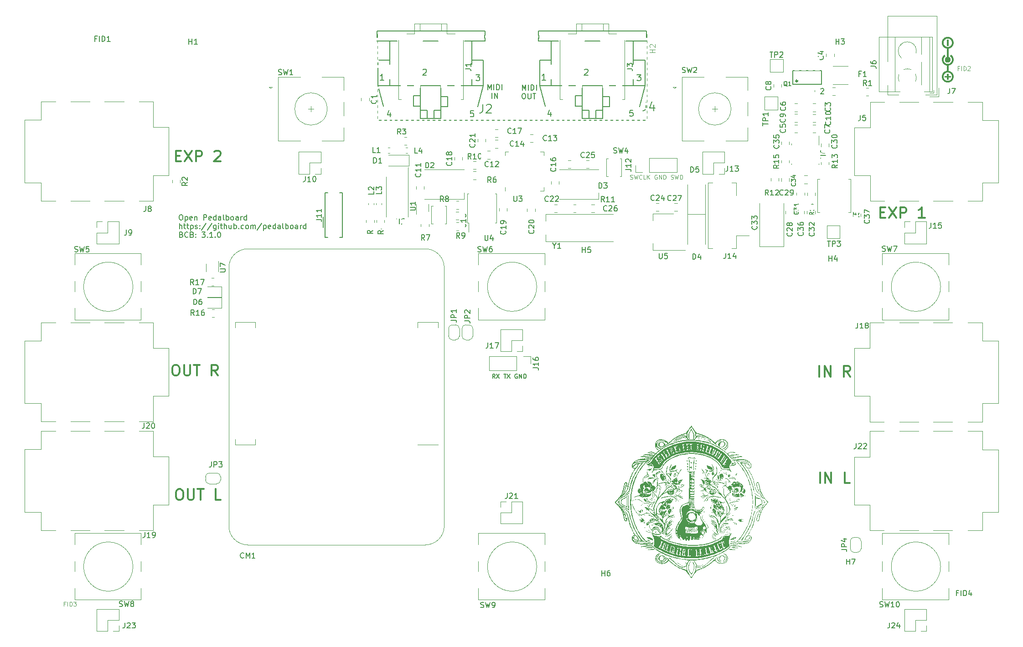
<source format=gto>
G04 #@! TF.GenerationSoftware,KiCad,Pcbnew,7.0.9-7.0.9~ubuntu23.04.1*
G04 #@! TF.CreationDate,2023-12-04T22:03:06+00:00*
G04 #@! TF.ProjectId,pedalboard-hw,70656461-6c62-46f6-9172-642d68772e6b,3.1.0*
G04 #@! TF.SameCoordinates,Original*
G04 #@! TF.FileFunction,Legend,Top*
G04 #@! TF.FilePolarity,Positive*
%FSLAX46Y46*%
G04 Gerber Fmt 4.6, Leading zero omitted, Abs format (unit mm)*
G04 Created by KiCad (PCBNEW 7.0.9-7.0.9~ubuntu23.04.1) date 2023-12-04 22:03:06*
%MOMM*%
%LPD*%
G01*
G04 APERTURE LIST*
%ADD10C,0.000000*%
%ADD11C,0.019755*%
%ADD12C,0.008210*%
%ADD13C,0.004304*%
%ADD14C,0.004635*%
%ADD15C,0.300000*%
%ADD16C,0.150000*%
%ADD17C,0.125000*%
%ADD18C,0.100000*%
%ADD19C,0.160020*%
%ADD20C,0.127000*%
%ADD21C,0.120000*%
%ADD22C,0.152400*%
%ADD23C,0.203200*%
%ADD24C,0.317500*%
%ADD25C,0.010000*%
%ADD26R,2.000000X2.000000*%
%ADD27C,2.700000*%
%ADD28C,3.000000*%
%ADD29O,1.200000X2.200000*%
%ADD30O,2.200000X1.200000*%
%ADD31R,4.400000X1.800000*%
%ADD32O,4.000000X1.800000*%
%ADD33O,1.800000X4.000000*%
%ADD34R,2.000000X1.500000*%
%ADD35R,2.000000X3.800000*%
%ADD36R,2.600000X2.600000*%
%ADD37C,2.600000*%
%ADD38R,1.350000X1.350000*%
%ADD39O,1.350000X1.350000*%
%ADD40R,1.700000X0.900000*%
%ADD41R,1.500000X1.000000*%
%ADD42R,1.700000X1.700000*%
%ADD43O,1.700000X1.700000*%
%ADD44C,0.600000*%
%ADD45R,2.000000X1.800000*%
%ADD46R,0.840000X0.840000*%
%ADD47C,0.840000*%
%ADD48O,1.850000X0.850000*%
%ADD49C,2.000000*%
%ADD50C,3.200000*%
%ADD51R,3.400000X2.710000*%
%ADD52R,0.800000X1.300000*%
%ADD53R,5.600000X2.100000*%
%ADD54C,6.100000*%
%ADD55R,0.700000X0.200000*%
%ADD56R,0.400000X0.650000*%
%ADD57R,5.100000X2.350000*%
%ADD58C,6.000000*%
%ADD59O,1.200000X1.750000*%
G04 APERTURE END LIST*
D10*
G36*
X143329721Y-103986939D02*
G01*
X143331298Y-103988442D01*
X143332688Y-103991099D01*
X143334896Y-103999796D01*
X143336318Y-104012875D01*
X143336928Y-104030182D01*
X143336702Y-104051560D01*
X143335612Y-104076856D01*
X143333634Y-104105914D01*
X143330740Y-104138578D01*
X143322107Y-104214108D01*
X143319301Y-104235091D01*
X143316195Y-104255629D01*
X143312820Y-104275609D01*
X143309208Y-104294917D01*
X143305389Y-104313439D01*
X143301395Y-104331063D01*
X143297255Y-104347673D01*
X143293002Y-104363157D01*
X143288667Y-104377401D01*
X143284279Y-104390291D01*
X143279872Y-104401713D01*
X143275474Y-104411554D01*
X143271118Y-104419700D01*
X143268965Y-104423102D01*
X143266834Y-104426037D01*
X143264729Y-104428492D01*
X143262653Y-104430452D01*
X143260612Y-104431903D01*
X143258607Y-104432831D01*
X143253410Y-104433825D01*
X143248407Y-104433548D01*
X143243607Y-104432071D01*
X143239018Y-104429469D01*
X143234649Y-104425812D01*
X143230508Y-104421173D01*
X143226603Y-104415625D01*
X143222943Y-104409239D01*
X143219537Y-104402089D01*
X143216392Y-104394246D01*
X143210920Y-104376772D01*
X143206596Y-104357397D01*
X143203486Y-104336699D01*
X143201657Y-104315257D01*
X143201178Y-104293649D01*
X143202114Y-104272455D01*
X143204534Y-104252253D01*
X143208503Y-104233621D01*
X143211091Y-104225076D01*
X143214091Y-104217140D01*
X143217512Y-104209886D01*
X143221363Y-104203387D01*
X143225651Y-104197715D01*
X143230386Y-104192941D01*
X143234472Y-104189190D01*
X143238764Y-104184590D01*
X143243222Y-104179206D01*
X143247804Y-104173098D01*
X143252469Y-104166328D01*
X143257174Y-104158959D01*
X143261880Y-104151053D01*
X143266545Y-104142671D01*
X143271127Y-104133875D01*
X143275585Y-104124729D01*
X143279877Y-104115293D01*
X143283963Y-104105629D01*
X143287801Y-104095800D01*
X143291349Y-104085868D01*
X143294567Y-104075895D01*
X143297412Y-104065942D01*
X143304395Y-104039623D01*
X143310773Y-104018771D01*
X143316520Y-104003232D01*
X143321611Y-103992850D01*
X143323903Y-103989545D01*
X143326020Y-103987471D01*
X143327961Y-103986608D01*
X143329721Y-103986939D01*
G37*
G36*
X139005375Y-112479527D02*
G01*
X139013059Y-112480117D01*
X139020598Y-112481016D01*
X139027976Y-112482216D01*
X139035175Y-112483709D01*
X139042181Y-112485489D01*
X139048977Y-112487549D01*
X139055547Y-112489882D01*
X139061875Y-112492480D01*
X139067944Y-112495337D01*
X139073739Y-112498444D01*
X139079243Y-112501796D01*
X139084440Y-112505385D01*
X139089315Y-112509204D01*
X139093850Y-112513246D01*
X139098030Y-112517504D01*
X139101838Y-112521970D01*
X139105259Y-112526637D01*
X139108276Y-112531500D01*
X139110874Y-112536549D01*
X139113035Y-112541779D01*
X139114744Y-112547181D01*
X139115985Y-112552750D01*
X139116741Y-112558478D01*
X139116997Y-112564357D01*
X139116905Y-112565979D01*
X139116631Y-112567538D01*
X139116183Y-112569030D01*
X139115563Y-112570455D01*
X139114779Y-112571810D01*
X139113834Y-112573093D01*
X139112734Y-112574303D01*
X139111484Y-112575437D01*
X139110090Y-112576494D01*
X139108556Y-112577471D01*
X139105090Y-112579179D01*
X139101128Y-112580546D01*
X139096712Y-112581557D01*
X139091882Y-112582195D01*
X139086679Y-112582446D01*
X139081146Y-112582294D01*
X139075324Y-112581723D01*
X139069254Y-112580717D01*
X139062977Y-112579263D01*
X139056534Y-112577343D01*
X139049968Y-112574942D01*
X139042698Y-112573163D01*
X139035464Y-112571793D01*
X139028303Y-112570826D01*
X139021250Y-112570256D01*
X139014342Y-112570080D01*
X139007614Y-112570291D01*
X139001104Y-112570884D01*
X138994847Y-112571855D01*
X138991824Y-112572481D01*
X138988879Y-112573198D01*
X138986015Y-112574008D01*
X138983237Y-112574908D01*
X138980549Y-112575899D01*
X138977956Y-112576979D01*
X138975463Y-112578149D01*
X138973074Y-112579407D01*
X138970793Y-112580754D01*
X138968625Y-112582187D01*
X138966575Y-112583707D01*
X138964647Y-112585312D01*
X138962845Y-112587003D01*
X138961175Y-112588779D01*
X138959640Y-112590638D01*
X138958246Y-112592581D01*
X138955980Y-112595884D01*
X138953182Y-112599162D01*
X138949898Y-112602387D01*
X138946175Y-112605535D01*
X138942059Y-112608580D01*
X138937597Y-112611495D01*
X138932835Y-112614256D01*
X138927820Y-112616835D01*
X138922598Y-112619208D01*
X138917215Y-112621348D01*
X138911720Y-112623230D01*
X138906157Y-112624828D01*
X138900573Y-112626116D01*
X138895015Y-112627067D01*
X138889529Y-112627657D01*
X138884163Y-112627860D01*
X138876295Y-112627525D01*
X138869216Y-112626546D01*
X138862910Y-112624961D01*
X138857360Y-112622809D01*
X138852549Y-112620127D01*
X138848460Y-112616953D01*
X138845076Y-112613326D01*
X138842381Y-112609283D01*
X138840358Y-112604864D01*
X138838989Y-112600105D01*
X138838259Y-112595045D01*
X138838150Y-112589722D01*
X138838646Y-112584174D01*
X138839730Y-112578440D01*
X138841385Y-112572557D01*
X138843594Y-112566564D01*
X138846340Y-112560498D01*
X138849607Y-112554398D01*
X138853378Y-112548302D01*
X138857636Y-112542248D01*
X138862364Y-112536274D01*
X138867546Y-112530418D01*
X138873164Y-112524719D01*
X138879202Y-112519214D01*
X138885643Y-112513942D01*
X138892471Y-112508940D01*
X138899668Y-112504247D01*
X138907217Y-112499901D01*
X138915103Y-112495940D01*
X138923307Y-112492402D01*
X138931814Y-112489325D01*
X138940607Y-112486748D01*
X138948872Y-112484618D01*
X138957122Y-112482852D01*
X138965339Y-112481445D01*
X138973508Y-112480388D01*
X138981612Y-112479675D01*
X138989635Y-112479299D01*
X138997562Y-112479252D01*
X139005375Y-112479527D01*
G37*
G36*
X130646361Y-111327149D02*
G01*
X130649318Y-111328353D01*
X130651991Y-111330266D01*
X130654384Y-111332896D01*
X130656504Y-111336251D01*
X130658355Y-111340340D01*
X130659942Y-111345172D01*
X130662347Y-111357095D01*
X130663759Y-111372087D01*
X130664221Y-111390216D01*
X130663773Y-111411549D01*
X130662457Y-111436153D01*
X130660314Y-111464096D01*
X130657386Y-111495444D01*
X130655690Y-111516279D01*
X130654568Y-111536453D01*
X130654014Y-111555966D01*
X130654023Y-111574817D01*
X130654591Y-111593007D01*
X130655712Y-111610536D01*
X130657380Y-111627403D01*
X130659591Y-111643609D01*
X130662339Y-111659153D01*
X130665620Y-111674036D01*
X130669427Y-111688257D01*
X130673757Y-111701817D01*
X130678603Y-111714715D01*
X130683961Y-111726952D01*
X130689826Y-111738528D01*
X130696191Y-111749442D01*
X130701519Y-111758439D01*
X130706899Y-111768170D01*
X130717689Y-111789461D01*
X130728314Y-111812570D01*
X130738525Y-111836755D01*
X130748075Y-111861269D01*
X130756715Y-111885371D01*
X130764198Y-111908315D01*
X130770275Y-111929358D01*
X130771359Y-111934308D01*
X130772623Y-111939231D01*
X130774060Y-111944121D01*
X130775663Y-111948974D01*
X130779344Y-111958542D01*
X130783614Y-111967888D01*
X130788422Y-111976965D01*
X130793715Y-111985726D01*
X130799443Y-111994127D01*
X130805553Y-112002118D01*
X130811993Y-112009656D01*
X130818713Y-112016691D01*
X130825660Y-112023180D01*
X130832783Y-112029074D01*
X130840029Y-112034327D01*
X130847349Y-112038893D01*
X130851019Y-112040903D01*
X130854688Y-112042725D01*
X130858350Y-112044351D01*
X130861997Y-112045776D01*
X130868685Y-112048124D01*
X130875481Y-112051164D01*
X130882329Y-112054845D01*
X130889172Y-112059115D01*
X130895953Y-112063923D01*
X130902615Y-112069216D01*
X130909101Y-112074943D01*
X130915355Y-112081053D01*
X130921319Y-112087494D01*
X130926937Y-112094213D01*
X130932152Y-112101160D01*
X130936907Y-112108283D01*
X130941145Y-112115530D01*
X130944810Y-112122849D01*
X130947844Y-112130188D01*
X130949107Y-112133850D01*
X130950191Y-112137497D01*
X130953219Y-112146417D01*
X130956350Y-112154655D01*
X130959580Y-112162212D01*
X130962911Y-112169089D01*
X130966339Y-112175287D01*
X130969865Y-112180805D01*
X130973486Y-112185645D01*
X130977201Y-112189808D01*
X130981009Y-112193294D01*
X130984910Y-112196103D01*
X130988900Y-112198237D01*
X130992980Y-112199696D01*
X130997147Y-112200480D01*
X131001401Y-112200591D01*
X131005740Y-112200028D01*
X131010164Y-112198793D01*
X131014670Y-112196886D01*
X131019257Y-112194308D01*
X131023924Y-112191060D01*
X131028671Y-112187142D01*
X131033494Y-112182554D01*
X131038394Y-112177298D01*
X131043369Y-112171374D01*
X131048418Y-112164783D01*
X131053539Y-112157525D01*
X131058731Y-112149601D01*
X131069323Y-112131757D01*
X131080183Y-112111258D01*
X131091302Y-112088107D01*
X131127755Y-112015052D01*
X131163319Y-111949153D01*
X131198428Y-111890128D01*
X131233516Y-111837691D01*
X131251188Y-111813855D01*
X131269018Y-111791559D01*
X131287059Y-111770768D01*
X131305367Y-111751447D01*
X131323995Y-111733560D01*
X131342998Y-111717071D01*
X131362429Y-111701945D01*
X131382344Y-111688147D01*
X131402796Y-111675640D01*
X131423840Y-111664390D01*
X131445530Y-111654361D01*
X131467920Y-111645517D01*
X131491065Y-111637823D01*
X131515018Y-111631244D01*
X131539835Y-111625743D01*
X131565568Y-111621285D01*
X131592273Y-111617835D01*
X131620004Y-111615357D01*
X131678760Y-111613175D01*
X131742271Y-111614456D01*
X131810969Y-111618915D01*
X131835466Y-111621185D01*
X131859973Y-111624010D01*
X131908810Y-111631235D01*
X131957069Y-111640402D01*
X132004336Y-111651327D01*
X132050197Y-111663822D01*
X132094239Y-111677702D01*
X132136049Y-111692781D01*
X132175212Y-111708873D01*
X132211317Y-111725792D01*
X132228093Y-111734504D01*
X132243949Y-111743352D01*
X132258833Y-111752314D01*
X132272695Y-111761366D01*
X132285481Y-111770486D01*
X132297141Y-111779649D01*
X132307623Y-111788833D01*
X132316875Y-111798015D01*
X132324845Y-111807170D01*
X132331482Y-111816277D01*
X132336734Y-111825311D01*
X132340549Y-111834250D01*
X132342876Y-111843070D01*
X132343664Y-111851747D01*
X132343581Y-111859800D01*
X132343168Y-111866727D01*
X132342175Y-111872475D01*
X132340356Y-111876993D01*
X132339059Y-111878775D01*
X132337462Y-111880230D01*
X132335535Y-111881352D01*
X132333245Y-111882134D01*
X132330563Y-111882569D01*
X132327458Y-111882652D01*
X132319851Y-111881734D01*
X132310177Y-111879328D01*
X132298188Y-111875381D01*
X132283636Y-111869843D01*
X132266273Y-111862662D01*
X132222120Y-111843163D01*
X132163747Y-111816470D01*
X132130119Y-111802126D01*
X132097959Y-111789523D01*
X132067163Y-111778666D01*
X132037629Y-111769562D01*
X132009251Y-111762214D01*
X131981928Y-111756629D01*
X131955556Y-111752811D01*
X131930032Y-111750765D01*
X131905251Y-111750497D01*
X131881111Y-111752012D01*
X131857509Y-111755315D01*
X131834341Y-111760412D01*
X131811503Y-111767306D01*
X131788893Y-111776004D01*
X131766407Y-111786511D01*
X131743941Y-111798831D01*
X131722292Y-111810813D01*
X131695104Y-111825234D01*
X131628407Y-111859244D01*
X131552449Y-111896561D01*
X131475831Y-111932886D01*
X131443270Y-111949406D01*
X131411800Y-111967151D01*
X131381518Y-111986022D01*
X131352524Y-112005922D01*
X131324914Y-112026752D01*
X131298787Y-112048413D01*
X131274242Y-112070809D01*
X131251376Y-112093841D01*
X131230287Y-112117409D01*
X131211075Y-112141418D01*
X131193836Y-112165767D01*
X131178670Y-112190359D01*
X131165674Y-112215096D01*
X131154947Y-112239880D01*
X131150465Y-112252258D01*
X131146587Y-112264612D01*
X131143325Y-112276928D01*
X131140691Y-112289194D01*
X131138545Y-112298505D01*
X131136085Y-112307257D01*
X131133331Y-112315447D01*
X131130301Y-112323072D01*
X131127012Y-112330132D01*
X131123483Y-112336624D01*
X131119732Y-112342547D01*
X131115777Y-112347897D01*
X131111635Y-112352674D01*
X131107326Y-112356876D01*
X131102866Y-112360500D01*
X131098275Y-112363545D01*
X131093571Y-112366008D01*
X131088770Y-112367888D01*
X131083893Y-112369183D01*
X131078955Y-112369890D01*
X131073977Y-112370009D01*
X131068975Y-112369536D01*
X131063968Y-112368471D01*
X131058974Y-112366810D01*
X131054011Y-112364553D01*
X131049097Y-112361697D01*
X131044250Y-112358240D01*
X131039488Y-112354180D01*
X131034830Y-112349516D01*
X131030293Y-112344245D01*
X131025896Y-112338366D01*
X131021657Y-112331876D01*
X131017593Y-112324774D01*
X131013722Y-112317058D01*
X131010064Y-112308725D01*
X131006636Y-112299774D01*
X131002926Y-112291144D01*
X130998450Y-112282488D01*
X130993272Y-112273862D01*
X130987453Y-112265325D01*
X130981056Y-112256932D01*
X130974142Y-112248740D01*
X130966773Y-112240807D01*
X130959011Y-112233189D01*
X130950918Y-112225943D01*
X130942557Y-112219126D01*
X130933989Y-112212794D01*
X130925276Y-112207006D01*
X130916481Y-112201816D01*
X130907665Y-112197283D01*
X130898890Y-112193463D01*
X130890219Y-112190413D01*
X130874532Y-112185255D01*
X130859144Y-112177591D01*
X130843943Y-112167229D01*
X130828814Y-112153978D01*
X130813643Y-112137648D01*
X130798318Y-112118046D01*
X130782724Y-112094982D01*
X130766747Y-112068265D01*
X130750274Y-112037702D01*
X130733192Y-112003104D01*
X130715386Y-111964278D01*
X130696743Y-111921035D01*
X130656490Y-111820527D01*
X130611525Y-111700052D01*
X130597837Y-111662027D01*
X130585866Y-111627195D01*
X130575589Y-111595361D01*
X130566987Y-111566327D01*
X130560038Y-111539898D01*
X130557177Y-111527599D01*
X130554722Y-111515878D01*
X130552670Y-111504709D01*
X130551019Y-111494068D01*
X130549765Y-111483932D01*
X130548907Y-111474275D01*
X130548441Y-111465072D01*
X130548366Y-111456300D01*
X130548678Y-111447933D01*
X130549375Y-111439948D01*
X130550455Y-111432319D01*
X130551914Y-111425022D01*
X130553751Y-111418032D01*
X130555962Y-111411326D01*
X130558546Y-111404878D01*
X130561498Y-111398663D01*
X130564818Y-111392658D01*
X130568502Y-111386838D01*
X130572548Y-111381178D01*
X130576953Y-111375653D01*
X130581715Y-111370240D01*
X130586830Y-111364913D01*
X130600025Y-111352232D01*
X130611855Y-111342017D01*
X130622363Y-111334334D01*
X130627133Y-111331463D01*
X130631589Y-111329250D01*
X130635734Y-111327704D01*
X130639575Y-111326833D01*
X130643115Y-111326645D01*
X130646361Y-111327149D01*
G37*
G36*
X144702373Y-111273845D02*
G01*
X144705093Y-111274316D01*
X144707874Y-111275046D01*
X144710729Y-111276037D01*
X144713666Y-111277289D01*
X144716696Y-111278803D01*
X144719829Y-111280579D01*
X144723076Y-111282617D01*
X144726447Y-111284919D01*
X144729952Y-111287486D01*
X144737407Y-111293414D01*
X144745523Y-111300407D01*
X144754384Y-111308469D01*
X144762447Y-111316707D01*
X144766076Y-111320568D01*
X144769440Y-111324269D01*
X144772537Y-111327816D01*
X144775368Y-111331220D01*
X144777935Y-111334488D01*
X144780237Y-111337629D01*
X144782276Y-111340651D01*
X144784052Y-111343563D01*
X144785565Y-111346372D01*
X144786818Y-111349088D01*
X144787809Y-111351718D01*
X144788539Y-111354272D01*
X144789010Y-111356757D01*
X144789222Y-111359182D01*
X144789176Y-111361555D01*
X144788872Y-111363885D01*
X144788311Y-111366180D01*
X144787493Y-111368449D01*
X144786420Y-111370699D01*
X144785091Y-111372940D01*
X144783508Y-111375180D01*
X144781671Y-111377426D01*
X144779581Y-111379689D01*
X144777238Y-111381975D01*
X144774643Y-111384293D01*
X144771797Y-111386652D01*
X144768700Y-111389060D01*
X144765354Y-111391526D01*
X144757913Y-111396663D01*
X144748729Y-111402227D01*
X144739711Y-111407028D01*
X144730882Y-111411087D01*
X144722263Y-111414427D01*
X144713877Y-111417069D01*
X144705746Y-111419035D01*
X144697891Y-111420347D01*
X144690334Y-111421028D01*
X144683098Y-111421099D01*
X144676204Y-111420582D01*
X144669674Y-111419500D01*
X144663531Y-111417873D01*
X144657796Y-111415724D01*
X144652491Y-111413076D01*
X144647638Y-111409949D01*
X144643260Y-111406367D01*
X144639377Y-111402350D01*
X144636013Y-111397921D01*
X144633189Y-111393102D01*
X144630926Y-111387915D01*
X144629248Y-111382381D01*
X144628175Y-111376524D01*
X144627731Y-111370364D01*
X144627936Y-111363923D01*
X144628813Y-111357224D01*
X144630384Y-111350289D01*
X144632670Y-111343139D01*
X144635695Y-111335797D01*
X144639478Y-111328284D01*
X144644044Y-111320623D01*
X144649413Y-111312835D01*
X144655608Y-111304942D01*
X144661988Y-111297502D01*
X144667954Y-111291058D01*
X144670809Y-111288212D01*
X144673591Y-111285618D01*
X144676310Y-111283275D01*
X144678979Y-111281185D01*
X144681606Y-111279348D01*
X144684201Y-111277764D01*
X144686777Y-111276436D01*
X144689342Y-111275362D01*
X144691906Y-111274545D01*
X144694482Y-111273983D01*
X144697078Y-111273679D01*
X144699704Y-111273633D01*
X144702373Y-111273845D01*
G37*
G36*
X142231583Y-108898116D02*
G01*
X142234039Y-108898436D01*
X142236620Y-108899068D01*
X142239337Y-108900013D01*
X142242200Y-108901271D01*
X142245221Y-108902845D01*
X142248411Y-108904736D01*
X142251780Y-108906944D01*
X142255340Y-108909471D01*
X142263075Y-108915488D01*
X142271704Y-108922797D01*
X142281315Y-108931408D01*
X142291995Y-108941332D01*
X142298485Y-108947475D01*
X142304718Y-108953975D01*
X142310688Y-108960795D01*
X142316387Y-108967900D01*
X142321806Y-108975253D01*
X142326939Y-108982817D01*
X142331777Y-108990557D01*
X142336313Y-108998437D01*
X142340539Y-109006420D01*
X142344447Y-109014471D01*
X142348030Y-109022552D01*
X142351279Y-109030628D01*
X142354187Y-109038663D01*
X142356746Y-109046620D01*
X142358949Y-109054464D01*
X142360787Y-109062158D01*
X142362254Y-109069665D01*
X142363340Y-109076951D01*
X142364039Y-109083978D01*
X142364343Y-109090711D01*
X142364243Y-109097113D01*
X142363733Y-109103148D01*
X142362804Y-109108779D01*
X142361449Y-109113972D01*
X142359659Y-109118689D01*
X142357428Y-109122895D01*
X142354748Y-109126553D01*
X142351610Y-109129627D01*
X142348006Y-109132080D01*
X142343931Y-109133878D01*
X142339374Y-109134983D01*
X142334329Y-109135359D01*
X142329239Y-109134933D01*
X142323910Y-109133682D01*
X142318371Y-109131653D01*
X142312653Y-109128889D01*
X142306785Y-109125436D01*
X142300797Y-109121337D01*
X142288579Y-109111381D01*
X142276237Y-109099379D01*
X142264008Y-109085688D01*
X142252131Y-109070663D01*
X142240844Y-109054661D01*
X142230383Y-109038039D01*
X142220986Y-109021154D01*
X142212892Y-109004362D01*
X142206338Y-108988019D01*
X142201561Y-108972483D01*
X142199914Y-108965128D01*
X142198800Y-108958109D01*
X142198249Y-108951469D01*
X142198292Y-108945254D01*
X142198957Y-108939508D01*
X142200275Y-108934276D01*
X142204134Y-108925596D01*
X142207833Y-108918084D01*
X142211459Y-108911750D01*
X142213273Y-108909028D01*
X142215102Y-108906604D01*
X142216956Y-108904481D01*
X142218847Y-108902658D01*
X142220786Y-108901138D01*
X142222784Y-108899921D01*
X142224851Y-108899009D01*
X142227000Y-108898403D01*
X142229240Y-108898105D01*
X142231583Y-108898116D01*
G37*
G36*
X133694012Y-98200305D02*
G01*
X133694951Y-98200832D01*
X133695864Y-98201710D01*
X133696759Y-98202940D01*
X133697644Y-98204522D01*
X133698527Y-98206454D01*
X133700315Y-98211374D01*
X133702185Y-98217699D01*
X133704201Y-98225430D01*
X133708913Y-98245109D01*
X133710434Y-98251660D01*
X133711693Y-98258074D01*
X133712697Y-98264342D01*
X133713454Y-98270451D01*
X133713971Y-98276389D01*
X133714254Y-98282145D01*
X133714312Y-98287708D01*
X133714150Y-98293065D01*
X133713776Y-98298204D01*
X133713198Y-98303116D01*
X133712422Y-98307787D01*
X133711456Y-98312206D01*
X133710306Y-98316361D01*
X133708980Y-98320241D01*
X133707484Y-98323835D01*
X133705827Y-98327130D01*
X133704014Y-98330115D01*
X133702053Y-98332778D01*
X133699952Y-98335108D01*
X133697717Y-98337093D01*
X133695355Y-98338722D01*
X133692874Y-98339982D01*
X133690280Y-98340862D01*
X133687581Y-98341351D01*
X133684784Y-98341437D01*
X133681896Y-98341109D01*
X133678924Y-98340353D01*
X133675875Y-98339160D01*
X133672756Y-98337518D01*
X133669575Y-98335414D01*
X133666338Y-98332837D01*
X133663052Y-98329776D01*
X133661781Y-98328702D01*
X133660611Y-98327468D01*
X133659543Y-98326081D01*
X133658574Y-98324546D01*
X133656929Y-98321055D01*
X133655666Y-98317042D01*
X133654775Y-98312554D01*
X133654246Y-98307637D01*
X133654069Y-98302338D01*
X133654233Y-98296702D01*
X133654727Y-98290778D01*
X133655542Y-98284610D01*
X133656667Y-98278246D01*
X133658091Y-98271732D01*
X133659805Y-98265115D01*
X133661798Y-98258441D01*
X133664060Y-98251757D01*
X133666580Y-98245109D01*
X133675923Y-98225430D01*
X133679758Y-98217699D01*
X133683117Y-98211374D01*
X133686062Y-98206454D01*
X133687400Y-98204522D01*
X133688657Y-98202940D01*
X133689841Y-98201710D01*
X133690961Y-98200832D01*
X133692025Y-98200305D01*
X133693039Y-98200129D01*
X133694012Y-98200305D01*
G37*
G36*
X133698358Y-109122627D02*
G01*
X133699606Y-109123291D01*
X133700762Y-109124562D01*
X133701837Y-109126436D01*
X133702843Y-109128912D01*
X133703790Y-109131989D01*
X133705551Y-109139934D01*
X133707209Y-109150256D01*
X133708852Y-109162940D01*
X133712442Y-109195331D01*
X133715398Y-109215884D01*
X133718891Y-109237388D01*
X133722797Y-109259141D01*
X133726993Y-109280439D01*
X133731355Y-109300579D01*
X133735758Y-109318859D01*
X133740078Y-109334575D01*
X133742168Y-109341253D01*
X133744192Y-109347026D01*
X133749257Y-109359300D01*
X133753872Y-109371631D01*
X133758041Y-109383995D01*
X133761769Y-109396366D01*
X133765060Y-109408719D01*
X133767919Y-109421028D01*
X133770350Y-109433270D01*
X133772359Y-109445417D01*
X133773949Y-109457446D01*
X133775124Y-109469330D01*
X133775890Y-109481046D01*
X133776252Y-109492566D01*
X133776212Y-109503868D01*
X133775777Y-109514924D01*
X133774950Y-109525711D01*
X133773737Y-109536202D01*
X133772141Y-109546373D01*
X133770167Y-109556198D01*
X133767819Y-109565653D01*
X133765103Y-109574712D01*
X133762023Y-109583349D01*
X133758582Y-109591540D01*
X133754787Y-109599260D01*
X133750641Y-109606483D01*
X133746148Y-109613184D01*
X133741314Y-109619337D01*
X133736142Y-109624919D01*
X133730638Y-109629903D01*
X133724806Y-109634264D01*
X133718650Y-109637977D01*
X133712175Y-109641018D01*
X133705385Y-109643359D01*
X133684896Y-109648522D01*
X133665124Y-109652787D01*
X133646104Y-109656186D01*
X133627871Y-109658752D01*
X133610459Y-109660517D01*
X133593904Y-109661513D01*
X133578240Y-109661773D01*
X133563503Y-109661329D01*
X133549727Y-109660213D01*
X133536946Y-109658457D01*
X133525197Y-109656095D01*
X133514514Y-109653157D01*
X133504931Y-109649677D01*
X133496484Y-109645686D01*
X133489207Y-109641218D01*
X133483136Y-109636303D01*
X133478305Y-109630976D01*
X133474749Y-109625267D01*
X133472503Y-109619210D01*
X133471602Y-109612835D01*
X133472080Y-109606177D01*
X133473974Y-109599267D01*
X133477316Y-109592137D01*
X133482144Y-109584820D01*
X133488490Y-109577348D01*
X133496391Y-109569753D01*
X133505881Y-109562068D01*
X133516994Y-109554324D01*
X133529767Y-109546555D01*
X133544233Y-109538792D01*
X133560428Y-109531068D01*
X133578386Y-109523415D01*
X133588390Y-109519094D01*
X133597897Y-109514731D01*
X133606905Y-109510324D01*
X133615414Y-109505872D01*
X133623421Y-109501373D01*
X133630925Y-109496826D01*
X133637926Y-109492231D01*
X133644422Y-109487585D01*
X133650411Y-109482887D01*
X133655892Y-109478136D01*
X133660864Y-109473331D01*
X133665326Y-109468471D01*
X133669277Y-109463554D01*
X133672714Y-109458578D01*
X133675638Y-109453543D01*
X133678046Y-109448448D01*
X133679937Y-109443290D01*
X133681310Y-109438070D01*
X133682164Y-109432784D01*
X133682497Y-109427433D01*
X133682308Y-109422014D01*
X133681596Y-109416527D01*
X133680359Y-109410971D01*
X133678597Y-109405343D01*
X133676307Y-109399643D01*
X133673489Y-109393869D01*
X133670142Y-109388021D01*
X133666263Y-109382096D01*
X133661852Y-109376093D01*
X133656908Y-109370012D01*
X133651429Y-109363851D01*
X133645413Y-109357608D01*
X133640454Y-109352145D01*
X133636167Y-109346315D01*
X133632561Y-109340083D01*
X133629649Y-109333410D01*
X133627439Y-109326263D01*
X133625942Y-109318603D01*
X133625168Y-109310396D01*
X133625129Y-109301605D01*
X133625833Y-109292194D01*
X133627292Y-109282127D01*
X133629516Y-109271367D01*
X133632515Y-109259878D01*
X133636299Y-109247625D01*
X133640880Y-109234571D01*
X133646266Y-109220679D01*
X133652469Y-109205914D01*
X133668792Y-109170010D01*
X133675436Y-109155863D01*
X133681187Y-109144233D01*
X133686132Y-109135105D01*
X133690358Y-109128462D01*
X133692229Y-109126067D01*
X133693954Y-109124289D01*
X133695543Y-109123124D01*
X133697007Y-109122571D01*
X133698358Y-109122627D01*
G37*
G36*
X131621139Y-101784162D02*
G01*
X131622895Y-101784435D01*
X131627022Y-101785693D01*
X131631935Y-101787880D01*
X131637591Y-101790977D01*
X131643951Y-101794963D01*
X131650972Y-101799817D01*
X131658613Y-101805519D01*
X131666833Y-101812047D01*
X131675591Y-101819382D01*
X131684844Y-101827501D01*
X131694553Y-101836386D01*
X131703193Y-101845692D01*
X131711255Y-101855061D01*
X131718740Y-101864455D01*
X131725648Y-101873834D01*
X131731980Y-101883159D01*
X131737736Y-101892390D01*
X131742917Y-101901489D01*
X131747524Y-101910414D01*
X131751558Y-101919128D01*
X131755018Y-101927591D01*
X131757906Y-101935763D01*
X131760223Y-101943604D01*
X131761968Y-101951077D01*
X131763143Y-101958140D01*
X131763749Y-101964755D01*
X131763785Y-101970883D01*
X131763253Y-101976483D01*
X131762153Y-101981517D01*
X131760486Y-101985945D01*
X131758252Y-101989727D01*
X131755453Y-101992825D01*
X131753841Y-101994105D01*
X131752088Y-101995199D01*
X131750194Y-101996102D01*
X131748159Y-101996809D01*
X131743666Y-101997617D01*
X131738609Y-101997582D01*
X131732990Y-101996665D01*
X131726809Y-101994827D01*
X131720067Y-101992028D01*
X131712764Y-101988230D01*
X131704901Y-101983392D01*
X131696478Y-101977476D01*
X131687497Y-101970441D01*
X131680547Y-101964949D01*
X131674233Y-101960402D01*
X131668529Y-101956838D01*
X131665898Y-101955435D01*
X131663409Y-101954291D01*
X131661060Y-101953411D01*
X131658847Y-101952799D01*
X131656767Y-101952459D01*
X131654817Y-101952397D01*
X131652993Y-101952616D01*
X131651293Y-101953121D01*
X131649713Y-101953917D01*
X131648250Y-101955008D01*
X131646901Y-101956399D01*
X131645662Y-101958094D01*
X131644531Y-101960098D01*
X131643503Y-101962416D01*
X131642576Y-101965051D01*
X131641747Y-101968008D01*
X131640368Y-101974908D01*
X131639340Y-101983151D01*
X131638639Y-101992774D01*
X131638236Y-102003813D01*
X131638108Y-102016304D01*
X131638229Y-102025516D01*
X131638583Y-102034604D01*
X131639154Y-102043527D01*
X131639927Y-102052242D01*
X131640886Y-102060710D01*
X131642015Y-102068889D01*
X131643299Y-102076737D01*
X131644723Y-102084213D01*
X131646270Y-102091275D01*
X131647927Y-102097883D01*
X131649676Y-102103994D01*
X131651503Y-102109568D01*
X131653392Y-102114564D01*
X131655327Y-102118939D01*
X131657293Y-102122653D01*
X131659275Y-102125664D01*
X131663110Y-102130290D01*
X131666677Y-102136171D01*
X131669978Y-102143218D01*
X131673014Y-102151344D01*
X131678297Y-102170475D01*
X131682536Y-102192857D01*
X131685742Y-102217782D01*
X131687924Y-102244541D01*
X131689094Y-102272427D01*
X131689261Y-102300731D01*
X131688436Y-102328745D01*
X131686629Y-102355763D01*
X131683850Y-102381075D01*
X131680111Y-102403974D01*
X131675420Y-102423751D01*
X131669789Y-102439699D01*
X131666624Y-102446016D01*
X131663228Y-102451110D01*
X131659602Y-102454893D01*
X131655747Y-102457276D01*
X131647433Y-102458563D01*
X131637145Y-102457238D01*
X131625042Y-102453459D01*
X131611278Y-102447382D01*
X131596010Y-102439166D01*
X131579395Y-102428968D01*
X131542748Y-102403257D01*
X131502587Y-102371510D01*
X131460162Y-102334988D01*
X131416724Y-102294953D01*
X131373525Y-102252664D01*
X131331813Y-102209383D01*
X131292840Y-102166371D01*
X131257857Y-102124889D01*
X131228114Y-102086197D01*
X131204861Y-102051556D01*
X131196060Y-102036149D01*
X131189350Y-102022228D01*
X131184888Y-102009950D01*
X131182830Y-101999473D01*
X131183333Y-101990955D01*
X131186552Y-101984553D01*
X131195262Y-101974187D01*
X131204185Y-101964260D01*
X131213306Y-101954777D01*
X131222609Y-101945740D01*
X131232080Y-101937156D01*
X131241704Y-101929029D01*
X131251466Y-101921363D01*
X131261352Y-101914163D01*
X131271347Y-101907433D01*
X131281435Y-101901177D01*
X131291601Y-101895401D01*
X131301832Y-101890109D01*
X131312112Y-101885305D01*
X131322426Y-101880994D01*
X131332760Y-101877181D01*
X131343098Y-101873869D01*
X131353425Y-101871064D01*
X131363728Y-101868770D01*
X131373990Y-101866991D01*
X131384198Y-101865732D01*
X131394335Y-101864998D01*
X131404389Y-101864792D01*
X131414342Y-101865121D01*
X131424181Y-101865987D01*
X131433892Y-101867396D01*
X131443458Y-101869352D01*
X131452865Y-101871860D01*
X131462098Y-101874924D01*
X131471143Y-101878548D01*
X131479984Y-101882738D01*
X131488607Y-101887498D01*
X131496997Y-101892832D01*
X131505211Y-101898435D01*
X131513304Y-101903350D01*
X131521261Y-101907589D01*
X131529064Y-101911166D01*
X131536696Y-101914095D01*
X131544141Y-101916388D01*
X131551382Y-101918060D01*
X131558402Y-101919124D01*
X131565185Y-101919594D01*
X131571712Y-101919483D01*
X131577969Y-101918805D01*
X131583937Y-101917574D01*
X131589601Y-101915802D01*
X131594943Y-101913504D01*
X131599946Y-101910693D01*
X131604594Y-101907383D01*
X131608870Y-101903587D01*
X131612757Y-101899319D01*
X131616239Y-101894592D01*
X131619298Y-101889420D01*
X131621918Y-101883817D01*
X131624082Y-101877796D01*
X131625772Y-101871370D01*
X131626974Y-101864554D01*
X131627669Y-101857360D01*
X131627840Y-101849803D01*
X131627472Y-101841895D01*
X131626547Y-101833651D01*
X131625048Y-101825084D01*
X131622959Y-101816208D01*
X131620262Y-101807036D01*
X131616942Y-101797582D01*
X131615488Y-101792824D01*
X131615151Y-101790842D01*
X131615068Y-101789121D01*
X131615232Y-101787658D01*
X131615639Y-101786451D01*
X131616284Y-101785497D01*
X131617162Y-101784794D01*
X131618267Y-101784338D01*
X131619594Y-101784129D01*
X131621139Y-101784162D01*
G37*
G36*
X143260075Y-103600182D02*
G01*
X143268749Y-103600441D01*
X143277920Y-103600928D01*
X143287546Y-103601647D01*
X143297585Y-103602604D01*
X143307996Y-103603804D01*
X143322478Y-103605308D01*
X143335550Y-103607242D01*
X143347288Y-103609702D01*
X143352682Y-103611161D01*
X143357771Y-103612788D01*
X143362566Y-103614596D01*
X143367075Y-103616597D01*
X143371310Y-103618804D01*
X143375279Y-103621228D01*
X143378992Y-103623883D01*
X143382460Y-103626779D01*
X143385690Y-103629930D01*
X143388694Y-103633348D01*
X143391481Y-103637045D01*
X143394061Y-103641033D01*
X143396443Y-103645325D01*
X143398637Y-103649933D01*
X143400653Y-103654869D01*
X143402500Y-103660145D01*
X143405727Y-103671768D01*
X143408396Y-103684900D01*
X143410584Y-103699638D01*
X143412369Y-103716083D01*
X143413829Y-103734330D01*
X143417116Y-103772544D01*
X143418039Y-103787583D01*
X143418295Y-103799926D01*
X143418129Y-103805088D01*
X143417745Y-103809581D01*
X143417124Y-103813404D01*
X143416249Y-103816559D01*
X143415102Y-103819047D01*
X143413668Y-103820871D01*
X143411926Y-103822030D01*
X143409862Y-103822526D01*
X143407456Y-103822361D01*
X143404691Y-103821535D01*
X143401551Y-103820051D01*
X143398018Y-103817909D01*
X143394073Y-103815111D01*
X143389700Y-103811658D01*
X143379600Y-103802792D01*
X143367578Y-103791321D01*
X143353493Y-103777257D01*
X143318581Y-103741386D01*
X143296662Y-103717980D01*
X143276191Y-103695690D01*
X143257622Y-103674972D01*
X143241409Y-103656279D01*
X143234329Y-103647834D01*
X143228008Y-103640066D01*
X143222503Y-103633032D01*
X143217872Y-103626788D01*
X143214171Y-103621392D01*
X143211457Y-103616901D01*
X143210488Y-103615012D01*
X143209787Y-103613370D01*
X143209361Y-103611983D01*
X143209218Y-103610858D01*
X143209341Y-103609886D01*
X143209707Y-103608957D01*
X143210311Y-103608070D01*
X143211147Y-103607227D01*
X143213497Y-103605672D01*
X143216714Y-103604299D01*
X143220759Y-103603111D01*
X143225589Y-103602115D01*
X143231163Y-103601315D01*
X143237440Y-103600716D01*
X143244379Y-103600324D01*
X143251937Y-103600145D01*
X143260075Y-103600182D01*
G37*
G36*
X137602015Y-98975430D02*
G01*
X137603936Y-98975643D01*
X137605813Y-98975992D01*
X137607645Y-98976475D01*
X137609430Y-98977087D01*
X137611168Y-98977824D01*
X137612856Y-98978682D01*
X137614494Y-98979658D01*
X137616080Y-98980748D01*
X137617613Y-98981948D01*
X137619092Y-98983253D01*
X137620516Y-98984661D01*
X137623191Y-98987767D01*
X137625629Y-98991234D01*
X137627818Y-98995032D01*
X137629749Y-98999130D01*
X137631411Y-99003497D01*
X137632794Y-99008101D01*
X137633888Y-99012912D01*
X137634682Y-99017899D01*
X137635166Y-99023030D01*
X137635330Y-99028275D01*
X137635289Y-99030910D01*
X137635166Y-99033521D01*
X137634964Y-99036102D01*
X137634682Y-99038652D01*
X137634323Y-99041165D01*
X137633888Y-99043639D01*
X137633378Y-99046068D01*
X137632794Y-99048450D01*
X137632138Y-99050780D01*
X137631411Y-99053054D01*
X137630614Y-99055269D01*
X137629749Y-99057421D01*
X137628816Y-99059505D01*
X137627818Y-99061519D01*
X137626755Y-99063457D01*
X137625629Y-99065317D01*
X137624440Y-99067094D01*
X137623191Y-99068784D01*
X137621883Y-99070385D01*
X137620516Y-99071890D01*
X137619092Y-99073298D01*
X137617613Y-99074603D01*
X137616080Y-99075803D01*
X137614494Y-99076893D01*
X137612856Y-99077869D01*
X137611168Y-99078727D01*
X137609430Y-99079464D01*
X137607645Y-99080076D01*
X137605813Y-99080558D01*
X137603936Y-99080908D01*
X137602015Y-99081120D01*
X137600052Y-99081192D01*
X137598399Y-99081120D01*
X137596749Y-99080908D01*
X137595105Y-99080558D01*
X137593472Y-99080076D01*
X137591851Y-99079464D01*
X137590246Y-99078727D01*
X137588661Y-99077869D01*
X137587098Y-99076893D01*
X137584053Y-99074603D01*
X137581138Y-99071890D01*
X137578377Y-99068784D01*
X137575798Y-99065317D01*
X137573425Y-99061519D01*
X137571285Y-99057421D01*
X137569403Y-99053054D01*
X137567805Y-99048450D01*
X137566518Y-99043639D01*
X137565566Y-99038652D01*
X137564976Y-99033521D01*
X137564773Y-99028275D01*
X137564825Y-99025641D01*
X137564976Y-99023030D01*
X137565224Y-99020449D01*
X137565566Y-99017899D01*
X137565998Y-99015386D01*
X137566518Y-99012912D01*
X137567121Y-99010483D01*
X137567805Y-99008101D01*
X137568567Y-99005771D01*
X137569403Y-99003497D01*
X137570310Y-99001282D01*
X137571285Y-98999130D01*
X137572324Y-98997046D01*
X137573425Y-98995032D01*
X137574584Y-98993094D01*
X137575798Y-98991234D01*
X137577063Y-98989457D01*
X137578377Y-98987767D01*
X137579737Y-98986167D01*
X137581138Y-98984661D01*
X137582578Y-98983253D01*
X137584053Y-98981948D01*
X137585561Y-98980748D01*
X137587098Y-98979658D01*
X137588661Y-98978682D01*
X137590246Y-98977824D01*
X137591851Y-98977087D01*
X137593472Y-98976475D01*
X137595105Y-98975992D01*
X137596749Y-98975643D01*
X137598399Y-98975430D01*
X137600052Y-98975359D01*
X137602015Y-98975430D01*
G37*
G36*
X145706715Y-106647120D02*
G01*
X145708104Y-106647322D01*
X145709339Y-106647707D01*
X145710412Y-106648276D01*
X145711241Y-106649411D01*
X145711745Y-106650828D01*
X145711933Y-106652517D01*
X145711811Y-106654470D01*
X145710668Y-106659136D01*
X145708373Y-106664757D01*
X145704982Y-106671268D01*
X145700553Y-106678600D01*
X145695142Y-106686686D01*
X145688805Y-106695460D01*
X145681601Y-106704854D01*
X145673585Y-106714800D01*
X145664815Y-106725233D01*
X145655347Y-106736084D01*
X145634546Y-106758773D01*
X145611636Y-106782330D01*
X145590012Y-106802312D01*
X145571432Y-106818656D01*
X145555880Y-106831444D01*
X145543340Y-106840760D01*
X145533798Y-106846686D01*
X145530146Y-106848403D01*
X145527238Y-106849304D01*
X145525071Y-106849399D01*
X145523643Y-106848698D01*
X145522954Y-106847211D01*
X145523000Y-106844950D01*
X145523780Y-106841923D01*
X145525292Y-106838142D01*
X145530503Y-106828358D01*
X145538619Y-106815680D01*
X145549623Y-106800191D01*
X145563501Y-106781973D01*
X145580236Y-106761109D01*
X145599814Y-106737683D01*
X145622218Y-106711775D01*
X145629487Y-106703427D01*
X145636715Y-106695591D01*
X145643860Y-106688281D01*
X145650881Y-106681514D01*
X145657737Y-106675305D01*
X145664386Y-106669670D01*
X145670787Y-106664624D01*
X145676899Y-106660182D01*
X145682680Y-106656361D01*
X145688089Y-106653175D01*
X145693084Y-106650640D01*
X145695414Y-106649622D01*
X145697625Y-106648772D01*
X145699712Y-106648093D01*
X145701669Y-106647586D01*
X145703493Y-106647254D01*
X145705176Y-106647098D01*
X145706715Y-106647120D01*
G37*
G36*
X147276746Y-104482221D02*
G01*
X147286131Y-104482303D01*
X147294446Y-104482551D01*
X147301697Y-104482965D01*
X147307889Y-104483543D01*
X147310589Y-104483895D01*
X147313026Y-104484287D01*
X147315201Y-104484721D01*
X147317115Y-104485197D01*
X147318767Y-104485713D01*
X147320159Y-104486271D01*
X147321292Y-104486871D01*
X147322165Y-104487512D01*
X147322780Y-104488194D01*
X147323138Y-104488917D01*
X147323238Y-104489682D01*
X147323082Y-104490488D01*
X147322670Y-104491335D01*
X147322003Y-104492224D01*
X147321081Y-104493154D01*
X147319905Y-104494126D01*
X147318477Y-104495139D01*
X147316796Y-104496193D01*
X147314862Y-104497288D01*
X147312678Y-104498425D01*
X147307558Y-104500823D01*
X147301440Y-104503386D01*
X147296073Y-104505571D01*
X147290581Y-104508133D01*
X147285007Y-104511037D01*
X147279392Y-104514245D01*
X147273776Y-104517722D01*
X147268202Y-104521432D01*
X147262710Y-104525338D01*
X147257343Y-104529404D01*
X147252141Y-104533594D01*
X147247145Y-104537872D01*
X147242398Y-104542202D01*
X147237940Y-104546547D01*
X147233813Y-104550871D01*
X147230057Y-104555139D01*
X147226715Y-104559314D01*
X147223828Y-104563359D01*
X147220604Y-104567578D01*
X147219056Y-104569380D01*
X147217551Y-104570980D01*
X147216090Y-104572378D01*
X147214674Y-104573576D01*
X147213302Y-104574574D01*
X147211977Y-104575376D01*
X147210698Y-104575980D01*
X147209466Y-104576390D01*
X147208283Y-104576606D01*
X147207147Y-104576629D01*
X147206061Y-104576462D01*
X147205024Y-104576104D01*
X147204038Y-104575558D01*
X147203103Y-104574824D01*
X147202219Y-104573904D01*
X147201388Y-104572800D01*
X147200610Y-104571512D01*
X147199885Y-104570042D01*
X147199215Y-104568391D01*
X147198600Y-104566561D01*
X147197536Y-104562366D01*
X147196700Y-104557469D01*
X147196096Y-104551880D01*
X147195730Y-104545608D01*
X147195607Y-104538664D01*
X147195898Y-104531597D01*
X147196778Y-104524953D01*
X147197443Y-104521793D01*
X147198258Y-104518743D01*
X147199226Y-104515805D01*
X147200347Y-104512978D01*
X147201624Y-104510265D01*
X147203057Y-104507668D01*
X147204648Y-104505186D01*
X147206397Y-104502822D01*
X147208307Y-104500577D01*
X147210378Y-104498452D01*
X147212612Y-104496449D01*
X147215010Y-104494568D01*
X147217573Y-104492811D01*
X147220303Y-104491180D01*
X147223201Y-104489675D01*
X147226268Y-104488298D01*
X147229506Y-104487050D01*
X147232916Y-104485933D01*
X147236498Y-104484947D01*
X147240255Y-104484095D01*
X147248298Y-104482794D01*
X147257054Y-104482041D01*
X147266533Y-104481847D01*
X147276746Y-104482221D01*
G37*
G36*
X143572804Y-104984004D02*
G01*
X143574404Y-104984186D01*
X143577871Y-104984928D01*
X143581670Y-104986167D01*
X143585768Y-104987891D01*
X143590134Y-104990090D01*
X143594738Y-104992755D01*
X143599549Y-104995875D01*
X143604536Y-104999439D01*
X143609667Y-105003437D01*
X143614912Y-105007858D01*
X143620158Y-105012727D01*
X143625289Y-105018035D01*
X143630276Y-105023726D01*
X143635087Y-105029742D01*
X143639692Y-105036027D01*
X143644058Y-105042523D01*
X143648156Y-105049175D01*
X143651955Y-105055925D01*
X143655422Y-105062716D01*
X143658528Y-105069492D01*
X143661241Y-105076195D01*
X143663530Y-105082769D01*
X143665365Y-105089157D01*
X143666714Y-105095302D01*
X143667546Y-105101147D01*
X143667830Y-105106636D01*
X143667536Y-105111769D01*
X143666680Y-105115949D01*
X143665298Y-105119216D01*
X143663427Y-105121609D01*
X143661104Y-105123167D01*
X143658365Y-105123930D01*
X143655248Y-105123937D01*
X143651789Y-105123228D01*
X143648026Y-105121842D01*
X143643994Y-105119819D01*
X143639731Y-105117197D01*
X143635274Y-105114016D01*
X143625923Y-105106137D01*
X143616236Y-105096495D01*
X143606508Y-105085406D01*
X143597033Y-105073185D01*
X143588106Y-105060148D01*
X143580021Y-105046610D01*
X143573073Y-105032885D01*
X143567557Y-105019290D01*
X143565427Y-105012640D01*
X143563766Y-105006140D01*
X143562610Y-104999829D01*
X143561996Y-104993749D01*
X143562068Y-104992167D01*
X143562281Y-104990729D01*
X143562630Y-104989433D01*
X143563113Y-104988278D01*
X143563724Y-104987262D01*
X143564461Y-104986384D01*
X143565320Y-104985644D01*
X143566296Y-104985039D01*
X143567386Y-104984568D01*
X143568585Y-104984231D01*
X143569891Y-104984025D01*
X143571298Y-104983950D01*
X143572804Y-104984004D01*
G37*
G36*
X144227787Y-112487775D02*
G01*
X144231398Y-112488947D01*
X144234920Y-112490718D01*
X144238338Y-112493078D01*
X144241639Y-112496017D01*
X144244808Y-112499526D01*
X144247831Y-112503595D01*
X144250694Y-112508215D01*
X144253383Y-112513375D01*
X144255883Y-112519066D01*
X144258180Y-112525279D01*
X144260260Y-112532003D01*
X144262109Y-112539229D01*
X144263713Y-112546947D01*
X144265056Y-112555147D01*
X144266126Y-112563821D01*
X144266908Y-112572957D01*
X144267388Y-112582547D01*
X144267551Y-112592581D01*
X144267499Y-112597851D01*
X144267348Y-112603071D01*
X144266758Y-112613334D01*
X144265807Y-112623308D01*
X144264519Y-112632930D01*
X144262921Y-112642139D01*
X144261040Y-112650872D01*
X144258900Y-112659068D01*
X144257741Y-112662945D01*
X144256527Y-112666664D01*
X144255261Y-112670218D01*
X144253947Y-112673599D01*
X144252588Y-112676800D01*
X144251187Y-112679811D01*
X144249747Y-112682626D01*
X144248272Y-112685237D01*
X144246764Y-112687636D01*
X144245227Y-112689816D01*
X144243665Y-112691768D01*
X144242079Y-112693485D01*
X144240475Y-112694959D01*
X144238854Y-112696182D01*
X144237220Y-112697147D01*
X144235577Y-112697846D01*
X144233927Y-112698271D01*
X144232274Y-112698415D01*
X144227686Y-112698150D01*
X144223191Y-112697368D01*
X144218796Y-112696092D01*
X144214511Y-112694343D01*
X144210345Y-112692141D01*
X144206307Y-112689508D01*
X144202406Y-112686466D01*
X144198650Y-112683036D01*
X144195050Y-112679239D01*
X144191614Y-112675096D01*
X144188351Y-112670629D01*
X144185270Y-112665859D01*
X144179690Y-112655495D01*
X144174948Y-112644175D01*
X144171116Y-112632070D01*
X144168265Y-112619350D01*
X144166468Y-112606185D01*
X144165798Y-112592747D01*
X144166327Y-112579205D01*
X144167064Y-112572449D01*
X144168127Y-112565731D01*
X144169526Y-112559072D01*
X144171271Y-112552494D01*
X144173369Y-112546018D01*
X144175830Y-112539665D01*
X144179197Y-112531437D01*
X144182674Y-112523943D01*
X144186246Y-112517174D01*
X144189900Y-112511119D01*
X144193621Y-112505771D01*
X144197395Y-112501117D01*
X144201207Y-112497150D01*
X144205044Y-112493859D01*
X144208892Y-112491235D01*
X144212735Y-112489268D01*
X144216561Y-112487948D01*
X144220354Y-112487266D01*
X144224101Y-112487211D01*
X144227787Y-112487775D01*
G37*
G36*
X146040093Y-102433225D02*
G01*
X146066662Y-102435122D01*
X146093437Y-102438226D01*
X146120345Y-102442490D01*
X146147312Y-102447864D01*
X146174265Y-102454301D01*
X146201132Y-102461754D01*
X146227839Y-102470174D01*
X146254314Y-102479515D01*
X146280483Y-102489727D01*
X146306273Y-102500763D01*
X146331612Y-102512576D01*
X146356427Y-102525118D01*
X146380644Y-102538341D01*
X146404190Y-102552196D01*
X146426993Y-102566637D01*
X146448980Y-102581615D01*
X146470077Y-102597083D01*
X146490211Y-102612993D01*
X146509310Y-102629296D01*
X146527301Y-102645946D01*
X146544110Y-102662895D01*
X146559665Y-102680094D01*
X146573892Y-102697495D01*
X146586719Y-102715052D01*
X146598072Y-102732716D01*
X146607879Y-102750440D01*
X146616067Y-102768175D01*
X146622562Y-102785874D01*
X146627292Y-102803489D01*
X146630183Y-102820972D01*
X146631163Y-102838276D01*
X146630808Y-102847085D01*
X146629774Y-102855004D01*
X146628102Y-102862054D01*
X146625837Y-102868255D01*
X146623021Y-102873626D01*
X146619698Y-102878188D01*
X146615912Y-102881960D01*
X146611705Y-102884964D01*
X146607121Y-102887217D01*
X146602202Y-102888742D01*
X146596994Y-102889557D01*
X146591537Y-102889683D01*
X146585877Y-102889140D01*
X146580056Y-102887948D01*
X146574117Y-102886126D01*
X146568104Y-102883696D01*
X146562060Y-102880676D01*
X146556028Y-102877087D01*
X146550051Y-102872949D01*
X146544174Y-102868282D01*
X146538439Y-102863106D01*
X146532889Y-102857441D01*
X146527567Y-102851308D01*
X146522518Y-102844725D01*
X146517784Y-102837713D01*
X146513408Y-102830292D01*
X146509434Y-102822483D01*
X146505906Y-102814304D01*
X146502865Y-102805777D01*
X146500356Y-102796921D01*
X146498423Y-102787756D01*
X146497107Y-102778303D01*
X146494989Y-102767271D01*
X146491324Y-102756028D01*
X146486179Y-102744610D01*
X146479620Y-102733055D01*
X146471711Y-102721399D01*
X146462520Y-102709679D01*
X146440552Y-102686195D01*
X146414244Y-102662897D01*
X146384122Y-102640079D01*
X146350713Y-102618037D01*
X146314545Y-102597064D01*
X146276144Y-102577455D01*
X146236038Y-102559505D01*
X146194754Y-102543509D01*
X146152818Y-102529760D01*
X146110759Y-102518554D01*
X146069102Y-102510185D01*
X146028376Y-102504948D01*
X145989107Y-102503137D01*
X145975393Y-102502934D01*
X145962077Y-102502344D01*
X145949225Y-102501393D01*
X145936907Y-102500105D01*
X145925187Y-102498507D01*
X145914134Y-102496625D01*
X145903816Y-102494485D01*
X145894297Y-102492112D01*
X145885648Y-102489533D01*
X145881669Y-102488174D01*
X145877933Y-102486773D01*
X145874448Y-102485333D01*
X145871221Y-102483857D01*
X145868262Y-102482349D01*
X145865579Y-102480813D01*
X145863180Y-102479250D01*
X145861074Y-102477665D01*
X145859268Y-102476060D01*
X145857772Y-102474439D01*
X145856594Y-102472805D01*
X145855742Y-102471162D01*
X145855225Y-102469512D01*
X145855051Y-102467859D01*
X145855256Y-102465895D01*
X145855864Y-102463974D01*
X145856867Y-102462097D01*
X145858255Y-102460266D01*
X145862143Y-102456743D01*
X145867453Y-102453417D01*
X145874106Y-102450297D01*
X145882026Y-102447395D01*
X145891134Y-102444720D01*
X145901353Y-102442282D01*
X145912606Y-102440093D01*
X145924814Y-102438162D01*
X145937902Y-102436500D01*
X145951790Y-102435117D01*
X145966401Y-102434023D01*
X145981659Y-102433229D01*
X145997485Y-102432745D01*
X146013801Y-102432581D01*
X146040093Y-102433225D01*
G37*
G36*
X140627259Y-107920646D02*
G01*
X140633539Y-107921867D01*
X140639878Y-107923722D01*
X140646287Y-107926213D01*
X140652780Y-107929346D01*
X140659367Y-107933123D01*
X140666060Y-107937548D01*
X140672870Y-107942626D01*
X140679809Y-107948360D01*
X140686890Y-107954754D01*
X140694123Y-107961813D01*
X140701519Y-107969539D01*
X140716852Y-107987011D01*
X140732980Y-108007201D01*
X140749997Y-108030140D01*
X140767996Y-108055859D01*
X140792725Y-108094217D01*
X140802901Y-108112143D01*
X140811707Y-108129888D01*
X140819212Y-108147942D01*
X140825481Y-108166798D01*
X140830582Y-108186946D01*
X140834583Y-108208877D01*
X140837550Y-108233081D01*
X140839551Y-108260050D01*
X140840652Y-108290274D01*
X140840922Y-108324246D01*
X140839234Y-108405391D01*
X140835025Y-108507414D01*
X140831512Y-108575298D01*
X140827590Y-108638728D01*
X140823266Y-108697713D01*
X140818543Y-108752264D01*
X140813428Y-108802392D01*
X140807925Y-108848107D01*
X140802040Y-108889419D01*
X140795778Y-108926338D01*
X140789144Y-108958876D01*
X140782142Y-108987041D01*
X140778506Y-108999488D01*
X140774779Y-109010845D01*
X140770964Y-109021115D01*
X140767060Y-109030298D01*
X140763068Y-109038396D01*
X140758989Y-109045410D01*
X140754823Y-109051341D01*
X140750572Y-109056191D01*
X140746235Y-109059961D01*
X140741813Y-109062653D01*
X140737308Y-109064267D01*
X140732719Y-109064804D01*
X140730787Y-109064732D01*
X140728958Y-109064517D01*
X140727234Y-109064162D01*
X140725615Y-109063667D01*
X140724103Y-109063036D01*
X140722697Y-109062269D01*
X140721398Y-109061370D01*
X140720207Y-109060339D01*
X140719124Y-109059179D01*
X140718151Y-109057892D01*
X140717287Y-109056480D01*
X140716534Y-109054944D01*
X140715892Y-109053287D01*
X140715362Y-109051510D01*
X140714944Y-109049616D01*
X140714639Y-109047606D01*
X140714371Y-109043247D01*
X140714563Y-109038449D01*
X140715221Y-109033227D01*
X140716348Y-109027597D01*
X140717951Y-109021574D01*
X140720034Y-109015173D01*
X140722604Y-109008411D01*
X140725664Y-109001303D01*
X140728387Y-108993567D01*
X140731244Y-108982410D01*
X140737238Y-108950701D01*
X140743398Y-108907913D01*
X140749475Y-108855782D01*
X140755222Y-108796044D01*
X140760389Y-108730436D01*
X140764730Y-108660693D01*
X140767996Y-108588553D01*
X140771200Y-108480597D01*
X140772112Y-108435229D01*
X140772461Y-108394966D01*
X140772169Y-108359333D01*
X140771159Y-108327856D01*
X140770360Y-108313526D01*
X140769353Y-108300057D01*
X140768127Y-108287389D01*
X140766673Y-108275463D01*
X140764982Y-108264218D01*
X140763043Y-108253597D01*
X140760847Y-108243538D01*
X140758385Y-108233984D01*
X140755645Y-108224874D01*
X140752620Y-108216148D01*
X140749299Y-108207749D01*
X140745672Y-108199615D01*
X140741730Y-108191689D01*
X140737463Y-108183909D01*
X140732862Y-108176217D01*
X140727916Y-108168554D01*
X140716953Y-108153075D01*
X140704497Y-108136997D01*
X140696542Y-108127013D01*
X140688563Y-108117572D01*
X140680580Y-108108675D01*
X140672609Y-108100327D01*
X140664669Y-108092533D01*
X140656779Y-108085295D01*
X140648955Y-108078618D01*
X140641217Y-108072505D01*
X140633582Y-108066961D01*
X140626069Y-108061989D01*
X140618695Y-108057593D01*
X140611479Y-108053778D01*
X140604438Y-108050546D01*
X140597592Y-108047902D01*
X140590957Y-108045850D01*
X140584552Y-108044393D01*
X140578395Y-108043536D01*
X140572504Y-108043282D01*
X140566898Y-108043636D01*
X140561593Y-108044600D01*
X140556610Y-108046180D01*
X140551964Y-108048378D01*
X140547675Y-108051199D01*
X140543761Y-108054646D01*
X140540240Y-108058724D01*
X140537129Y-108063436D01*
X140534448Y-108068787D01*
X140532213Y-108074779D01*
X140530444Y-108081418D01*
X140529157Y-108088706D01*
X140528372Y-108096648D01*
X140528107Y-108105248D01*
X140527579Y-108112588D01*
X140526033Y-108121309D01*
X140523526Y-108131301D01*
X140520114Y-108142455D01*
X140515855Y-108154664D01*
X140510806Y-108167818D01*
X140498562Y-108196529D01*
X140483838Y-108227721D01*
X140467088Y-108260525D01*
X140448767Y-108294074D01*
X140429330Y-108327498D01*
X140403540Y-108364837D01*
X140375223Y-108400117D01*
X140344543Y-108433325D01*
X140311659Y-108464447D01*
X140276735Y-108493471D01*
X140239931Y-108520385D01*
X140201408Y-108545174D01*
X140161329Y-108567827D01*
X140119854Y-108588330D01*
X140077146Y-108606671D01*
X140033366Y-108622835D01*
X139988674Y-108636812D01*
X139943234Y-108648587D01*
X139897205Y-108658147D01*
X139850750Y-108665480D01*
X139804031Y-108670574D01*
X139757208Y-108673414D01*
X139710443Y-108673988D01*
X139663898Y-108672283D01*
X139617734Y-108668286D01*
X139572112Y-108661984D01*
X139527195Y-108653365D01*
X139483143Y-108642415D01*
X139440118Y-108629122D01*
X139398282Y-108613472D01*
X139357796Y-108595453D01*
X139318821Y-108575052D01*
X139281520Y-108552255D01*
X139246053Y-108527050D01*
X139212582Y-108499424D01*
X139181268Y-108469364D01*
X139152273Y-108436858D01*
X139126972Y-108405444D01*
X139105303Y-108377368D01*
X139087262Y-108352662D01*
X139072844Y-108331355D01*
X139062043Y-108313481D01*
X139057997Y-108305840D01*
X139054854Y-108299068D01*
X139052612Y-108293170D01*
X139051272Y-108288149D01*
X139050832Y-108284009D01*
X139051292Y-108280754D01*
X139052651Y-108278388D01*
X139054908Y-108276915D01*
X139058063Y-108276338D01*
X139062116Y-108276662D01*
X139067065Y-108277889D01*
X139072910Y-108280026D01*
X139079651Y-108283074D01*
X139087286Y-108287038D01*
X139105237Y-108297730D01*
X139126760Y-108312132D01*
X139151848Y-108330275D01*
X139180496Y-108352191D01*
X139217289Y-108380994D01*
X139251265Y-108406665D01*
X139282916Y-108429381D01*
X139312733Y-108449316D01*
X139341205Y-108466647D01*
X139368826Y-108481549D01*
X139396084Y-108494197D01*
X139423472Y-108504769D01*
X139451479Y-108513438D01*
X139480598Y-108520382D01*
X139511319Y-108525775D01*
X139544133Y-108529794D01*
X139579530Y-108532614D01*
X139618003Y-108534411D01*
X139660041Y-108535360D01*
X139706135Y-108535637D01*
X139767069Y-108534626D01*
X139824344Y-108531517D01*
X139878187Y-108526196D01*
X139903893Y-108522670D01*
X139928827Y-108518549D01*
X139953016Y-108513819D01*
X139976490Y-108508464D01*
X139999276Y-108502471D01*
X140021403Y-108495826D01*
X140042900Y-108488514D01*
X140063795Y-108480521D01*
X140084116Y-108471833D01*
X140103893Y-108462436D01*
X140123152Y-108452315D01*
X140141923Y-108441457D01*
X140160234Y-108429847D01*
X140178114Y-108417470D01*
X140195590Y-108404314D01*
X140212692Y-108390362D01*
X140229448Y-108375603D01*
X140245885Y-108360020D01*
X140262034Y-108343600D01*
X140277921Y-108326328D01*
X140293576Y-108308191D01*
X140309027Y-108289175D01*
X140339430Y-108248445D01*
X140369357Y-108204025D01*
X140394878Y-108164338D01*
X140420730Y-108125312D01*
X140446252Y-108087939D01*
X140470781Y-108053213D01*
X140493656Y-108022124D01*
X140514217Y-107995666D01*
X140523422Y-107984483D01*
X140531800Y-107974830D01*
X140539269Y-107966830D01*
X140545746Y-107960608D01*
X140552311Y-107953953D01*
X140558784Y-107947880D01*
X140565177Y-107942394D01*
X140571501Y-107937499D01*
X140577769Y-107933198D01*
X140583991Y-107929494D01*
X140590180Y-107926393D01*
X140596347Y-107923898D01*
X140602504Y-107922013D01*
X140608662Y-107920741D01*
X140614833Y-107920086D01*
X140621028Y-107920053D01*
X140627259Y-107920646D01*
G37*
G36*
X140412063Y-101516280D02*
G01*
X140416287Y-101517118D01*
X140420951Y-101518446D01*
X140431533Y-101522555D01*
X140443681Y-101528581D01*
X140457266Y-101536499D01*
X140472158Y-101546282D01*
X140488229Y-101557905D01*
X140505349Y-101571342D01*
X140523388Y-101586566D01*
X140542218Y-101603553D01*
X140550320Y-101611458D01*
X140558085Y-101619288D01*
X140565508Y-101627034D01*
X140572583Y-101634683D01*
X140579304Y-101642223D01*
X140585665Y-101649643D01*
X140591660Y-101656931D01*
X140597284Y-101664076D01*
X140602531Y-101671066D01*
X140607395Y-101677889D01*
X140611870Y-101684534D01*
X140615950Y-101690989D01*
X140619630Y-101697243D01*
X140622903Y-101703283D01*
X140625764Y-101709099D01*
X140628208Y-101714678D01*
X140630227Y-101720009D01*
X140631817Y-101725080D01*
X140632972Y-101729880D01*
X140633686Y-101734398D01*
X140633952Y-101738620D01*
X140633766Y-101742537D01*
X140633121Y-101746135D01*
X140632011Y-101749405D01*
X140630432Y-101752333D01*
X140629464Y-101753665D01*
X140628376Y-101754908D01*
X140627168Y-101756060D01*
X140625838Y-101757119D01*
X140622813Y-101758955D01*
X140619294Y-101760402D01*
X140615276Y-101761451D01*
X140610753Y-101762088D01*
X140605719Y-101762303D01*
X140602479Y-101761937D01*
X140598733Y-101760858D01*
X140589851Y-101756695D01*
X140579325Y-101750071D01*
X140567409Y-101741247D01*
X140554357Y-101730479D01*
X140540421Y-101718027D01*
X140525854Y-101704148D01*
X140510910Y-101689102D01*
X140495842Y-101673146D01*
X140480903Y-101656538D01*
X140466347Y-101639539D01*
X140452426Y-101622405D01*
X140439394Y-101605395D01*
X140427504Y-101588767D01*
X140417010Y-101572780D01*
X140408163Y-101557693D01*
X140401568Y-101545534D01*
X140399254Y-101540253D01*
X140397573Y-101535499D01*
X140396509Y-101531270D01*
X140396047Y-101527563D01*
X140396171Y-101524373D01*
X140396863Y-101521698D01*
X140398108Y-101519535D01*
X140399890Y-101517880D01*
X140402193Y-101516730D01*
X140405000Y-101516083D01*
X140408296Y-101515933D01*
X140412063Y-101516280D01*
G37*
G36*
X131234405Y-110107386D02*
G01*
X131298026Y-110111080D01*
X131362500Y-110117845D01*
X131427098Y-110127586D01*
X131491092Y-110140210D01*
X131553752Y-110155625D01*
X131614351Y-110173737D01*
X131672158Y-110194454D01*
X131726447Y-110217683D01*
X131776488Y-110243329D01*
X131821552Y-110271301D01*
X131830884Y-110277828D01*
X131840314Y-110284159D01*
X131849775Y-110290262D01*
X131859200Y-110296107D01*
X131868522Y-110301662D01*
X131877673Y-110306897D01*
X131886586Y-110311781D01*
X131895195Y-110316282D01*
X131903431Y-110320370D01*
X131911228Y-110324013D01*
X131918519Y-110327181D01*
X131925236Y-110329843D01*
X131931312Y-110331967D01*
X131936681Y-110333522D01*
X131941274Y-110334478D01*
X131945025Y-110334804D01*
X131948602Y-110335577D01*
X131953961Y-110337849D01*
X131960985Y-110341548D01*
X131969554Y-110346600D01*
X131990852Y-110360477D01*
X132016903Y-110378901D01*
X132046758Y-110401295D01*
X132079466Y-110427077D01*
X132114075Y-110455671D01*
X132149635Y-110486498D01*
X132188620Y-110519081D01*
X132230664Y-110552698D01*
X132274527Y-110586397D01*
X132318969Y-110619229D01*
X132362749Y-110650242D01*
X132404628Y-110678485D01*
X132443365Y-110703008D01*
X132461168Y-110713577D01*
X132477720Y-110722859D01*
X132488817Y-110729161D01*
X132499612Y-110735490D01*
X132510088Y-110741830D01*
X132520232Y-110748167D01*
X132530030Y-110754486D01*
X132539468Y-110760772D01*
X132548531Y-110767010D01*
X132557205Y-110773186D01*
X132565476Y-110779283D01*
X132573330Y-110785289D01*
X132580752Y-110791187D01*
X132587728Y-110796963D01*
X132594245Y-110802603D01*
X132600287Y-110808090D01*
X132605841Y-110813411D01*
X132610893Y-110818550D01*
X132615428Y-110823493D01*
X132619432Y-110828225D01*
X132622890Y-110832730D01*
X132625790Y-110836995D01*
X132628115Y-110841004D01*
X132629853Y-110844742D01*
X132630989Y-110848195D01*
X132631508Y-110851347D01*
X132631533Y-110852806D01*
X132631397Y-110854184D01*
X132631101Y-110855480D01*
X132630642Y-110856691D01*
X132630018Y-110857816D01*
X132629227Y-110858853D01*
X132628269Y-110859800D01*
X132627140Y-110860655D01*
X132625839Y-110861417D01*
X132624365Y-110862083D01*
X132620888Y-110863121D01*
X132616696Y-110863755D01*
X132611774Y-110863970D01*
X132597355Y-110862710D01*
X132579432Y-110859022D01*
X132558305Y-110853040D01*
X132534274Y-110844898D01*
X132507638Y-110834730D01*
X132478698Y-110822670D01*
X132415101Y-110793415D01*
X132345882Y-110758206D01*
X132273439Y-110718119D01*
X132200168Y-110674228D01*
X132163973Y-110651193D01*
X132128469Y-110627609D01*
X132077840Y-110597113D01*
X132053404Y-110582914D01*
X132029691Y-110569511D01*
X132006805Y-110556976D01*
X131984850Y-110545381D01*
X131963928Y-110534800D01*
X131944143Y-110525303D01*
X131925598Y-110516964D01*
X131908396Y-110509855D01*
X131892642Y-110504048D01*
X131878438Y-110499616D01*
X131865887Y-110496631D01*
X131860264Y-110495704D01*
X131855094Y-110495165D01*
X131850388Y-110495025D01*
X131846161Y-110495291D01*
X131842424Y-110495974D01*
X131839191Y-110497081D01*
X131833337Y-110498738D01*
X131826424Y-110499755D01*
X131818549Y-110500151D01*
X131809812Y-110499948D01*
X131800309Y-110499166D01*
X131790140Y-110497826D01*
X131779403Y-110495949D01*
X131768195Y-110493555D01*
X131756615Y-110490664D01*
X131744761Y-110487298D01*
X131732732Y-110483478D01*
X131720625Y-110479223D01*
X131708539Y-110474555D01*
X131696571Y-110469494D01*
X131684821Y-110464061D01*
X131673386Y-110458276D01*
X131662239Y-110452962D01*
X131650028Y-110448253D01*
X131636845Y-110444136D01*
X131622784Y-110440596D01*
X131607938Y-110437619D01*
X131592398Y-110435192D01*
X131559615Y-110431928D01*
X131525178Y-110430689D01*
X131489831Y-110431362D01*
X131454319Y-110433834D01*
X131419386Y-110437990D01*
X131385776Y-110443718D01*
X131354232Y-110450902D01*
X131325500Y-110459431D01*
X131312421Y-110464163D01*
X131300323Y-110469189D01*
X131289301Y-110474494D01*
X131279446Y-110480063D01*
X131270852Y-110485883D01*
X131263612Y-110491940D01*
X131257820Y-110498219D01*
X131253567Y-110504706D01*
X131250947Y-110511386D01*
X131250053Y-110518247D01*
X131249858Y-110519569D01*
X131249280Y-110520889D01*
X131247014Y-110523511D01*
X131243332Y-110526091D01*
X131238312Y-110528610D01*
X131232030Y-110531046D01*
X131224566Y-110533378D01*
X131215995Y-110535587D01*
X131206396Y-110537650D01*
X131195846Y-110539549D01*
X131184423Y-110541261D01*
X131172204Y-110542767D01*
X131159267Y-110544045D01*
X131145689Y-110545075D01*
X131131548Y-110545837D01*
X131116921Y-110546309D01*
X131101886Y-110546471D01*
X131081747Y-110546596D01*
X131063638Y-110546974D01*
X131055335Y-110547259D01*
X131047525Y-110547610D01*
X131040205Y-110548027D01*
X131033370Y-110548510D01*
X131027015Y-110549060D01*
X131021137Y-110549679D01*
X131015730Y-110550365D01*
X131010791Y-110551121D01*
X131006313Y-110551947D01*
X131002294Y-110552843D01*
X130998728Y-110553810D01*
X130995612Y-110554849D01*
X130992939Y-110555960D01*
X130990707Y-110557144D01*
X130988909Y-110558402D01*
X130988173Y-110559058D01*
X130987543Y-110559734D01*
X130987020Y-110560428D01*
X130986603Y-110561140D01*
X130986292Y-110561872D01*
X130986085Y-110562623D01*
X130985983Y-110563393D01*
X130985984Y-110564182D01*
X130986089Y-110564990D01*
X130986296Y-110565817D01*
X130986605Y-110566664D01*
X130987016Y-110567531D01*
X130988140Y-110569322D01*
X130989663Y-110571192D01*
X130991581Y-110573142D01*
X130993889Y-110575171D01*
X130996582Y-110577282D01*
X130999657Y-110579474D01*
X131003108Y-110581748D01*
X131010505Y-110586795D01*
X131016806Y-110591366D01*
X131021991Y-110595483D01*
X131026039Y-110599166D01*
X131027630Y-110600851D01*
X131028929Y-110602436D01*
X131029934Y-110603922D01*
X131030641Y-110605312D01*
X131031049Y-110606610D01*
X131031155Y-110607817D01*
X131030955Y-110608936D01*
X131030448Y-110609970D01*
X131029631Y-110610921D01*
X131028502Y-110611793D01*
X131027057Y-110612586D01*
X131025294Y-110613305D01*
X131023211Y-110613952D01*
X131020805Y-110614528D01*
X131015014Y-110615482D01*
X131007900Y-110616189D01*
X130999442Y-110616668D01*
X130989620Y-110616940D01*
X130978413Y-110617026D01*
X130969722Y-110617280D01*
X130961509Y-110618028D01*
X130953778Y-110619244D01*
X130946532Y-110620905D01*
X130939775Y-110622987D01*
X130933509Y-110625467D01*
X130927738Y-110628320D01*
X130922465Y-110631523D01*
X130917693Y-110635051D01*
X130913426Y-110638881D01*
X130909666Y-110642988D01*
X130906418Y-110647350D01*
X130903683Y-110651941D01*
X130901466Y-110656738D01*
X130899770Y-110661718D01*
X130898597Y-110666856D01*
X130897952Y-110672128D01*
X130897837Y-110677510D01*
X130898255Y-110682979D01*
X130899211Y-110688511D01*
X130900706Y-110694082D01*
X130902744Y-110699667D01*
X130905329Y-110705244D01*
X130908464Y-110710787D01*
X130912152Y-110716274D01*
X130916396Y-110721680D01*
X130921199Y-110726981D01*
X130926565Y-110732153D01*
X130932497Y-110737174D01*
X130938997Y-110742017D01*
X130946071Y-110746661D01*
X130953719Y-110751080D01*
X130961244Y-110754677D01*
X130969270Y-110757523D01*
X130977803Y-110759616D01*
X130986847Y-110760948D01*
X130996408Y-110761516D01*
X131006491Y-110761313D01*
X131017101Y-110760336D01*
X131028243Y-110758578D01*
X131039923Y-110756034D01*
X131052146Y-110752700D01*
X131064916Y-110748571D01*
X131078239Y-110743640D01*
X131092120Y-110737903D01*
X131106564Y-110731355D01*
X131121577Y-110723990D01*
X131137163Y-110715804D01*
X131164976Y-110702157D01*
X131190328Y-110690310D01*
X131213407Y-110680239D01*
X131224152Y-110675864D01*
X131234398Y-110671926D01*
X131244169Y-110668422D01*
X131253487Y-110665349D01*
X131262377Y-110662706D01*
X131270861Y-110660488D01*
X131278962Y-110658695D01*
X131286705Y-110657322D01*
X131294111Y-110656369D01*
X131301205Y-110655831D01*
X131308010Y-110655706D01*
X131314548Y-110655993D01*
X131320843Y-110656687D01*
X131326919Y-110657788D01*
X131332799Y-110659291D01*
X131338505Y-110661195D01*
X131344062Y-110663497D01*
X131349492Y-110666194D01*
X131354818Y-110669284D01*
X131360065Y-110672764D01*
X131365254Y-110676632D01*
X131370410Y-110680885D01*
X131375556Y-110685520D01*
X131380715Y-110690535D01*
X131385909Y-110695927D01*
X131391164Y-110701694D01*
X131396523Y-110709351D01*
X131400638Y-110716486D01*
X131403419Y-110723157D01*
X131404282Y-110726335D01*
X131404779Y-110729419D01*
X131404898Y-110732414D01*
X131404630Y-110735329D01*
X131403962Y-110738171D01*
X131402884Y-110740946D01*
X131401385Y-110743661D01*
X131399454Y-110746324D01*
X131397079Y-110748942D01*
X131394251Y-110751522D01*
X131390957Y-110754071D01*
X131387187Y-110756596D01*
X131378176Y-110761602D01*
X131367128Y-110766598D01*
X131353957Y-110771641D01*
X131338573Y-110776787D01*
X131320890Y-110782094D01*
X131300820Y-110787617D01*
X131278274Y-110793414D01*
X131244251Y-110802282D01*
X131206506Y-110812761D01*
X131166282Y-110824482D01*
X131124816Y-110837070D01*
X131083351Y-110850154D01*
X131043126Y-110863363D01*
X131005382Y-110876323D01*
X130971358Y-110888663D01*
X130945147Y-110897962D01*
X130921907Y-110906006D01*
X130901386Y-110912778D01*
X130892065Y-110915683D01*
X130883329Y-110918264D01*
X130875146Y-110920519D01*
X130867484Y-110922447D01*
X130860312Y-110924045D01*
X130853598Y-110925312D01*
X130847310Y-110926246D01*
X130841417Y-110926845D01*
X130835887Y-110927106D01*
X130830688Y-110927028D01*
X130825789Y-110926610D01*
X130821158Y-110925848D01*
X130816764Y-110924741D01*
X130812574Y-110923287D01*
X130808557Y-110921485D01*
X130804682Y-110919332D01*
X130800917Y-110916826D01*
X130797229Y-110913965D01*
X130793589Y-110910748D01*
X130789963Y-110907173D01*
X130786320Y-110903237D01*
X130782629Y-110898938D01*
X130778858Y-110894276D01*
X130774975Y-110889247D01*
X130766747Y-110878082D01*
X130763853Y-110874155D01*
X130761125Y-110870312D01*
X130758562Y-110866554D01*
X130756164Y-110862882D01*
X130753931Y-110859298D01*
X130751864Y-110855804D01*
X130749963Y-110852400D01*
X130748226Y-110849088D01*
X130746655Y-110845868D01*
X130745250Y-110842743D01*
X130744010Y-110839714D01*
X130742935Y-110836782D01*
X130742025Y-110833947D01*
X130741281Y-110831213D01*
X130740702Y-110828579D01*
X130740289Y-110826047D01*
X130740041Y-110823618D01*
X130739958Y-110821294D01*
X130740041Y-110819076D01*
X130740289Y-110816965D01*
X130740702Y-110814963D01*
X130741281Y-110813071D01*
X130742025Y-110811289D01*
X130742934Y-110809620D01*
X130744009Y-110808065D01*
X130745250Y-110806624D01*
X130746655Y-110805300D01*
X130748226Y-110804094D01*
X130749962Y-110803006D01*
X130751864Y-110802038D01*
X130753931Y-110801192D01*
X130756164Y-110800469D01*
X130761549Y-110798190D01*
X130766464Y-110795347D01*
X130770915Y-110791972D01*
X130774905Y-110788101D01*
X130778440Y-110783767D01*
X130781526Y-110779005D01*
X130784168Y-110773849D01*
X130786370Y-110768333D01*
X130788138Y-110762492D01*
X130789477Y-110756359D01*
X130790393Y-110749969D01*
X130790890Y-110743357D01*
X130790973Y-110736555D01*
X130790649Y-110729600D01*
X130789921Y-110722524D01*
X130788795Y-110715362D01*
X130787277Y-110708148D01*
X130785371Y-110700918D01*
X130783082Y-110693703D01*
X130780417Y-110686540D01*
X130777379Y-110679463D01*
X130773974Y-110672504D01*
X130770208Y-110665700D01*
X130766085Y-110659083D01*
X130761611Y-110652689D01*
X130756790Y-110646551D01*
X130751629Y-110640704D01*
X130746131Y-110635181D01*
X130740303Y-110630018D01*
X130734149Y-110625248D01*
X130727675Y-110620906D01*
X130720885Y-110617026D01*
X130706463Y-110608251D01*
X130693608Y-110598503D01*
X130682294Y-110587844D01*
X130672496Y-110576332D01*
X130664188Y-110564031D01*
X130657347Y-110550999D01*
X130651946Y-110537298D01*
X130647960Y-110522989D01*
X130645364Y-110508131D01*
X130644133Y-110492787D01*
X130644242Y-110477016D01*
X130645666Y-110460880D01*
X130645925Y-110459306D01*
X130793164Y-110459306D01*
X130793702Y-110465361D01*
X130794818Y-110471128D01*
X130796513Y-110476590D01*
X130798787Y-110481726D01*
X130801639Y-110486517D01*
X130805070Y-110490944D01*
X130809080Y-110494987D01*
X130813669Y-110498627D01*
X130818837Y-110501844D01*
X130824583Y-110504620D01*
X130830909Y-110506934D01*
X130837813Y-110508768D01*
X130845295Y-110510102D01*
X130853357Y-110510917D01*
X130861997Y-110511192D01*
X130865614Y-110511121D01*
X130869184Y-110510908D01*
X130872705Y-110510559D01*
X130876170Y-110510076D01*
X130879576Y-110509464D01*
X130882918Y-110508727D01*
X130886192Y-110507869D01*
X130889392Y-110506893D01*
X130892515Y-110505803D01*
X130895556Y-110504604D01*
X130898511Y-110503298D01*
X130901374Y-110501891D01*
X130904142Y-110500385D01*
X130906810Y-110498785D01*
X130909373Y-110497094D01*
X130911827Y-110495317D01*
X130914167Y-110493458D01*
X130916389Y-110491519D01*
X130918488Y-110489506D01*
X130920460Y-110487421D01*
X130922300Y-110485270D01*
X130924004Y-110483055D01*
X130925567Y-110480780D01*
X130926985Y-110478450D01*
X130928253Y-110476069D01*
X130929366Y-110473639D01*
X130930321Y-110471166D01*
X130931112Y-110468653D01*
X130931735Y-110466103D01*
X130932186Y-110463521D01*
X130932460Y-110460911D01*
X130932552Y-110458276D01*
X130932624Y-110455300D01*
X130932836Y-110452328D01*
X130933186Y-110449364D01*
X130933668Y-110446411D01*
X130934280Y-110443474D01*
X130935017Y-110440556D01*
X130935876Y-110437661D01*
X130936852Y-110434794D01*
X130937942Y-110431957D01*
X130939141Y-110429155D01*
X130940447Y-110426393D01*
X130941854Y-110423672D01*
X130943360Y-110420999D01*
X130944960Y-110418375D01*
X130948427Y-110413296D01*
X130952226Y-110408464D01*
X130956324Y-110403911D01*
X130960690Y-110399669D01*
X130965295Y-110395767D01*
X130967676Y-110393954D01*
X130970106Y-110392238D01*
X130972579Y-110390623D01*
X130975092Y-110389112D01*
X130977642Y-110387710D01*
X130980224Y-110386420D01*
X130982834Y-110385247D01*
X130985469Y-110384194D01*
X130990714Y-110381385D01*
X130995846Y-110378267D01*
X131000833Y-110374860D01*
X131005644Y-110371184D01*
X131010248Y-110367260D01*
X131014615Y-110363108D01*
X131018713Y-110358750D01*
X131022511Y-110354206D01*
X131025978Y-110349497D01*
X131029084Y-110344643D01*
X131031797Y-110339665D01*
X131034086Y-110334583D01*
X131035062Y-110332010D01*
X131035921Y-110329419D01*
X131036658Y-110326813D01*
X131037269Y-110324193D01*
X131037752Y-110321564D01*
X131038101Y-110318926D01*
X131038314Y-110316284D01*
X131038386Y-110313638D01*
X131038170Y-110307571D01*
X131037658Y-110303053D01*
X131250053Y-110303053D01*
X131250258Y-110304696D01*
X131250866Y-110306317D01*
X131251869Y-110307912D01*
X131253256Y-110309482D01*
X131257145Y-110312533D01*
X131262455Y-110315455D01*
X131269108Y-110318233D01*
X131277028Y-110320850D01*
X131286135Y-110323292D01*
X131296354Y-110325543D01*
X131307607Y-110327587D01*
X131319816Y-110329408D01*
X131332903Y-110330992D01*
X131346791Y-110332323D01*
X131361402Y-110333385D01*
X131376660Y-110334163D01*
X131392486Y-110334641D01*
X131408803Y-110334804D01*
X131425119Y-110334601D01*
X131440945Y-110334012D01*
X131456203Y-110333060D01*
X131470814Y-110331772D01*
X131484702Y-110330174D01*
X131497789Y-110328293D01*
X131509998Y-110326152D01*
X131521250Y-110323779D01*
X131531469Y-110321200D01*
X131540577Y-110318439D01*
X131548497Y-110315524D01*
X131551986Y-110314016D01*
X131555150Y-110312479D01*
X131557977Y-110310917D01*
X131560460Y-110309331D01*
X131562586Y-110307727D01*
X131564348Y-110306106D01*
X131565735Y-110304472D01*
X131566738Y-110302829D01*
X131567347Y-110301179D01*
X131567552Y-110299526D01*
X131567491Y-110297562D01*
X131567309Y-110295641D01*
X131567011Y-110293765D01*
X131566601Y-110291933D01*
X131566083Y-110290148D01*
X131565459Y-110288410D01*
X131564735Y-110286722D01*
X131563914Y-110285084D01*
X131563000Y-110283498D01*
X131561997Y-110281965D01*
X131560909Y-110280486D01*
X131559739Y-110279062D01*
X131558491Y-110277695D01*
X131557170Y-110276387D01*
X131555780Y-110275138D01*
X131554323Y-110273949D01*
X131552804Y-110272823D01*
X131551228Y-110271760D01*
X131547915Y-110269829D01*
X131544417Y-110268166D01*
X131540763Y-110266783D01*
X131536986Y-110265689D01*
X131533115Y-110264895D01*
X131529182Y-110264411D01*
X131525219Y-110264247D01*
X131514718Y-110263923D01*
X131502068Y-110262979D01*
X131487764Y-110261457D01*
X131472303Y-110259397D01*
X131456180Y-110256841D01*
X131439891Y-110253830D01*
X131423934Y-110250406D01*
X131408803Y-110246610D01*
X131401208Y-110245089D01*
X131393648Y-110243833D01*
X131386136Y-110242835D01*
X131378686Y-110242090D01*
X131371310Y-110241593D01*
X131364022Y-110241338D01*
X131356837Y-110241322D01*
X131349767Y-110241538D01*
X131342827Y-110241982D01*
X131336029Y-110242647D01*
X131329388Y-110243530D01*
X131322916Y-110244625D01*
X131316628Y-110245926D01*
X131310537Y-110247429D01*
X131304657Y-110249128D01*
X131299000Y-110251019D01*
X131293582Y-110253095D01*
X131288414Y-110255352D01*
X131283512Y-110257786D01*
X131278888Y-110260389D01*
X131274556Y-110263158D01*
X131270529Y-110266087D01*
X131266822Y-110269172D01*
X131263447Y-110272406D01*
X131260418Y-110275784D01*
X131257750Y-110279303D01*
X131255454Y-110282955D01*
X131253546Y-110286737D01*
X131252038Y-110290643D01*
X131250944Y-110294668D01*
X131250278Y-110298806D01*
X131250053Y-110303053D01*
X131037658Y-110303053D01*
X131037531Y-110301938D01*
X131036479Y-110296737D01*
X131035023Y-110291968D01*
X131033175Y-110287631D01*
X131030944Y-110283725D01*
X131028342Y-110280249D01*
X131025377Y-110277202D01*
X131022061Y-110274584D01*
X131018404Y-110272395D01*
X131014417Y-110270633D01*
X131010108Y-110269298D01*
X131005490Y-110268390D01*
X131000572Y-110267907D01*
X130995365Y-110267850D01*
X130989879Y-110268216D01*
X130984124Y-110269007D01*
X130978111Y-110270220D01*
X130971849Y-110271856D01*
X130965350Y-110273914D01*
X130951680Y-110279293D01*
X130937183Y-110286351D01*
X130921942Y-110295083D01*
X130906039Y-110305485D01*
X130889558Y-110317551D01*
X130872581Y-110331276D01*
X130863279Y-110339241D01*
X130854556Y-110347249D01*
X130846412Y-110355280D01*
X130838846Y-110363315D01*
X130831860Y-110371335D01*
X130825452Y-110379320D01*
X130819623Y-110387250D01*
X130814372Y-110395107D01*
X130809701Y-110402870D01*
X130805608Y-110410522D01*
X130802094Y-110418041D01*
X130799159Y-110425410D01*
X130796802Y-110432608D01*
X130795025Y-110439615D01*
X130793826Y-110446414D01*
X130793206Y-110452984D01*
X130793164Y-110459306D01*
X130645925Y-110459306D01*
X130648378Y-110444439D01*
X130652355Y-110427754D01*
X130657571Y-110410885D01*
X130664001Y-110393894D01*
X130671619Y-110376840D01*
X130680400Y-110359786D01*
X130690320Y-110342790D01*
X130701352Y-110325915D01*
X130713473Y-110309221D01*
X130726656Y-110292768D01*
X130740876Y-110276618D01*
X130756109Y-110260830D01*
X130772328Y-110245467D01*
X130789510Y-110230588D01*
X130807628Y-110216254D01*
X130826657Y-110202526D01*
X130846573Y-110189465D01*
X130867350Y-110177131D01*
X130888963Y-110165585D01*
X130911386Y-110154888D01*
X130954590Y-110138211D01*
X131003019Y-110125163D01*
X131055943Y-110115649D01*
X131112634Y-110109577D01*
X131172365Y-110106853D01*
X131234405Y-110107386D01*
G37*
G36*
X142515459Y-108238655D02*
G01*
X142525035Y-108239435D01*
X142534766Y-108240972D01*
X142544682Y-108243277D01*
X142554816Y-108246359D01*
X142565198Y-108250226D01*
X142575859Y-108254887D01*
X142586830Y-108260352D01*
X142598142Y-108266630D01*
X142621913Y-108281659D01*
X142647420Y-108300047D01*
X142674912Y-108321867D01*
X142704636Y-108347190D01*
X142736841Y-108376089D01*
X142771774Y-108408637D01*
X142793283Y-108429823D01*
X142812881Y-108449806D01*
X142830638Y-108468703D01*
X142846629Y-108486634D01*
X142860924Y-108503717D01*
X142873597Y-108520072D01*
X142884719Y-108535817D01*
X142894364Y-108551071D01*
X142902603Y-108565952D01*
X142909508Y-108580581D01*
X142915153Y-108595075D01*
X142919609Y-108609554D01*
X142922949Y-108624136D01*
X142925246Y-108638941D01*
X142926570Y-108654086D01*
X142926996Y-108669692D01*
X142927047Y-108675602D01*
X142927198Y-108681424D01*
X142927446Y-108687150D01*
X142927788Y-108692774D01*
X142928740Y-108703690D01*
X142930027Y-108714120D01*
X142931625Y-108724013D01*
X142933507Y-108733316D01*
X142934547Y-108737731D01*
X142935647Y-108741979D01*
X142936806Y-108746054D01*
X142938020Y-108749949D01*
X142939286Y-108753658D01*
X142940600Y-108757175D01*
X142941959Y-108760493D01*
X142943360Y-108763605D01*
X142944800Y-108766506D01*
X142946276Y-108769188D01*
X142947783Y-108771645D01*
X142949320Y-108773872D01*
X142950883Y-108775860D01*
X142952468Y-108777604D01*
X142954073Y-108779098D01*
X142955694Y-108780335D01*
X142957328Y-108781308D01*
X142958971Y-108782011D01*
X142960621Y-108782437D01*
X142962274Y-108782581D01*
X142967049Y-108782917D01*
X142971456Y-108783908D01*
X142975497Y-108785525D01*
X142979176Y-108787741D01*
X142982495Y-108790529D01*
X142985459Y-108793859D01*
X142988069Y-108797705D01*
X142990331Y-108802039D01*
X142992246Y-108806832D01*
X142993818Y-108812058D01*
X142995050Y-108817688D01*
X142995946Y-108823695D01*
X142996741Y-108836727D01*
X142996229Y-108850932D01*
X142994435Y-108866088D01*
X142991386Y-108881972D01*
X142987106Y-108898363D01*
X142981622Y-108915038D01*
X142974961Y-108931776D01*
X142967146Y-108948353D01*
X142958206Y-108964548D01*
X142948164Y-108980138D01*
X142940461Y-108990104D01*
X142933171Y-108998851D01*
X142926212Y-109006399D01*
X142922830Y-109009730D01*
X142919500Y-109012769D01*
X142916212Y-109015518D01*
X142912955Y-109017981D01*
X142909718Y-109020160D01*
X142906491Y-109022056D01*
X142903265Y-109023674D01*
X142900028Y-109025016D01*
X142896771Y-109026083D01*
X142893482Y-109026880D01*
X142890153Y-109027407D01*
X142886771Y-109027669D01*
X142883328Y-109027666D01*
X142879812Y-109027403D01*
X142876213Y-109026882D01*
X142872522Y-109026105D01*
X142868727Y-109025074D01*
X142864819Y-109023793D01*
X142860786Y-109022264D01*
X142856619Y-109020489D01*
X142847841Y-109016214D01*
X142838402Y-109010988D01*
X142828218Y-109004831D01*
X142821448Y-109001029D01*
X142814403Y-108997569D01*
X142807142Y-108994459D01*
X142799721Y-108991712D01*
X142792196Y-108989336D01*
X142784624Y-108987343D01*
X142777063Y-108985743D01*
X142769569Y-108984546D01*
X142762199Y-108983762D01*
X142755010Y-108983402D01*
X142748059Y-108983476D01*
X142741402Y-108983995D01*
X142735097Y-108984968D01*
X142729200Y-108986406D01*
X142726422Y-108987303D01*
X142723768Y-108988320D01*
X142721244Y-108989459D01*
X142718858Y-108990720D01*
X142714810Y-108993827D01*
X142711894Y-108997180D01*
X142710066Y-109000757D01*
X142709281Y-109004535D01*
X142709493Y-109008491D01*
X142710657Y-109012602D01*
X142712728Y-109016847D01*
X142715661Y-109021202D01*
X142719410Y-109025645D01*
X142723930Y-109030153D01*
X142735105Y-109039275D01*
X142748821Y-109048387D01*
X142764718Y-109057307D01*
X142782435Y-109065855D01*
X142801608Y-109073850D01*
X142821877Y-109081111D01*
X142842880Y-109087458D01*
X142864255Y-109092709D01*
X142885641Y-109096684D01*
X142906675Y-109099202D01*
X142926996Y-109100081D01*
X142935016Y-109100245D01*
X142942538Y-109100729D01*
X142949562Y-109101523D01*
X142956086Y-109102617D01*
X142962109Y-109104000D01*
X142967629Y-109105662D01*
X142972645Y-109107593D01*
X142977156Y-109109782D01*
X142981161Y-109112220D01*
X142984658Y-109114895D01*
X142987646Y-109117798D01*
X142990124Y-109120917D01*
X142992090Y-109124243D01*
X142993543Y-109127766D01*
X142994483Y-109131475D01*
X142994906Y-109135359D01*
X142994813Y-109139409D01*
X142994202Y-109143614D01*
X142993071Y-109147963D01*
X142991420Y-109152447D01*
X142989247Y-109157055D01*
X142986550Y-109161776D01*
X142983330Y-109166601D01*
X142979583Y-109171519D01*
X142975309Y-109176519D01*
X142970507Y-109181592D01*
X142965175Y-109186727D01*
X142959312Y-109191914D01*
X142952917Y-109197142D01*
X142945988Y-109202401D01*
X142938525Y-109207680D01*
X142930525Y-109212970D01*
X142918741Y-109220472D01*
X142908517Y-109227177D01*
X142899844Y-109233201D01*
X142896086Y-109235993D01*
X142892711Y-109238656D01*
X142889719Y-109241206D01*
X142887108Y-109243657D01*
X142884876Y-109246022D01*
X142883023Y-109248317D01*
X142881548Y-109250554D01*
X142880448Y-109252749D01*
X142879723Y-109254915D01*
X142879372Y-109257067D01*
X142879392Y-109259219D01*
X142879783Y-109261386D01*
X142880544Y-109263580D01*
X142881673Y-109265818D01*
X142883169Y-109268112D01*
X142885030Y-109270477D01*
X142887256Y-109272928D01*
X142889845Y-109275478D01*
X142892795Y-109278142D01*
X142896106Y-109280933D01*
X142903805Y-109286957D01*
X142912929Y-109293663D01*
X142923469Y-109301164D01*
X142931698Y-109306662D01*
X142939193Y-109312568D01*
X142945964Y-109318877D01*
X142952022Y-109325583D01*
X142957377Y-109332683D01*
X142962040Y-109340170D01*
X142966021Y-109348039D01*
X142969330Y-109356286D01*
X142971977Y-109364905D01*
X142973974Y-109373890D01*
X142975329Y-109383238D01*
X142976054Y-109392942D01*
X142976159Y-109402997D01*
X142975654Y-109413399D01*
X142974550Y-109424142D01*
X142972856Y-109435220D01*
X142970504Y-109447838D01*
X142968757Y-109459267D01*
X142968118Y-109464552D01*
X142967640Y-109469559D01*
X142967326Y-109474295D01*
X142967179Y-109478766D01*
X142967203Y-109482979D01*
X142967401Y-109486940D01*
X142967775Y-109490655D01*
X142968330Y-109494131D01*
X142969068Y-109497375D01*
X142969993Y-109500393D01*
X142971108Y-109503191D01*
X142972416Y-109505776D01*
X142973921Y-109508154D01*
X142975624Y-109510332D01*
X142977531Y-109512316D01*
X142979644Y-109514113D01*
X142981966Y-109515729D01*
X142984501Y-109517170D01*
X142987251Y-109518444D01*
X142990220Y-109519556D01*
X142993412Y-109520513D01*
X142996829Y-109521322D01*
X143000475Y-109521988D01*
X143004352Y-109522519D01*
X143008465Y-109522921D01*
X143012816Y-109523199D01*
X143022246Y-109523415D01*
X143029509Y-109523599D01*
X143036739Y-109524145D01*
X143043923Y-109525043D01*
X143051047Y-109526281D01*
X143058099Y-109527850D01*
X143065065Y-109529740D01*
X143071934Y-109531940D01*
X143078691Y-109534439D01*
X143085324Y-109537228D01*
X143091820Y-109540296D01*
X143098166Y-109543632D01*
X143104350Y-109547227D01*
X143110358Y-109551070D01*
X143116177Y-109555151D01*
X143121795Y-109559459D01*
X143127198Y-109563984D01*
X143132374Y-109568716D01*
X143137309Y-109573644D01*
X143141992Y-109578758D01*
X143146408Y-109584048D01*
X143150545Y-109589503D01*
X143154390Y-109595113D01*
X143157930Y-109600868D01*
X143161153Y-109606758D01*
X143164045Y-109612771D01*
X143166593Y-109618898D01*
X143168784Y-109625129D01*
X143170606Y-109631452D01*
X143172046Y-109637858D01*
X143173090Y-109644337D01*
X143173726Y-109650877D01*
X143173941Y-109657469D01*
X143173651Y-109663133D01*
X143173287Y-109665748D01*
X143172776Y-109668218D01*
X143172119Y-109670543D01*
X143171313Y-109672724D01*
X143170359Y-109674760D01*
X143169256Y-109676651D01*
X143168002Y-109678398D01*
X143166598Y-109680000D01*
X143165044Y-109681458D01*
X143163337Y-109682770D01*
X143161478Y-109683938D01*
X143159465Y-109684962D01*
X143157299Y-109685840D01*
X143154979Y-109686574D01*
X143152503Y-109687163D01*
X143149872Y-109687608D01*
X143147085Y-109687908D01*
X143144140Y-109688063D01*
X143137778Y-109687939D01*
X143130780Y-109687236D01*
X143123141Y-109685955D01*
X143114857Y-109684095D01*
X143105921Y-109681656D01*
X143096329Y-109678638D01*
X143082814Y-109674124D01*
X143069403Y-109669196D01*
X143042978Y-109658173D01*
X143017225Y-109645724D01*
X142992315Y-109632004D01*
X142968417Y-109617167D01*
X142945703Y-109601369D01*
X142924342Y-109584766D01*
X142904506Y-109567511D01*
X142886365Y-109549760D01*
X142870090Y-109531668D01*
X142862705Y-109522542D01*
X142855850Y-109513390D01*
X142849547Y-109504229D01*
X142843817Y-109495081D01*
X142838682Y-109485963D01*
X142834162Y-109476896D01*
X142830278Y-109467898D01*
X142827053Y-109458990D01*
X142824508Y-109450190D01*
X142822664Y-109441518D01*
X142821541Y-109432993D01*
X142821162Y-109424635D01*
X142820919Y-109415922D01*
X142820212Y-109407018D01*
X142819070Y-109397979D01*
X142817524Y-109388862D01*
X142815607Y-109379725D01*
X142813349Y-109370624D01*
X142810781Y-109361616D01*
X142807934Y-109352758D01*
X142804838Y-109344107D01*
X142801526Y-109335719D01*
X142798027Y-109327651D01*
X142794373Y-109319961D01*
X142790596Y-109312705D01*
X142786725Y-109305939D01*
X142782792Y-109299722D01*
X142778828Y-109294109D01*
X142768329Y-109283133D01*
X142755679Y-109269139D01*
X142741375Y-109252747D01*
X142725914Y-109234577D01*
X142693502Y-109195386D01*
X142662413Y-109156526D01*
X142627576Y-109113255D01*
X142584802Y-109061717D01*
X142539381Y-109008194D01*
X142496606Y-108958971D01*
X142486195Y-108948154D01*
X142476156Y-108936929D01*
X142466531Y-108925383D01*
X142457360Y-108913605D01*
X142448685Y-108901683D01*
X142440548Y-108889703D01*
X142432989Y-108877755D01*
X142426051Y-108865925D01*
X142419774Y-108854302D01*
X142414200Y-108842974D01*
X142409370Y-108832028D01*
X142405325Y-108821553D01*
X142402107Y-108811635D01*
X142399758Y-108802364D01*
X142398318Y-108793826D01*
X142397829Y-108786110D01*
X142397757Y-108782783D01*
X142397543Y-108779422D01*
X142397192Y-108776034D01*
X142396705Y-108772626D01*
X142396087Y-108769205D01*
X142395340Y-108765778D01*
X142394468Y-108762352D01*
X142393474Y-108758935D01*
X142392361Y-108755533D01*
X142391132Y-108752154D01*
X142389791Y-108748804D01*
X142388341Y-108745492D01*
X142386785Y-108742223D01*
X142385126Y-108739005D01*
X142383367Y-108735846D01*
X142381513Y-108732752D01*
X142379565Y-108729730D01*
X142377528Y-108726787D01*
X142375404Y-108723931D01*
X142373197Y-108721169D01*
X142370909Y-108718508D01*
X142368545Y-108715954D01*
X142366107Y-108713515D01*
X142363599Y-108711199D01*
X142361023Y-108709011D01*
X142358384Y-108706960D01*
X142355684Y-108705053D01*
X142352927Y-108703296D01*
X142350115Y-108701696D01*
X142347252Y-108700261D01*
X142345909Y-108699678D01*
X142522349Y-108699678D01*
X142522770Y-108704185D01*
X142523662Y-108709104D01*
X142525026Y-108714437D01*
X142526862Y-108720184D01*
X142529170Y-108726344D01*
X142531953Y-108732917D01*
X142535209Y-108739904D01*
X142538940Y-108747304D01*
X142546648Y-108761033D01*
X142553968Y-108773135D01*
X142561009Y-108783635D01*
X142564459Y-108788292D01*
X142567879Y-108792558D01*
X142571284Y-108796437D01*
X142574688Y-108799932D01*
X142578103Y-108803045D01*
X142581543Y-108805781D01*
X142585021Y-108808142D01*
X142588552Y-108810131D01*
X142592149Y-108811752D01*
X142595826Y-108813009D01*
X142599595Y-108813903D01*
X142603471Y-108814439D01*
X142607468Y-108814620D01*
X142611597Y-108814449D01*
X142615875Y-108813929D01*
X142620313Y-108813063D01*
X142624925Y-108811855D01*
X142629726Y-108810308D01*
X142634728Y-108808425D01*
X142639945Y-108806209D01*
X142651078Y-108800793D01*
X142658510Y-108796692D01*
X142750607Y-108796692D01*
X142750700Y-108799958D01*
X142750974Y-108803140D01*
X142751427Y-108806236D01*
X142752054Y-108809246D01*
X142752852Y-108812168D01*
X142753816Y-108815001D01*
X142754944Y-108817744D01*
X142756230Y-108820395D01*
X142757671Y-108822952D01*
X142759263Y-108825416D01*
X142761003Y-108827784D01*
X142762886Y-108830055D01*
X142764908Y-108832228D01*
X142767066Y-108834301D01*
X142769356Y-108836274D01*
X142771774Y-108838144D01*
X142774316Y-108839911D01*
X142776978Y-108841574D01*
X142782647Y-108844580D01*
X142788750Y-108847151D01*
X142795256Y-108849279D01*
X142802135Y-108850951D01*
X142809354Y-108852159D01*
X142816883Y-108852891D01*
X142824692Y-108853137D01*
X142828608Y-108853086D01*
X142832419Y-108852932D01*
X142836121Y-108852678D01*
X142839712Y-108852324D01*
X142843189Y-108851872D01*
X142846550Y-108851323D01*
X142849792Y-108850679D01*
X142852913Y-108849940D01*
X142855909Y-108849108D01*
X142858779Y-108848185D01*
X142861520Y-108847171D01*
X142864129Y-108846068D01*
X142866604Y-108844877D01*
X142868942Y-108843599D01*
X142871140Y-108842237D01*
X142873197Y-108840790D01*
X142875108Y-108839260D01*
X142876873Y-108837650D01*
X142878487Y-108835959D01*
X142879949Y-108834189D01*
X142881256Y-108832342D01*
X142882405Y-108830418D01*
X142883394Y-108828420D01*
X142884221Y-108826348D01*
X142884882Y-108824203D01*
X142885375Y-108821988D01*
X142885697Y-108819703D01*
X142885847Y-108817349D01*
X142885821Y-108814928D01*
X142885616Y-108812442D01*
X142885231Y-108809890D01*
X142884662Y-108807276D01*
X142882105Y-108801478D01*
X142879087Y-108795995D01*
X142875645Y-108790829D01*
X142871812Y-108785985D01*
X142867626Y-108781467D01*
X142863122Y-108777278D01*
X142858334Y-108773422D01*
X142853299Y-108769903D01*
X142848052Y-108766726D01*
X142842629Y-108763893D01*
X142837065Y-108761410D01*
X142831395Y-108759279D01*
X142825656Y-108757504D01*
X142819883Y-108756090D01*
X142814110Y-108755041D01*
X142808375Y-108754359D01*
X142802712Y-108754050D01*
X142797157Y-108754116D01*
X142791745Y-108754563D01*
X142786512Y-108755393D01*
X142781494Y-108756610D01*
X142776726Y-108758219D01*
X142772243Y-108760224D01*
X142768081Y-108762627D01*
X142764276Y-108765434D01*
X142760863Y-108768647D01*
X142757877Y-108772272D01*
X142755355Y-108776311D01*
X142753331Y-108780769D01*
X142751841Y-108785649D01*
X142750922Y-108790955D01*
X142750607Y-108796692D01*
X142658510Y-108796692D01*
X142663235Y-108794084D01*
X142676524Y-108786110D01*
X142683301Y-108781597D01*
X142689064Y-108777290D01*
X142691560Y-108775201D01*
X142693794Y-108773149D01*
X142695765Y-108771127D01*
X142697470Y-108769132D01*
X142698906Y-108767157D01*
X142700071Y-108765197D01*
X142700962Y-108763248D01*
X142701577Y-108761304D01*
X142701912Y-108759360D01*
X142701966Y-108757411D01*
X142701736Y-108755452D01*
X142701219Y-108753477D01*
X142700412Y-108751481D01*
X142699313Y-108749460D01*
X142697920Y-108747408D01*
X142696230Y-108745319D01*
X142694240Y-108743189D01*
X142691948Y-108741013D01*
X142689351Y-108738785D01*
X142686446Y-108736500D01*
X142679704Y-108731739D01*
X142671701Y-108726688D01*
X142662416Y-108721307D01*
X142651829Y-108715553D01*
X142630912Y-108705136D01*
X142621137Y-108700547D01*
X142611818Y-108696371D01*
X142602957Y-108692609D01*
X142594554Y-108689261D01*
X142586610Y-108686325D01*
X142579125Y-108683804D01*
X142572099Y-108681695D01*
X142565534Y-108680000D01*
X142559431Y-108678719D01*
X142553789Y-108677850D01*
X142548610Y-108677396D01*
X142543894Y-108677354D01*
X142539642Y-108677726D01*
X142535854Y-108678512D01*
X142532531Y-108679711D01*
X142529674Y-108681323D01*
X142527283Y-108683349D01*
X142525360Y-108685788D01*
X142523904Y-108688640D01*
X142522916Y-108691906D01*
X142522398Y-108695586D01*
X142522349Y-108699678D01*
X142345909Y-108699678D01*
X142344341Y-108698998D01*
X142341386Y-108697914D01*
X142333188Y-108693857D01*
X142325782Y-108688357D01*
X142319153Y-108681502D01*
X142313288Y-108673379D01*
X142308172Y-108664075D01*
X142303791Y-108653677D01*
X142300131Y-108642273D01*
X142297178Y-108629950D01*
X142294917Y-108616795D01*
X142293335Y-108602895D01*
X142292148Y-108573209D01*
X142293504Y-108541591D01*
X142297288Y-108508737D01*
X142299765Y-108495178D01*
X142470425Y-108495178D01*
X142470436Y-108499585D01*
X142470753Y-108503624D01*
X142471366Y-108507288D01*
X142472264Y-108510571D01*
X142473440Y-108513466D01*
X142474882Y-108515967D01*
X142476581Y-108518068D01*
X142478528Y-108519762D01*
X142480712Y-108521043D01*
X142483124Y-108521903D01*
X142485755Y-108522338D01*
X142488594Y-108522339D01*
X142491633Y-108521901D01*
X142494860Y-108521018D01*
X142498267Y-108519682D01*
X142501844Y-108517888D01*
X142505582Y-108515629D01*
X142506281Y-108515138D01*
X142661479Y-108515138D01*
X142661653Y-108517311D01*
X142662052Y-108519675D01*
X142662675Y-108522235D01*
X142663519Y-108525000D01*
X142664585Y-108527976D01*
X142667374Y-108534590D01*
X142671031Y-108542134D01*
X142675546Y-108550665D01*
X142680908Y-108560240D01*
X142687108Y-108570915D01*
X142689443Y-108574491D01*
X142691816Y-108577940D01*
X142694222Y-108581259D01*
X142696658Y-108584447D01*
X142699119Y-108587501D01*
X142701603Y-108590418D01*
X142704105Y-108593195D01*
X142706621Y-108595830D01*
X142709147Y-108598320D01*
X142711680Y-108600663D01*
X142714215Y-108602856D01*
X142716749Y-108604897D01*
X142719278Y-108606783D01*
X142721798Y-108608511D01*
X142724305Y-108610079D01*
X142726795Y-108611484D01*
X142729264Y-108612724D01*
X142731709Y-108613796D01*
X142734126Y-108614697D01*
X142736510Y-108615425D01*
X142738858Y-108615978D01*
X142741166Y-108616352D01*
X142743430Y-108616545D01*
X142745646Y-108616555D01*
X142747810Y-108616379D01*
X142749919Y-108616014D01*
X142751969Y-108615458D01*
X142753955Y-108614709D01*
X142755874Y-108613762D01*
X142757722Y-108612617D01*
X142759495Y-108611271D01*
X142761189Y-108609720D01*
X142762802Y-108608026D01*
X142764331Y-108606253D01*
X142765778Y-108604407D01*
X142767142Y-108602492D01*
X142769623Y-108598472D01*
X142771773Y-108594231D01*
X142773592Y-108589803D01*
X142775080Y-108585225D01*
X142776238Y-108580534D01*
X142777065Y-108575765D01*
X142777561Y-108570955D01*
X142777727Y-108566139D01*
X142777562Y-108561355D01*
X142777066Y-108556638D01*
X142776239Y-108552024D01*
X142775081Y-108547550D01*
X142773593Y-108543251D01*
X142771774Y-108539165D01*
X142768887Y-108535241D01*
X142765545Y-108531420D01*
X142761790Y-108527724D01*
X142757663Y-108524172D01*
X142753205Y-108520785D01*
X142748458Y-108517584D01*
X142743462Y-108514591D01*
X142738260Y-108511824D01*
X142732893Y-108509306D01*
X142727401Y-108507056D01*
X142721827Y-108505096D01*
X142716211Y-108503446D01*
X142710596Y-108502126D01*
X142705022Y-108501158D01*
X142699531Y-108500562D01*
X142694163Y-108500359D01*
X142686720Y-108500492D01*
X142680259Y-108500931D01*
X142674769Y-108501731D01*
X142672385Y-108502284D01*
X142670240Y-108502949D01*
X142668333Y-108503734D01*
X142666663Y-108504644D01*
X142665227Y-108505687D01*
X142664025Y-108506870D01*
X142663056Y-108508201D01*
X142662318Y-108509686D01*
X142661810Y-108511332D01*
X142661531Y-108513147D01*
X142661479Y-108515138D01*
X142506281Y-108515138D01*
X142509469Y-108512898D01*
X142513498Y-108509689D01*
X142517658Y-108505996D01*
X142521939Y-108501812D01*
X142526332Y-108497130D01*
X142530827Y-108491945D01*
X142535414Y-108486249D01*
X142540414Y-108479797D01*
X142544826Y-108473660D01*
X142546807Y-108470705D01*
X142548637Y-108467823D01*
X142550315Y-108465012D01*
X142551839Y-108462271D01*
X142553209Y-108459596D01*
X142554421Y-108456987D01*
X142555476Y-108454441D01*
X142556373Y-108451956D01*
X142557109Y-108449531D01*
X142557683Y-108447163D01*
X142558095Y-108444851D01*
X142558343Y-108442592D01*
X142558425Y-108440385D01*
X142558341Y-108438228D01*
X142558089Y-108436118D01*
X142557668Y-108434055D01*
X142557076Y-108432035D01*
X142556312Y-108430058D01*
X142555375Y-108428120D01*
X142554264Y-108426221D01*
X142552977Y-108424357D01*
X142551513Y-108422528D01*
X142549871Y-108420732D01*
X142548049Y-108418965D01*
X142546046Y-108417227D01*
X142543861Y-108415516D01*
X142541493Y-108413829D01*
X142538940Y-108412164D01*
X142537257Y-108411244D01*
X142535516Y-108410468D01*
X142533724Y-108409833D01*
X142531885Y-108409339D01*
X142530005Y-108408985D01*
X142528088Y-108408769D01*
X142526141Y-108408690D01*
X142524168Y-108408747D01*
X142522174Y-108408938D01*
X142520165Y-108409262D01*
X142518145Y-108409718D01*
X142516120Y-108410304D01*
X142514095Y-108411020D01*
X142512076Y-108411863D01*
X142510066Y-108412833D01*
X142508073Y-108413928D01*
X142506099Y-108415148D01*
X142504152Y-108416490D01*
X142502236Y-108417953D01*
X142500356Y-108419537D01*
X142498517Y-108421240D01*
X142496725Y-108423060D01*
X142494984Y-108424996D01*
X142493300Y-108427047D01*
X142491679Y-108429213D01*
X142490124Y-108431490D01*
X142488642Y-108433879D01*
X142487237Y-108436377D01*
X142485915Y-108438984D01*
X142484681Y-108441698D01*
X142483540Y-108444518D01*
X142482497Y-108447443D01*
X142479715Y-108454563D01*
X142477316Y-108461366D01*
X142475290Y-108467846D01*
X142473629Y-108473997D01*
X142472321Y-108479813D01*
X142471358Y-108485285D01*
X142470729Y-108490409D01*
X142470425Y-108495178D01*
X142299765Y-108495178D01*
X142303388Y-108475346D01*
X142311689Y-108442116D01*
X142322077Y-108409743D01*
X142334440Y-108378926D01*
X142348663Y-108350362D01*
X142356437Y-108337142D01*
X142364633Y-108324748D01*
X142373238Y-108313266D01*
X142382236Y-108302783D01*
X142391614Y-108293387D01*
X142401358Y-108285164D01*
X142421408Y-108270583D01*
X142440715Y-108258637D01*
X142450166Y-108253675D01*
X142459525Y-108249399D01*
X142468822Y-108245818D01*
X142478087Y-108242941D01*
X142487353Y-108240777D01*
X142496649Y-108239336D01*
X142506008Y-108238626D01*
X142515459Y-108238655D01*
G37*
G36*
X129955512Y-112279096D02*
G01*
X129956139Y-112279400D01*
X129956802Y-112279961D01*
X129957501Y-112280779D01*
X129958239Y-112281853D01*
X129959018Y-112283181D01*
X129960705Y-112286602D01*
X129962578Y-112291035D01*
X129964653Y-112296475D01*
X129966945Y-112302919D01*
X129969469Y-112310359D01*
X129971685Y-112316295D01*
X129975622Y-112323450D01*
X129981182Y-112331722D01*
X129988266Y-112341006D01*
X129996776Y-112351200D01*
X130006614Y-112362200D01*
X130017683Y-112373903D01*
X130029883Y-112386205D01*
X130057285Y-112412195D01*
X130088036Y-112439342D01*
X130104421Y-112453092D01*
X130121350Y-112466820D01*
X130138722Y-112480425D01*
X130156441Y-112493802D01*
X130183662Y-112515074D01*
X130208676Y-112534000D01*
X130231840Y-112550714D01*
X130253510Y-112565350D01*
X130274044Y-112578044D01*
X130293797Y-112588929D01*
X130313127Y-112598139D01*
X130332389Y-112605810D01*
X130351941Y-112612075D01*
X130372139Y-112617069D01*
X130393339Y-112620926D01*
X130415898Y-112623780D01*
X130440173Y-112625767D01*
X130466520Y-112627019D01*
X130495296Y-112627672D01*
X130526858Y-112627860D01*
X130552870Y-112627986D01*
X130576701Y-112628376D01*
X130598404Y-112629045D01*
X130608473Y-112629490D01*
X130618029Y-112630009D01*
X130627079Y-112630606D01*
X130635628Y-112631283D01*
X130643684Y-112632041D01*
X130651253Y-112632882D01*
X130658342Y-112633809D01*
X130664956Y-112634822D01*
X130671103Y-112635925D01*
X130676789Y-112637119D01*
X130682019Y-112638406D01*
X130686802Y-112639788D01*
X130691142Y-112641267D01*
X130695048Y-112642845D01*
X130698524Y-112644523D01*
X130701578Y-112646304D01*
X130704216Y-112648190D01*
X130706444Y-112650182D01*
X130708269Y-112652283D01*
X130709698Y-112654494D01*
X130710265Y-112655642D01*
X130710736Y-112656818D01*
X130711111Y-112658023D01*
X130711391Y-112659256D01*
X130711669Y-112661811D01*
X130711575Y-112664483D01*
X130711118Y-112667276D01*
X130710303Y-112670191D01*
X130707947Y-112675276D01*
X130704229Y-112679952D01*
X130699214Y-112684220D01*
X130692967Y-112688085D01*
X130677033Y-112694616D01*
X130656945Y-112699571D01*
X130633218Y-112702976D01*
X130606371Y-112704856D01*
X130576919Y-112705238D01*
X130545379Y-112704147D01*
X130512268Y-112701609D01*
X130478103Y-112697649D01*
X130443400Y-112692295D01*
X130408677Y-112685571D01*
X130374450Y-112677503D01*
X130341236Y-112668118D01*
X130309551Y-112657441D01*
X130279913Y-112645497D01*
X130266847Y-112639790D01*
X130253477Y-112633286D01*
X130226018Y-112618082D01*
X130197918Y-112600284D01*
X130169560Y-112580289D01*
X130141326Y-112558496D01*
X130113598Y-112535303D01*
X130086759Y-112511107D01*
X130061191Y-112486307D01*
X130037277Y-112461299D01*
X130015399Y-112436483D01*
X129995939Y-112412256D01*
X129979281Y-112389016D01*
X129965805Y-112367162D01*
X129960381Y-112356878D01*
X129955895Y-112347089D01*
X129952397Y-112337846D01*
X129949934Y-112329198D01*
X129948553Y-112321195D01*
X129948302Y-112313886D01*
X129948966Y-112305823D01*
X129949646Y-112298831D01*
X129950357Y-112292903D01*
X129951114Y-112288034D01*
X129951933Y-112284220D01*
X129952370Y-112282706D01*
X129952829Y-112281454D01*
X129953311Y-112280463D01*
X129953819Y-112279733D01*
X129954353Y-112279262D01*
X129954917Y-112279050D01*
X129955512Y-112279096D01*
G37*
G36*
X138371672Y-112454069D02*
G01*
X138375273Y-112454506D01*
X138379119Y-112455244D01*
X138383226Y-112456283D01*
X138387610Y-112457618D01*
X138397275Y-112461170D01*
X138408241Y-112465880D01*
X138420640Y-112471727D01*
X138434598Y-112478689D01*
X138450247Y-112486748D01*
X138457636Y-112491067D01*
X138464590Y-112495422D01*
X138471108Y-112499806D01*
X138477187Y-112504214D01*
X138482827Y-112508641D01*
X138488027Y-112513079D01*
X138492785Y-112517524D01*
X138497100Y-112521970D01*
X138500970Y-112526411D01*
X138504395Y-112530840D01*
X138507372Y-112535253D01*
X138509901Y-112539643D01*
X138511981Y-112544005D01*
X138513610Y-112548333D01*
X138514787Y-112552620D01*
X138515510Y-112556862D01*
X138515779Y-112561052D01*
X138515591Y-112565184D01*
X138514946Y-112569254D01*
X138513843Y-112573254D01*
X138512279Y-112577179D01*
X138510255Y-112581023D01*
X138507767Y-112584781D01*
X138504817Y-112588446D01*
X138501400Y-112592014D01*
X138497518Y-112595477D01*
X138493168Y-112598830D01*
X138488349Y-112602068D01*
X138483059Y-112605185D01*
X138477299Y-112608174D01*
X138471065Y-112611030D01*
X138464357Y-112613747D01*
X138457695Y-112616096D01*
X138450953Y-112617867D01*
X138444156Y-112619077D01*
X138437327Y-112619749D01*
X138430490Y-112619901D01*
X138423670Y-112619553D01*
X138416889Y-112618727D01*
X138410173Y-112617441D01*
X138403544Y-112615716D01*
X138397027Y-112613571D01*
X138390646Y-112611028D01*
X138384424Y-112608105D01*
X138378386Y-112604823D01*
X138372555Y-112601202D01*
X138366955Y-112597262D01*
X138361611Y-112593022D01*
X138356545Y-112588504D01*
X138351783Y-112583727D01*
X138347347Y-112578710D01*
X138343262Y-112573475D01*
X138339552Y-112568040D01*
X138336241Y-112562427D01*
X138333351Y-112556655D01*
X138330908Y-112550744D01*
X138328936Y-112544714D01*
X138327457Y-112538585D01*
X138326497Y-112532378D01*
X138326079Y-112526112D01*
X138326226Y-112519807D01*
X138326963Y-112513483D01*
X138328314Y-112507160D01*
X138330302Y-112500859D01*
X138334169Y-112490313D01*
X138337916Y-112481152D01*
X138341674Y-112473356D01*
X138343597Y-112469963D01*
X138345571Y-112466903D01*
X138347612Y-112464174D01*
X138349737Y-112461773D01*
X138351961Y-112459698D01*
X138354301Y-112457945D01*
X138356772Y-112456513D01*
X138359392Y-112455399D01*
X138362175Y-112454600D01*
X138365139Y-112454114D01*
X138368299Y-112453938D01*
X138371672Y-112454069D01*
G37*
G36*
X127415677Y-107168482D02*
G01*
X127417894Y-107170441D01*
X127423160Y-107178583D01*
X127429511Y-107192290D01*
X127445344Y-107236091D01*
X127465147Y-107301224D01*
X127488670Y-107387069D01*
X127515666Y-107493006D01*
X127545886Y-107618414D01*
X127571192Y-107711282D01*
X127605624Y-107811850D01*
X127648469Y-107918970D01*
X127699014Y-108031495D01*
X127756545Y-108148279D01*
X127820350Y-108268173D01*
X127889715Y-108390031D01*
X127963928Y-108512706D01*
X128042274Y-108635050D01*
X128124042Y-108755916D01*
X128208517Y-108874157D01*
X128294988Y-108988625D01*
X128382739Y-109098174D01*
X128471059Y-109201656D01*
X128559235Y-109297924D01*
X128646553Y-109385831D01*
X128688539Y-109426168D01*
X128725962Y-109462629D01*
X128758972Y-109495390D01*
X128773869Y-109510438D01*
X128787719Y-109524627D01*
X128800540Y-109537979D01*
X128812352Y-109550515D01*
X128823173Y-109562259D01*
X128833022Y-109573231D01*
X128841917Y-109583454D01*
X128849878Y-109592949D01*
X128856923Y-109601739D01*
X128863070Y-109609845D01*
X128868339Y-109617291D01*
X128872748Y-109624096D01*
X128876316Y-109630284D01*
X128879062Y-109635877D01*
X128880133Y-109638457D01*
X128881005Y-109640896D01*
X128881680Y-109643197D01*
X128882162Y-109645363D01*
X128882452Y-109647397D01*
X128882553Y-109649301D01*
X128882468Y-109651078D01*
X128882197Y-109652730D01*
X128881745Y-109654262D01*
X128881113Y-109655674D01*
X128880303Y-109656971D01*
X128879318Y-109658155D01*
X128878160Y-109659228D01*
X128876832Y-109660193D01*
X128875336Y-109661054D01*
X128873674Y-109661812D01*
X128871849Y-109662470D01*
X128869862Y-109663032D01*
X128865415Y-109663877D01*
X128860352Y-109664368D01*
X128854692Y-109664526D01*
X128842256Y-109662749D01*
X128827511Y-109657501D01*
X128791529Y-109637097D01*
X128747621Y-109604321D01*
X128696658Y-109560181D01*
X128639515Y-109505686D01*
X128577065Y-109441842D01*
X128439737Y-109290141D01*
X128291660Y-109113139D01*
X128139821Y-108918897D01*
X127991206Y-108715478D01*
X127920291Y-108612846D01*
X127852803Y-108510942D01*
X127801186Y-108428068D01*
X127752240Y-108343710D01*
X127706075Y-108258205D01*
X127662799Y-108171889D01*
X127622519Y-108085098D01*
X127585346Y-107998167D01*
X127551387Y-107911432D01*
X127520751Y-107825230D01*
X127493545Y-107739896D01*
X127469880Y-107655765D01*
X127449863Y-107573175D01*
X127433603Y-107492461D01*
X127421209Y-107413959D01*
X127412788Y-107338004D01*
X127408450Y-107264932D01*
X127408303Y-107195081D01*
X127408918Y-107180185D01*
X127410742Y-107171165D01*
X127412098Y-107168834D01*
X127413744Y-107167943D01*
X127415677Y-107168482D01*
G37*
G36*
X148917603Y-100917400D02*
G01*
X148924310Y-100918392D01*
X148931487Y-100920046D01*
X148939067Y-100922361D01*
X148946983Y-100925337D01*
X148955168Y-100928975D01*
X148963554Y-100933275D01*
X148972076Y-100938236D01*
X148980664Y-100943858D01*
X148994191Y-100954591D01*
X149010829Y-100972012D01*
X149030381Y-100995777D01*
X149052651Y-101025548D01*
X149104562Y-101101740D01*
X149164989Y-101197858D01*
X149232361Y-101311175D01*
X149305107Y-101438960D01*
X149381657Y-101578487D01*
X149460440Y-101727026D01*
X149588480Y-101982266D01*
X149700935Y-102223780D01*
X149751718Y-102340476D01*
X149799086Y-102455042D01*
X149843197Y-102567914D01*
X149884214Y-102679525D01*
X149922295Y-102790309D01*
X149957601Y-102900700D01*
X149990293Y-103011133D01*
X150020530Y-103122041D01*
X150048472Y-103233858D01*
X150074281Y-103347020D01*
X150120135Y-103579109D01*
X150170958Y-103845621D01*
X150192937Y-103952729D01*
X150214503Y-104049626D01*
X150237062Y-104141727D01*
X150262018Y-104234448D01*
X150290778Y-104333206D01*
X150324747Y-104443414D01*
X150342084Y-104499630D01*
X150359762Y-104553313D01*
X150377875Y-104604660D01*
X150396514Y-104653868D01*
X150415774Y-104701133D01*
X150435747Y-104746652D01*
X150456526Y-104790620D01*
X150478204Y-104833234D01*
X150500875Y-104874691D01*
X150524630Y-104915186D01*
X150549564Y-104954916D01*
X150575770Y-104994079D01*
X150603339Y-105032869D01*
X150632366Y-105071483D01*
X150662943Y-105110118D01*
X150695163Y-105148970D01*
X150722944Y-105183201D01*
X150752709Y-105219085D01*
X150814225Y-105291845D01*
X150871772Y-105359314D01*
X150917413Y-105413553D01*
X150925505Y-105423069D01*
X150933240Y-105432424D01*
X150940613Y-105441603D01*
X150947619Y-105450588D01*
X150954254Y-105459364D01*
X150960511Y-105467914D01*
X150966385Y-105476223D01*
X150971872Y-105484274D01*
X150976967Y-105492051D01*
X150981663Y-105499539D01*
X150985957Y-105506720D01*
X150989842Y-105513578D01*
X150993314Y-105520098D01*
X150996367Y-105526264D01*
X150998996Y-105532059D01*
X151001197Y-105537467D01*
X151002963Y-105542472D01*
X151004291Y-105547057D01*
X151005174Y-105551207D01*
X151005607Y-105554906D01*
X151005585Y-105558137D01*
X151005104Y-105560884D01*
X151004689Y-105562071D01*
X151004158Y-105563131D01*
X151003508Y-105564062D01*
X151002741Y-105564862D01*
X151001855Y-105565529D01*
X151000849Y-105566061D01*
X150999723Y-105566456D01*
X150998476Y-105566712D01*
X150995618Y-105566797D01*
X150992268Y-105566302D01*
X150988423Y-105565211D01*
X150984076Y-105563506D01*
X150979223Y-105561172D01*
X150973859Y-105558193D01*
X150964280Y-105549118D01*
X150946847Y-105530577D01*
X150922635Y-105503684D01*
X150892718Y-105469557D01*
X150858170Y-105429311D01*
X150820068Y-105384063D01*
X150779485Y-105334929D01*
X150737497Y-105283025D01*
X150575659Y-105085470D01*
X150515742Y-105013150D01*
X150494362Y-104988236D01*
X150479968Y-104972582D01*
X150454615Y-104940430D01*
X150427624Y-104895949D01*
X150399175Y-104839706D01*
X150369450Y-104772270D01*
X150306893Y-104606092D01*
X150241402Y-104401963D01*
X150174422Y-104164430D01*
X150107402Y-103898042D01*
X150041787Y-103607345D01*
X149979025Y-103296887D01*
X149954957Y-103187682D01*
X149921747Y-103065197D01*
X149880341Y-102931529D01*
X149831685Y-102788776D01*
X149776724Y-102639036D01*
X149716405Y-102484408D01*
X149583472Y-102168879D01*
X149440452Y-101858972D01*
X149294910Y-101571472D01*
X149223558Y-101441370D01*
X149154412Y-101323163D01*
X149088418Y-101218951D01*
X149026523Y-101130830D01*
X149012188Y-101112411D01*
X148998329Y-101094271D01*
X148972284Y-101059283D01*
X148948885Y-101026775D01*
X148928628Y-100997657D01*
X148912009Y-100972839D01*
X148899524Y-100953230D01*
X148894987Y-100945663D01*
X148891669Y-100939739D01*
X148889633Y-100935572D01*
X148888940Y-100933276D01*
X148889073Y-100931043D01*
X148889467Y-100928976D01*
X148890112Y-100927074D01*
X148891000Y-100925338D01*
X148892124Y-100923767D01*
X148893475Y-100922361D01*
X148895044Y-100921121D01*
X148896822Y-100920046D01*
X148898803Y-100919137D01*
X148900976Y-100918392D01*
X148903334Y-100917814D01*
X148905869Y-100917400D01*
X148911434Y-100917069D01*
X148917603Y-100917400D01*
G37*
G36*
X143367825Y-102035083D02*
G01*
X143371181Y-102035648D01*
X143374498Y-102036570D01*
X143377780Y-102037855D01*
X143381032Y-102039507D01*
X143384256Y-102041530D01*
X143390638Y-102046709D01*
X143396958Y-102053428D01*
X143403247Y-102061723D01*
X143409536Y-102071630D01*
X143415856Y-102083186D01*
X143422238Y-102096426D01*
X143428713Y-102111387D01*
X143435312Y-102128106D01*
X143442066Y-102146617D01*
X143449006Y-102166958D01*
X143456163Y-102189164D01*
X143467028Y-102223257D01*
X143478266Y-102256192D01*
X143489587Y-102287143D01*
X143495187Y-102301616D01*
X143500700Y-102315283D01*
X143506089Y-102328040D01*
X143511318Y-102339784D01*
X143516351Y-102350412D01*
X143521151Y-102359821D01*
X143525682Y-102367906D01*
X143529908Y-102374566D01*
X143533794Y-102379695D01*
X143535597Y-102381654D01*
X143537302Y-102383192D01*
X143539904Y-102386689D01*
X143542414Y-102391818D01*
X143544821Y-102398478D01*
X143547113Y-102406564D01*
X143549282Y-102415972D01*
X143551316Y-102426600D01*
X143554941Y-102451102D01*
X143557904Y-102479241D01*
X143560122Y-102510192D01*
X143561514Y-102543127D01*
X143561996Y-102577220D01*
X143561772Y-102603761D01*
X143561032Y-102627993D01*
X143559671Y-102650168D01*
X143557587Y-102670540D01*
X143554675Y-102689361D01*
X143552878Y-102698270D01*
X143550834Y-102706886D01*
X143548532Y-102715241D01*
X143545959Y-102723366D01*
X143543102Y-102731294D01*
X143539948Y-102739056D01*
X143536483Y-102746683D01*
X143532696Y-102754208D01*
X143528572Y-102761662D01*
X143524100Y-102769076D01*
X143519266Y-102776483D01*
X143514058Y-102783914D01*
X143502465Y-102798973D01*
X143489218Y-102814508D01*
X143474215Y-102830771D01*
X143457351Y-102848017D01*
X143438524Y-102866497D01*
X143414170Y-102890622D01*
X143392684Y-102912820D01*
X143383008Y-102923239D01*
X143374040Y-102933229D01*
X143365776Y-102942807D01*
X143358212Y-102951991D01*
X143351346Y-102960796D01*
X143345175Y-102969243D01*
X143339695Y-102977346D01*
X143334903Y-102985125D01*
X143330795Y-102992597D01*
X143327369Y-102999778D01*
X143324621Y-103006687D01*
X143322549Y-103013341D01*
X143321148Y-103019757D01*
X143320415Y-103025952D01*
X143320348Y-103031945D01*
X143320943Y-103037753D01*
X143322197Y-103043392D01*
X143324106Y-103048881D01*
X143326668Y-103054237D01*
X143329879Y-103059477D01*
X143333736Y-103064619D01*
X143338236Y-103069681D01*
X143343375Y-103074679D01*
X143349151Y-103079631D01*
X143355559Y-103084555D01*
X143362598Y-103089468D01*
X143370262Y-103094387D01*
X143378551Y-103099330D01*
X143386653Y-103104378D01*
X143393758Y-103108949D01*
X143399860Y-103113066D01*
X143404955Y-103116749D01*
X143409037Y-103120019D01*
X143410696Y-103121505D01*
X143412100Y-103122895D01*
X143413249Y-103124193D01*
X143414140Y-103125400D01*
X143414775Y-103126519D01*
X143415152Y-103127553D01*
X143415271Y-103128504D01*
X143415131Y-103129375D01*
X143414731Y-103130169D01*
X143414071Y-103130887D01*
X143413149Y-103131534D01*
X143411966Y-103132110D01*
X143410521Y-103132620D01*
X143408813Y-103133065D01*
X143406841Y-103133447D01*
X143404606Y-103133771D01*
X143399339Y-103134250D01*
X143393007Y-103134522D01*
X143385606Y-103134608D01*
X143379203Y-103134373D01*
X143372580Y-103133684D01*
X143365764Y-103132559D01*
X143358783Y-103131018D01*
X143351666Y-103129082D01*
X143344439Y-103126771D01*
X143337131Y-103124105D01*
X143329769Y-103121103D01*
X143314996Y-103114174D01*
X143300341Y-103106145D01*
X143286028Y-103097174D01*
X143272277Y-103087424D01*
X143259313Y-103077053D01*
X143247355Y-103066223D01*
X143241824Y-103060685D01*
X143236628Y-103055093D01*
X143231795Y-103049465D01*
X143227353Y-103043823D01*
X143223329Y-103038186D01*
X143219752Y-103032574D01*
X143216649Y-103027007D01*
X143214048Y-103021506D01*
X143211976Y-103016089D01*
X143210462Y-103010778D01*
X143209534Y-103005593D01*
X143209218Y-103000552D01*
X143209279Y-102998579D01*
X143209462Y-102996629D01*
X143209764Y-102994704D01*
X143210182Y-102992808D01*
X143210714Y-102990943D01*
X143211357Y-102989112D01*
X143212109Y-102987317D01*
X143212966Y-102985560D01*
X143213927Y-102983845D01*
X143214989Y-102982174D01*
X143216148Y-102980549D01*
X143217404Y-102978973D01*
X143218752Y-102977449D01*
X143220191Y-102975979D01*
X143221718Y-102974567D01*
X143223330Y-102973213D01*
X143225024Y-102971922D01*
X143226799Y-102970695D01*
X143230578Y-102968445D01*
X143234647Y-102966485D01*
X143238984Y-102964835D01*
X143243570Y-102963515D01*
X143245949Y-102962986D01*
X143248383Y-102962547D01*
X143250868Y-102962201D01*
X143253402Y-102961951D01*
X143255983Y-102961799D01*
X143258607Y-102961748D01*
X143267650Y-102961097D01*
X143276251Y-102959185D01*
X143284406Y-102956074D01*
X143292108Y-102951826D01*
X143299349Y-102946503D01*
X143306124Y-102940168D01*
X143312426Y-102932881D01*
X143318249Y-102924706D01*
X143323586Y-102915704D01*
X143328431Y-102905937D01*
X143332777Y-102895468D01*
X143336618Y-102884357D01*
X143342759Y-102860462D01*
X143346802Y-102834748D01*
X143348695Y-102807710D01*
X143348387Y-102779846D01*
X143345825Y-102751652D01*
X143340959Y-102723622D01*
X143333736Y-102696254D01*
X143329225Y-102682973D01*
X143324105Y-102670044D01*
X143318370Y-102657528D01*
X143312014Y-102645487D01*
X143305030Y-102633984D01*
X143297412Y-102623080D01*
X143291624Y-102614408D01*
X143286168Y-102604305D01*
X143281042Y-102592827D01*
X143276246Y-102580031D01*
X143271781Y-102565974D01*
X143267647Y-102550713D01*
X143263844Y-102534305D01*
X143260372Y-102516807D01*
X143257230Y-102498275D01*
X143254419Y-102478766D01*
X143249788Y-102437046D01*
X143246481Y-102392102D01*
X143244496Y-102344387D01*
X143244754Y-102304625D01*
X143245571Y-102268547D01*
X143247008Y-102235952D01*
X143247978Y-102220898D01*
X143249126Y-102206638D01*
X143250461Y-102193149D01*
X143251989Y-102180405D01*
X143253719Y-102168380D01*
X143255658Y-102157050D01*
X143257814Y-102146388D01*
X143260195Y-102136371D01*
X143262809Y-102126973D01*
X143265663Y-102118168D01*
X143268765Y-102109932D01*
X143272122Y-102102239D01*
X143275744Y-102095064D01*
X143279636Y-102088381D01*
X143283808Y-102082167D01*
X143288266Y-102076395D01*
X143293019Y-102071040D01*
X143298074Y-102066078D01*
X143303440Y-102061482D01*
X143309123Y-102057228D01*
X143315131Y-102053291D01*
X143321473Y-102049645D01*
X143328156Y-102046265D01*
X143335188Y-102043126D01*
X143342577Y-102040202D01*
X143350329Y-102037470D01*
X143357487Y-102035491D01*
X143360982Y-102035009D01*
X143364427Y-102034872D01*
X143367825Y-102035083D01*
G37*
G36*
X134317018Y-104646534D02*
G01*
X134324673Y-104647026D01*
X134331950Y-104647764D01*
X134338842Y-104648742D01*
X134345342Y-104649953D01*
X134351441Y-104651389D01*
X134357132Y-104653043D01*
X134362407Y-104654909D01*
X134367258Y-104656979D01*
X134371677Y-104659245D01*
X134375658Y-104661702D01*
X134379191Y-104664342D01*
X134382270Y-104667157D01*
X134384886Y-104670141D01*
X134387032Y-104673286D01*
X134388699Y-104676586D01*
X134389881Y-104680032D01*
X134390570Y-104683620D01*
X134390757Y-104687340D01*
X134390436Y-104691186D01*
X134389597Y-104695151D01*
X134388234Y-104699227D01*
X134386339Y-104703409D01*
X134383904Y-104707688D01*
X134380920Y-104712057D01*
X134377382Y-104716510D01*
X134373280Y-104721038D01*
X134368607Y-104725636D01*
X134361369Y-104731382D01*
X134352870Y-104736709D01*
X134343090Y-104741612D01*
X134332007Y-104746087D01*
X134319601Y-104750127D01*
X134305852Y-104753728D01*
X134290738Y-104756885D01*
X134274239Y-104759592D01*
X134256335Y-104761844D01*
X134237005Y-104763636D01*
X134216228Y-104764964D01*
X134193983Y-104765821D01*
X134170249Y-104766202D01*
X134145007Y-104766103D01*
X134089913Y-104764443D01*
X134055166Y-104763182D01*
X134041474Y-104762481D01*
X134030216Y-104761631D01*
X134021377Y-104760554D01*
X134017860Y-104759906D01*
X134014941Y-104759172D01*
X134012619Y-104758342D01*
X134010892Y-104757407D01*
X134009758Y-104756357D01*
X134009215Y-104755182D01*
X134009261Y-104753873D01*
X134009895Y-104752420D01*
X134011113Y-104750813D01*
X134012915Y-104749043D01*
X134015299Y-104747100D01*
X134018261Y-104744974D01*
X134025917Y-104740134D01*
X134035868Y-104734447D01*
X134048097Y-104727835D01*
X134079330Y-104711527D01*
X134089648Y-104706240D01*
X134100690Y-104700984D01*
X134112352Y-104695790D01*
X134124530Y-104690690D01*
X134150024Y-104680892D01*
X134176344Y-104671838D01*
X134202665Y-104663776D01*
X134228158Y-104656955D01*
X134251998Y-104651622D01*
X134263040Y-104649591D01*
X134273358Y-104648026D01*
X134282783Y-104647177D01*
X134291869Y-104646611D01*
X134300608Y-104646319D01*
X134308994Y-104646296D01*
X134317018Y-104646534D01*
G37*
G36*
X131462012Y-115745095D02*
G01*
X131470885Y-115745588D01*
X131479358Y-115746415D01*
X131487417Y-115747572D01*
X131495051Y-115749057D01*
X131502244Y-115750868D01*
X131508986Y-115753002D01*
X131515262Y-115755456D01*
X131521061Y-115758228D01*
X131526369Y-115761316D01*
X131531172Y-115764716D01*
X131535459Y-115768426D01*
X131539217Y-115772443D01*
X131542431Y-115776765D01*
X131545091Y-115781390D01*
X131547181Y-115786314D01*
X131548691Y-115791536D01*
X131549606Y-115797052D01*
X131549914Y-115802860D01*
X131547023Y-115816620D01*
X131538573Y-115830097D01*
X131524895Y-115843255D01*
X131506319Y-115856059D01*
X131455803Y-115880459D01*
X131389675Y-115903015D01*
X131310587Y-115923442D01*
X131221189Y-115941455D01*
X131124133Y-115956771D01*
X131022070Y-115969105D01*
X130917650Y-115978174D01*
X130813524Y-115983692D01*
X130712344Y-115985376D01*
X130616761Y-115982941D01*
X130529425Y-115976103D01*
X130452988Y-115964578D01*
X130390101Y-115948082D01*
X130364566Y-115937881D01*
X130343413Y-115926331D01*
X130303388Y-115898205D01*
X130289812Y-115886659D01*
X130281181Y-115876611D01*
X130278874Y-115872107D01*
X130277987Y-115867928D01*
X130278582Y-115864056D01*
X130280720Y-115860474D01*
X130284462Y-115857167D01*
X130289871Y-115854116D01*
X130305931Y-115848720D01*
X130329391Y-115844150D01*
X130360742Y-115840272D01*
X130449081Y-115834057D01*
X130574876Y-115829000D01*
X130742052Y-115824025D01*
X130835752Y-115820601D01*
X130927426Y-115815813D01*
X131014718Y-115809949D01*
X131095271Y-115803300D01*
X131166729Y-115796155D01*
X131226736Y-115788803D01*
X131272935Y-115781534D01*
X131290120Y-115778021D01*
X131302969Y-115774637D01*
X131316093Y-115770192D01*
X131328997Y-115766117D01*
X131341668Y-115762409D01*
X131354094Y-115759065D01*
X131366262Y-115756083D01*
X131378158Y-115753460D01*
X131389771Y-115751193D01*
X131401086Y-115749281D01*
X131412090Y-115747720D01*
X131422772Y-115746508D01*
X131433118Y-115745642D01*
X131443116Y-115745119D01*
X131452751Y-115744938D01*
X131462012Y-115745095D01*
G37*
G36*
X126858569Y-105244726D02*
G01*
X126862523Y-105246237D01*
X126865686Y-105248877D01*
X126868064Y-105252644D01*
X126869662Y-105257534D01*
X126870484Y-105263547D01*
X126870537Y-105270677D01*
X126869825Y-105278925D01*
X126868353Y-105288285D01*
X126866126Y-105298757D01*
X126863151Y-105310337D01*
X126859431Y-105323023D01*
X126854972Y-105336813D01*
X126843858Y-105367691D01*
X126832402Y-105392747D01*
X126816539Y-105418975D01*
X126796241Y-105446392D01*
X126771484Y-105475013D01*
X126742241Y-105504854D01*
X126708487Y-105535930D01*
X126670195Y-105568256D01*
X126627341Y-105601848D01*
X126579898Y-105636722D01*
X126527840Y-105672893D01*
X126471141Y-105710377D01*
X126409776Y-105749188D01*
X126272944Y-105830858D01*
X126117136Y-105918025D01*
X125880706Y-106047933D01*
X125692811Y-106152292D01*
X125545760Y-106235649D01*
X125485149Y-106270874D01*
X125431865Y-106302553D01*
X125384948Y-106331256D01*
X125343437Y-106357551D01*
X125306369Y-106382006D01*
X125272785Y-106405190D01*
X125241722Y-106427670D01*
X125212220Y-106450017D01*
X125183317Y-106472798D01*
X125154053Y-106496581D01*
X125126017Y-106520479D01*
X125112792Y-106531505D01*
X125100089Y-106541918D01*
X125087903Y-106551722D01*
X125076228Y-106560918D01*
X125065060Y-106569510D01*
X125054393Y-106577499D01*
X125044222Y-106584890D01*
X125034542Y-106591683D01*
X125025348Y-106597882D01*
X125016635Y-106603489D01*
X125008397Y-106608508D01*
X125000629Y-106612939D01*
X124993326Y-106616787D01*
X124986483Y-106620053D01*
X124980095Y-106622741D01*
X124974157Y-106624852D01*
X124968663Y-106626390D01*
X124963608Y-106627357D01*
X124961244Y-106627627D01*
X124958987Y-106627755D01*
X124956838Y-106627742D01*
X124954795Y-106627588D01*
X124952859Y-106627293D01*
X124951027Y-106626857D01*
X124949301Y-106626281D01*
X124947678Y-106625565D01*
X124946158Y-106624710D01*
X124944742Y-106623716D01*
X124943427Y-106622583D01*
X124942214Y-106621311D01*
X124941102Y-106619901D01*
X124940089Y-106618353D01*
X124939176Y-106616667D01*
X124938362Y-106614844D01*
X124937647Y-106612884D01*
X124937028Y-106610788D01*
X124936082Y-106606186D01*
X124935518Y-106601042D01*
X124935331Y-106595358D01*
X124936649Y-106585086D01*
X124940545Y-106573495D01*
X124955712Y-106546625D01*
X124980119Y-106515279D01*
X125013052Y-106479990D01*
X125053799Y-106441290D01*
X125101646Y-106399712D01*
X125155880Y-106355788D01*
X125215789Y-106310050D01*
X125280658Y-106263031D01*
X125349776Y-106215262D01*
X125422428Y-106167276D01*
X125497901Y-106119605D01*
X125575483Y-106072782D01*
X125654460Y-106027339D01*
X125734119Y-105983807D01*
X125813747Y-105942720D01*
X125989006Y-105855304D01*
X126064306Y-105816797D01*
X126132350Y-105781159D01*
X126193862Y-105747938D01*
X126249566Y-105716687D01*
X126300184Y-105686955D01*
X126346442Y-105658293D01*
X126389061Y-105630250D01*
X126428766Y-105602379D01*
X126466279Y-105574228D01*
X126502325Y-105545349D01*
X126537627Y-105515291D01*
X126572908Y-105483606D01*
X126608892Y-105449843D01*
X126646303Y-105413553D01*
X126683558Y-105376218D01*
X126717299Y-105343576D01*
X126747568Y-105315605D01*
X126774405Y-105292285D01*
X126786550Y-105282363D01*
X126797852Y-105273596D01*
X126808318Y-105265981D01*
X126817951Y-105259516D01*
X126826758Y-105254198D01*
X126834743Y-105250024D01*
X126841911Y-105246993D01*
X126848268Y-105245101D01*
X126853819Y-105244346D01*
X126858569Y-105244726D01*
G37*
G36*
X129280096Y-108430332D02*
G01*
X129285639Y-108431884D01*
X129291111Y-108434405D01*
X129296497Y-108437844D01*
X129301783Y-108442149D01*
X129306952Y-108447268D01*
X129311992Y-108453147D01*
X129316885Y-108459735D01*
X129326178Y-108474827D01*
X129334710Y-108492125D01*
X129342364Y-108511212D01*
X129349021Y-108531668D01*
X129354562Y-108553075D01*
X129358867Y-108575014D01*
X129361819Y-108597067D01*
X129363298Y-108618815D01*
X129363185Y-108639839D01*
X129361361Y-108659722D01*
X129359771Y-108669104D01*
X129357709Y-108678044D01*
X129355159Y-108686489D01*
X129352108Y-108694386D01*
X129300914Y-108803396D01*
X129262701Y-108883178D01*
X129247971Y-108912793D01*
X129235898Y-108935922D01*
X129226285Y-108952841D01*
X129222339Y-108959056D01*
X129218935Y-108963821D01*
X129216047Y-108967170D01*
X129213652Y-108969138D01*
X129211724Y-108969758D01*
X129210928Y-108969573D01*
X129210239Y-108969065D01*
X129209173Y-108967092D01*
X129208501Y-108963875D01*
X129208199Y-108959448D01*
X129208241Y-108953844D01*
X129209263Y-108939245D01*
X129211369Y-108920351D01*
X129218053Y-108870776D01*
X129222001Y-108839384D01*
X129225825Y-108804189D01*
X129229401Y-108766348D01*
X129232605Y-108727019D01*
X129235312Y-108687359D01*
X129237400Y-108648526D01*
X129238744Y-108611677D01*
X129239219Y-108577969D01*
X129239422Y-108562934D01*
X129240012Y-108548307D01*
X129240963Y-108534166D01*
X129242251Y-108520588D01*
X129243849Y-108507651D01*
X129245730Y-108495432D01*
X129247871Y-108484009D01*
X129250243Y-108473460D01*
X129252823Y-108463861D01*
X129255583Y-108455290D01*
X129257023Y-108451415D01*
X129258499Y-108447826D01*
X129260007Y-108444532D01*
X129261543Y-108441544D01*
X129263106Y-108438872D01*
X129264691Y-108436524D01*
X129266296Y-108434511D01*
X129267917Y-108432842D01*
X129269551Y-108431527D01*
X129271194Y-108430576D01*
X129272844Y-108429998D01*
X129274497Y-108429804D01*
X129280096Y-108430332D01*
G37*
G36*
X143395999Y-104704462D02*
G01*
X143397513Y-104704911D01*
X143399141Y-104705619D01*
X143400885Y-104706584D01*
X143402747Y-104707807D01*
X143404728Y-104709286D01*
X143406830Y-104711021D01*
X143409056Y-104713011D01*
X143413885Y-104717754D01*
X143419231Y-104723510D01*
X143425109Y-104730274D01*
X143431535Y-104738040D01*
X143438524Y-104746803D01*
X143443769Y-104753614D01*
X143448900Y-104760777D01*
X143453887Y-104768229D01*
X143458698Y-104775908D01*
X143463302Y-104783752D01*
X143467669Y-104791700D01*
X143471766Y-104799689D01*
X143475565Y-104807658D01*
X143479032Y-104815544D01*
X143482138Y-104823285D01*
X143484851Y-104830819D01*
X143487140Y-104838085D01*
X143488975Y-104845020D01*
X143490323Y-104851562D01*
X143491155Y-104857650D01*
X143491440Y-104863220D01*
X143491272Y-104869960D01*
X143490758Y-104875630D01*
X143490366Y-104878065D01*
X143489882Y-104880235D01*
X143489303Y-104882140D01*
X143488629Y-104883781D01*
X143487856Y-104885158D01*
X143486983Y-104886272D01*
X143486008Y-104887124D01*
X143484929Y-104887715D01*
X143483744Y-104888044D01*
X143482451Y-104888114D01*
X143481048Y-104887923D01*
X143479534Y-104887474D01*
X143477906Y-104886766D01*
X143476162Y-104885800D01*
X143474301Y-104884577D01*
X143472320Y-104883098D01*
X143470218Y-104881363D01*
X143467992Y-104879373D01*
X143463163Y-104874630D01*
X143457817Y-104868874D01*
X143451939Y-104862111D01*
X143445513Y-104854345D01*
X143438524Y-104845581D01*
X143433279Y-104838770D01*
X143428147Y-104831608D01*
X143423160Y-104824156D01*
X143418349Y-104816477D01*
X143413745Y-104808632D01*
X143409378Y-104800684D01*
X143405280Y-104792695D01*
X143401482Y-104784727D01*
X143398014Y-104776841D01*
X143394908Y-104769100D01*
X143392195Y-104761566D01*
X143389906Y-104754300D01*
X143388071Y-104747365D01*
X143386723Y-104740823D01*
X143385891Y-104734735D01*
X143385606Y-104729164D01*
X143385774Y-104722425D01*
X143386288Y-104716755D01*
X143386680Y-104714320D01*
X143387164Y-104712150D01*
X143387743Y-104710245D01*
X143388418Y-104708604D01*
X143389191Y-104707227D01*
X143390064Y-104706113D01*
X143391039Y-104705260D01*
X143392118Y-104704670D01*
X143393303Y-104704340D01*
X143394596Y-104704271D01*
X143395999Y-104704462D01*
G37*
G36*
X130747083Y-108855552D02*
G01*
X130750605Y-108856020D01*
X130758437Y-108857718D01*
X130767365Y-108860418D01*
X130777441Y-108864105D01*
X130788715Y-108868764D01*
X130801239Y-108874379D01*
X130815066Y-108880934D01*
X130830247Y-108888414D01*
X130836814Y-108892541D01*
X130843256Y-108896958D01*
X130849533Y-108901623D01*
X130855603Y-108906494D01*
X130861425Y-108911531D01*
X130866958Y-108916692D01*
X130872160Y-108921935D01*
X130876990Y-108927220D01*
X130881407Y-108932505D01*
X130885369Y-108937748D01*
X130888834Y-108942909D01*
X130891763Y-108947946D01*
X130893012Y-108950405D01*
X130894112Y-108952817D01*
X130895057Y-108955178D01*
X130895842Y-108957481D01*
X130896461Y-108959723D01*
X130896910Y-108961898D01*
X130897183Y-108964000D01*
X130897275Y-108966025D01*
X130898008Y-108973562D01*
X130900163Y-108981592D01*
X130903673Y-108990068D01*
X130908471Y-108998947D01*
X130921669Y-109017728D01*
X130939222Y-109037573D01*
X130960600Y-109058122D01*
X130985269Y-109079011D01*
X131012698Y-109099880D01*
X131042355Y-109120366D01*
X131073706Y-109140108D01*
X131106220Y-109158744D01*
X131139364Y-109175913D01*
X131172607Y-109191252D01*
X131205415Y-109204401D01*
X131237257Y-109214996D01*
X131267601Y-109222677D01*
X131295914Y-109227081D01*
X131308052Y-109228728D01*
X131320594Y-109230995D01*
X131333446Y-109233841D01*
X131346515Y-109237224D01*
X131359708Y-109241103D01*
X131372932Y-109245437D01*
X131386094Y-109250184D01*
X131399101Y-109255303D01*
X131411860Y-109260753D01*
X131424278Y-109266493D01*
X131436262Y-109272480D01*
X131447718Y-109278675D01*
X131458555Y-109285034D01*
X131468678Y-109291518D01*
X131477995Y-109298084D01*
X131486413Y-109304692D01*
X131621351Y-109413612D01*
X131846247Y-109593970D01*
X131902940Y-109640926D01*
X131955829Y-109685857D01*
X132003757Y-109727729D01*
X132045566Y-109765508D01*
X132063815Y-109782540D01*
X132080100Y-109798161D01*
X132094276Y-109812242D01*
X132106200Y-109824654D01*
X132115726Y-109835268D01*
X132122709Y-109843954D01*
X132125202Y-109847533D01*
X132127005Y-109850583D01*
X132128100Y-109853086D01*
X132128469Y-109855026D01*
X132129700Y-109859023D01*
X132132031Y-109864342D01*
X132139769Y-109878618D01*
X132151227Y-109897194D01*
X132165952Y-109919408D01*
X132183487Y-109944598D01*
X132203379Y-109972104D01*
X132225173Y-110001263D01*
X132248414Y-110031415D01*
X132291028Y-110085221D01*
X132326397Y-110132790D01*
X132354717Y-110174003D01*
X132376185Y-110208741D01*
X132384411Y-110223644D01*
X132390998Y-110236884D01*
X132395969Y-110248446D01*
X132399350Y-110258315D01*
X132401166Y-110266476D01*
X132401440Y-110272914D01*
X132400197Y-110277615D01*
X132397462Y-110280563D01*
X132393260Y-110281744D01*
X132387615Y-110281143D01*
X132380551Y-110278744D01*
X132372093Y-110274534D01*
X132362265Y-110268497D01*
X132351093Y-110260618D01*
X132324812Y-110239276D01*
X132293446Y-110210390D01*
X132257192Y-110173840D01*
X132216245Y-110129507D01*
X132170802Y-110077274D01*
X132137946Y-110040216D01*
X132097132Y-109997272D01*
X131996839Y-109898295D01*
X131880339Y-109789479D01*
X131758052Y-109679959D01*
X131640395Y-109578874D01*
X131537787Y-109495358D01*
X131495381Y-109463044D01*
X131460644Y-109438548D01*
X131434878Y-109423013D01*
X131425766Y-109418963D01*
X131419385Y-109417581D01*
X131416839Y-109418000D01*
X131415137Y-109419236D01*
X131414255Y-109421258D01*
X131414170Y-109424037D01*
X131414857Y-109427542D01*
X131416293Y-109431743D01*
X131421315Y-109442110D01*
X131429045Y-109454896D01*
X131439291Y-109469857D01*
X131451863Y-109486751D01*
X131466570Y-109505334D01*
X131483219Y-109525365D01*
X131501620Y-109546600D01*
X131542913Y-109591710D01*
X131565422Y-109615099D01*
X131588919Y-109638721D01*
X131613211Y-109662333D01*
X131638108Y-109685692D01*
X131656408Y-109702497D01*
X131674047Y-109718269D01*
X131690694Y-109732635D01*
X131698542Y-109739175D01*
X131706018Y-109745223D01*
X131713080Y-109750735D01*
X131719688Y-109755662D01*
X131725799Y-109759959D01*
X131731374Y-109763579D01*
X131736369Y-109766475D01*
X131740744Y-109768601D01*
X131742687Y-109769361D01*
X131744458Y-109769911D01*
X131746054Y-109770246D01*
X131747469Y-109770358D01*
X131750428Y-109771579D01*
X131755262Y-109775161D01*
X131770124Y-109788934D01*
X131791188Y-109810728D01*
X131817584Y-109839591D01*
X131848445Y-109874572D01*
X131882903Y-109914721D01*
X131920089Y-109959087D01*
X131959136Y-110006719D01*
X132044133Y-110110513D01*
X132133761Y-110217946D01*
X132218097Y-110316778D01*
X132255179Y-110359145D01*
X132287218Y-110394774D01*
X132300769Y-110410430D01*
X132313601Y-110425601D01*
X132325658Y-110440214D01*
X132336883Y-110454196D01*
X132347219Y-110467475D01*
X132356610Y-110479979D01*
X132364998Y-110491636D01*
X132372327Y-110502373D01*
X132378539Y-110512117D01*
X132383578Y-110520798D01*
X132385640Y-110524716D01*
X132387388Y-110528341D01*
X132388814Y-110531663D01*
X132389911Y-110534675D01*
X132390672Y-110537365D01*
X132391090Y-110539727D01*
X132391158Y-110541750D01*
X132390868Y-110543425D01*
X132390215Y-110544744D01*
X132389190Y-110545697D01*
X132387786Y-110546276D01*
X132385997Y-110546471D01*
X132378536Y-110542974D01*
X132364341Y-110532718D01*
X132317260Y-110493334D01*
X132247772Y-110431129D01*
X132158896Y-110348915D01*
X131935048Y-110135705D01*
X131669858Y-109876192D01*
X131532482Y-109739766D01*
X131400314Y-109610286D01*
X131276580Y-109490727D01*
X131164504Y-109384067D01*
X131067311Y-109293282D01*
X130988225Y-109221348D01*
X130930472Y-109171242D01*
X130910602Y-109155305D01*
X130897275Y-109145941D01*
X130880178Y-109135182D01*
X130863361Y-109122866D01*
X130846937Y-109109176D01*
X130831019Y-109094293D01*
X130815721Y-109078396D01*
X130801156Y-109061668D01*
X130787440Y-109044288D01*
X130774684Y-109026438D01*
X130763004Y-109008299D01*
X130752512Y-108990051D01*
X130743322Y-108971876D01*
X130735548Y-108953953D01*
X130729304Y-108936465D01*
X130724703Y-108919592D01*
X130721859Y-108903515D01*
X130721131Y-108895831D01*
X130720885Y-108888414D01*
X130721183Y-108880391D01*
X130722112Y-108873510D01*
X130722829Y-108870493D01*
X130723722Y-108867756D01*
X130724800Y-108865297D01*
X130726067Y-108863113D01*
X130727530Y-108861203D01*
X130729197Y-108859565D01*
X130731072Y-108858197D01*
X130733164Y-108857098D01*
X130735477Y-108856264D01*
X130738020Y-108855695D01*
X130740797Y-108855388D01*
X130743816Y-108855341D01*
X130747083Y-108855552D01*
G37*
G36*
X146620139Y-113539790D02*
G01*
X146639427Y-113541938D01*
X146656723Y-113545403D01*
X146671949Y-113550178D01*
X146685024Y-113556257D01*
X146695869Y-113563633D01*
X146704405Y-113572299D01*
X146707782Y-113577114D01*
X146710552Y-113582250D01*
X146712705Y-113587704D01*
X146714231Y-113593478D01*
X146715121Y-113599569D01*
X146715363Y-113605977D01*
X146713867Y-113619742D01*
X146709665Y-113634764D01*
X146702677Y-113651039D01*
X146692823Y-113668559D01*
X146680024Y-113687318D01*
X146664201Y-113707309D01*
X146645274Y-113728526D01*
X146629682Y-113743776D01*
X146611489Y-113759693D01*
X146568139Y-113793149D01*
X146516903Y-113828125D01*
X146459460Y-113863850D01*
X146397490Y-113899554D01*
X146332673Y-113934467D01*
X146266689Y-113967820D01*
X146201215Y-113998843D01*
X146137933Y-114026764D01*
X146078522Y-114050815D01*
X146024660Y-114070226D01*
X145978028Y-114084226D01*
X145940305Y-114092046D01*
X145925309Y-114093397D01*
X145913170Y-114092915D01*
X145904099Y-114090502D01*
X145898304Y-114086063D01*
X145895996Y-114079502D01*
X145897385Y-114070722D01*
X145904165Y-114053944D01*
X145908423Y-114046405D01*
X145913921Y-114039026D01*
X145921156Y-114031503D01*
X145930623Y-114023530D01*
X145942819Y-114014803D01*
X145958239Y-114005016D01*
X146000738Y-113981045D01*
X146062088Y-113949178D01*
X146257219Y-113851999D01*
X146278342Y-113841800D01*
X146298706Y-113831718D01*
X146318299Y-113821767D01*
X146337104Y-113811960D01*
X146355108Y-113802310D01*
X146372297Y-113792831D01*
X146388657Y-113783538D01*
X146404173Y-113774442D01*
X146418831Y-113765558D01*
X146432617Y-113756900D01*
X146445517Y-113748481D01*
X146457517Y-113740315D01*
X146468601Y-113732414D01*
X146478757Y-113724794D01*
X146487970Y-113717466D01*
X146496226Y-113710446D01*
X146503510Y-113703745D01*
X146509808Y-113697379D01*
X146515106Y-113691360D01*
X146519390Y-113685703D01*
X146522646Y-113680420D01*
X146524859Y-113675525D01*
X146525571Y-113673227D01*
X146526016Y-113671032D01*
X146526193Y-113668941D01*
X146526101Y-113666954D01*
X146525738Y-113665076D01*
X146525102Y-113663306D01*
X146524191Y-113661647D01*
X146523003Y-113660100D01*
X146521536Y-113658667D01*
X146519790Y-113657349D01*
X146517762Y-113656150D01*
X146515449Y-113655069D01*
X146512852Y-113654109D01*
X146509967Y-113653272D01*
X146503328Y-113651971D01*
X146495519Y-113651181D01*
X146486525Y-113650914D01*
X146469489Y-113654420D01*
X146441849Y-113664412D01*
X146405072Y-113680098D01*
X146360627Y-113700689D01*
X146254600Y-113753420D01*
X146135510Y-113816279D01*
X146015097Y-113882941D01*
X145905102Y-113947082D01*
X145817266Y-114002376D01*
X145785327Y-114024728D01*
X145763330Y-114042497D01*
X145755435Y-114049577D01*
X145747634Y-114056260D01*
X145739936Y-114062546D01*
X145732351Y-114068432D01*
X145724891Y-114073914D01*
X145717565Y-114078991D01*
X145710383Y-114083660D01*
X145703357Y-114087917D01*
X145696496Y-114091762D01*
X145689811Y-114095190D01*
X145683312Y-114098200D01*
X145677009Y-114100788D01*
X145670913Y-114102953D01*
X145665034Y-114104692D01*
X145659382Y-114106001D01*
X145653968Y-114106879D01*
X145648802Y-114107323D01*
X145643894Y-114107330D01*
X145639256Y-114106899D01*
X145634896Y-114106025D01*
X145630826Y-114104707D01*
X145627055Y-114102942D01*
X145623594Y-114100727D01*
X145620454Y-114098060D01*
X145617645Y-114094938D01*
X145615176Y-114091359D01*
X145613059Y-114087320D01*
X145611304Y-114082819D01*
X145609921Y-114077852D01*
X145608920Y-114072418D01*
X145608312Y-114066514D01*
X145608107Y-114060137D01*
X145608643Y-114052686D01*
X145610244Y-114044892D01*
X145616602Y-114028304D01*
X145627106Y-114010435D01*
X145641676Y-113991346D01*
X145660235Y-113971099D01*
X145682707Y-113949756D01*
X145709013Y-113927380D01*
X145739076Y-113904033D01*
X145772818Y-113879776D01*
X145810162Y-113854671D01*
X145851030Y-113828781D01*
X145895346Y-113802167D01*
X145943030Y-113774892D01*
X145994007Y-113747018D01*
X146048198Y-113718606D01*
X146105525Y-113689719D01*
X146145871Y-113669926D01*
X146185497Y-113651553D01*
X146224323Y-113634593D01*
X146262270Y-113619040D01*
X146299258Y-113604887D01*
X146335208Y-113592129D01*
X146370041Y-113580758D01*
X146403677Y-113570768D01*
X146436036Y-113562152D01*
X146467040Y-113554905D01*
X146496608Y-113549019D01*
X146524662Y-113544489D01*
X146551121Y-113541307D01*
X146575907Y-113539467D01*
X146598939Y-113538964D01*
X146620139Y-113539790D01*
G37*
D11*
X186073200Y-28484600D02*
X185862500Y-28484600D01*
D10*
G36*
X134693201Y-110299566D02*
G01*
X134696620Y-110299688D01*
X134699893Y-110299886D01*
X134703016Y-110300160D01*
X134705990Y-110300505D01*
X134708813Y-110300921D01*
X134711483Y-110301404D01*
X134713999Y-110301951D01*
X134716361Y-110302561D01*
X134718566Y-110303229D01*
X134720613Y-110303955D01*
X134722502Y-110304735D01*
X134724230Y-110305567D01*
X134725797Y-110306447D01*
X134727201Y-110307375D01*
X134728441Y-110308346D01*
X134729516Y-110309358D01*
X134730424Y-110310409D01*
X134731164Y-110311497D01*
X134731735Y-110312618D01*
X134732135Y-110313770D01*
X134732363Y-110314950D01*
X134732419Y-110316156D01*
X134732299Y-110317386D01*
X134732005Y-110318636D01*
X134731533Y-110319904D01*
X134730883Y-110321188D01*
X134730053Y-110322484D01*
X134729043Y-110323791D01*
X134727850Y-110325106D01*
X134726474Y-110326426D01*
X134724913Y-110327748D01*
X134706219Y-110342819D01*
X134683675Y-110363646D01*
X134657979Y-110389372D01*
X134629828Y-110419139D01*
X134568954Y-110487366D01*
X134506632Y-110561463D01*
X134448444Y-110634568D01*
X134422645Y-110668604D01*
X134399972Y-110699818D01*
X134381123Y-110727353D01*
X134366796Y-110750351D01*
X134357688Y-110767953D01*
X134355309Y-110774463D01*
X134354497Y-110779303D01*
X134355025Y-110792721D01*
X134356736Y-110803798D01*
X134358095Y-110808424D01*
X134359822Y-110812425D01*
X134361940Y-110815786D01*
X134364474Y-110818494D01*
X134367447Y-110820536D01*
X134370883Y-110821897D01*
X134374806Y-110822565D01*
X134379240Y-110822525D01*
X134384208Y-110821764D01*
X134389736Y-110820269D01*
X134402563Y-110815022D01*
X134417912Y-110806673D01*
X134435973Y-110795116D01*
X134456939Y-110780241D01*
X134481001Y-110761940D01*
X134508349Y-110740104D01*
X134539175Y-110714625D01*
X134612025Y-110652304D01*
X134648403Y-110622083D01*
X134684441Y-110593758D01*
X134719631Y-110567572D01*
X134753467Y-110543769D01*
X134785442Y-110522591D01*
X134815051Y-110504281D01*
X134841787Y-110489082D01*
X134865143Y-110477237D01*
X134875395Y-110472648D01*
X134884613Y-110468989D01*
X134892732Y-110466289D01*
X134899690Y-110464580D01*
X134905424Y-110463891D01*
X134909869Y-110464253D01*
X134912963Y-110465697D01*
X134913983Y-110466834D01*
X134914642Y-110468252D01*
X134914843Y-110471949D01*
X134913503Y-110476819D01*
X134910559Y-110482892D01*
X134905946Y-110490197D01*
X134899603Y-110498766D01*
X134891465Y-110508629D01*
X134881469Y-110519816D01*
X134869553Y-110532358D01*
X134863686Y-110537766D01*
X134858012Y-110543376D01*
X134852554Y-110549141D01*
X134847339Y-110555014D01*
X134842392Y-110560949D01*
X134837741Y-110566900D01*
X134833409Y-110572819D01*
X134829424Y-110578661D01*
X134825811Y-110584379D01*
X134822596Y-110589927D01*
X134819804Y-110595257D01*
X134817463Y-110600324D01*
X134815596Y-110605081D01*
X134814231Y-110609481D01*
X134813393Y-110613478D01*
X134813180Y-110615311D01*
X134813108Y-110617026D01*
X134812872Y-110618833D01*
X134812172Y-110620941D01*
X134809422Y-110626025D01*
X134804946Y-110632203D01*
X134798832Y-110639405D01*
X134791167Y-110647558D01*
X134782040Y-110656589D01*
X134759750Y-110676998D01*
X134732665Y-110700053D01*
X134701487Y-110725174D01*
X134666919Y-110751784D01*
X134629664Y-110779303D01*
X134596837Y-110804211D01*
X134568465Y-110827259D01*
X134544537Y-110848322D01*
X134534236Y-110858071D01*
X134525043Y-110867277D01*
X134516955Y-110875925D01*
X134509972Y-110884000D01*
X134504092Y-110891485D01*
X134499315Y-110898366D01*
X134495638Y-110904626D01*
X134493060Y-110910251D01*
X134491581Y-110915225D01*
X134491198Y-110919533D01*
X134491911Y-110923158D01*
X134493718Y-110926085D01*
X134496618Y-110928299D01*
X134500610Y-110929785D01*
X134505692Y-110930527D01*
X134511863Y-110930509D01*
X134519122Y-110929715D01*
X134527468Y-110928131D01*
X134536899Y-110925741D01*
X134547413Y-110922530D01*
X134559010Y-110918481D01*
X134571689Y-110913579D01*
X134600285Y-110901156D01*
X134633191Y-110885137D01*
X134643885Y-110879270D01*
X134654750Y-110873595D01*
X134665708Y-110868137D01*
X134676682Y-110862922D01*
X134687593Y-110857976D01*
X134698365Y-110853324D01*
X134708920Y-110848993D01*
X134719180Y-110845008D01*
X134729069Y-110841395D01*
X134738507Y-110838180D01*
X134747419Y-110835389D01*
X134755726Y-110833047D01*
X134763351Y-110831181D01*
X134770216Y-110829816D01*
X134776244Y-110828978D01*
X134781357Y-110828693D01*
X134787480Y-110828967D01*
X134792637Y-110829774D01*
X134796853Y-110831088D01*
X134800154Y-110832882D01*
X134802567Y-110835131D01*
X134804116Y-110837808D01*
X134804828Y-110840889D01*
X134804729Y-110844347D01*
X134803845Y-110848156D01*
X134802201Y-110852291D01*
X134799823Y-110856726D01*
X134796737Y-110861434D01*
X134788544Y-110871570D01*
X134777830Y-110882491D01*
X134764801Y-110893990D01*
X134749663Y-110905862D01*
X134732624Y-110917899D01*
X134713890Y-110929895D01*
X134693667Y-110941643D01*
X134672162Y-110952936D01*
X134649583Y-110963567D01*
X134626136Y-110973331D01*
X134590662Y-110988130D01*
X134556821Y-111003586D01*
X134524344Y-111019940D01*
X134492962Y-111037437D01*
X134462408Y-111056319D01*
X134432411Y-111076829D01*
X134402704Y-111099209D01*
X134373018Y-111123703D01*
X134343083Y-111150553D01*
X134312632Y-111180003D01*
X134281395Y-111212295D01*
X134249104Y-111247671D01*
X134215491Y-111286376D01*
X134180285Y-111328652D01*
X134143219Y-111374741D01*
X134104024Y-111424887D01*
X134020736Y-111533586D01*
X133945716Y-111630379D01*
X133887232Y-111704683D01*
X133866775Y-111730095D01*
X133853553Y-111745915D01*
X133841735Y-111760625D01*
X133830115Y-111776241D01*
X133807602Y-111809760D01*
X133786278Y-111845614D01*
X133766405Y-111882947D01*
X133748249Y-111920900D01*
X133732071Y-111958615D01*
X133718137Y-111995235D01*
X133706708Y-112029901D01*
X133698050Y-112061756D01*
X133692425Y-112089942D01*
X133690832Y-112102391D01*
X133690097Y-112113601D01*
X133690252Y-112123465D01*
X133691329Y-112131876D01*
X133693363Y-112138726D01*
X133696386Y-112143908D01*
X133700430Y-112147315D01*
X133705530Y-112148840D01*
X133711717Y-112148375D01*
X133719025Y-112145813D01*
X133727487Y-112141048D01*
X133737135Y-112133971D01*
X133742381Y-112129141D01*
X133747512Y-112123938D01*
X133752499Y-112118406D01*
X133757310Y-112112583D01*
X133761915Y-112106513D01*
X133766281Y-112100236D01*
X133770379Y-112093793D01*
X133774177Y-112087227D01*
X133777645Y-112080578D01*
X133780750Y-112073887D01*
X133783463Y-112067196D01*
X133785753Y-112060547D01*
X133787587Y-112053980D01*
X133788936Y-112047538D01*
X133789768Y-112041261D01*
X133790052Y-112035190D01*
X133792389Y-112021302D01*
X133799161Y-112002469D01*
X133810004Y-111979202D01*
X133824558Y-111952013D01*
X133842461Y-111921412D01*
X133863350Y-111887913D01*
X133912643Y-111814264D01*
X133969542Y-111735158D01*
X134031154Y-111654687D01*
X134094585Y-111576945D01*
X134126078Y-111540376D01*
X134156941Y-111506024D01*
X134191227Y-111470514D01*
X134227662Y-111435593D01*
X134265834Y-111401520D01*
X134305328Y-111368552D01*
X134345732Y-111336948D01*
X134386632Y-111306967D01*
X134427615Y-111278868D01*
X134468267Y-111252907D01*
X134508175Y-111229344D01*
X134546926Y-111208437D01*
X134584105Y-111190445D01*
X134619300Y-111175626D01*
X134652098Y-111164238D01*
X134682084Y-111156540D01*
X134695894Y-111154155D01*
X134708846Y-111152789D01*
X134720888Y-111152476D01*
X134731969Y-111153246D01*
X134748607Y-111155220D01*
X134762713Y-111157298D01*
X134774152Y-111159665D01*
X134782791Y-111162507D01*
X134786018Y-111164164D01*
X134788494Y-111166011D01*
X134790203Y-111168069D01*
X134791128Y-111170362D01*
X134791252Y-111172913D01*
X134790558Y-111175747D01*
X134789029Y-111178885D01*
X134786649Y-111182351D01*
X134779268Y-111190361D01*
X134768280Y-111199963D01*
X134753551Y-111211342D01*
X134734945Y-111224685D01*
X134685570Y-111258007D01*
X134619079Y-111301416D01*
X134545808Y-111350458D01*
X134474269Y-111402212D01*
X134404620Y-111456499D01*
X134337023Y-111513137D01*
X134271638Y-111571945D01*
X134208624Y-111632743D01*
X134148143Y-111695350D01*
X134090354Y-111759584D01*
X134035418Y-111825266D01*
X133983494Y-111892214D01*
X133934744Y-111960246D01*
X133889326Y-112029184D01*
X133847402Y-112098845D01*
X133809131Y-112169048D01*
X133774675Y-112239613D01*
X133744192Y-112310359D01*
X133723577Y-112359529D01*
X133701645Y-112410033D01*
X133655170Y-112512435D01*
X133607456Y-112612356D01*
X133561188Y-112704588D01*
X133519054Y-112783922D01*
X133500378Y-112817124D01*
X133483742Y-112845148D01*
X133469484Y-112867343D01*
X133457938Y-112883058D01*
X133453288Y-112888282D01*
X133449442Y-112891641D01*
X133446442Y-112893055D01*
X133444330Y-112892442D01*
X133442693Y-112889842D01*
X133441734Y-112885409D01*
X133441747Y-112871400D01*
X133444168Y-112851127D01*
X133448795Y-112825304D01*
X133463864Y-112759861D01*
X133485340Y-112680775D01*
X133511613Y-112593752D01*
X133541068Y-112504497D01*
X133572095Y-112418714D01*
X133603081Y-112342110D01*
X133608203Y-112328651D01*
X133612975Y-112314804D01*
X133617374Y-112300678D01*
X133621380Y-112286382D01*
X133624974Y-112272024D01*
X133628133Y-112257712D01*
X133630837Y-112243555D01*
X133633066Y-112229661D01*
X133634799Y-112216140D01*
X133636015Y-112203099D01*
X133636693Y-112190647D01*
X133636814Y-112178893D01*
X133636356Y-112167945D01*
X133635298Y-112157912D01*
X133633620Y-112148902D01*
X133631302Y-112141023D01*
X133627191Y-112120750D01*
X133625370Y-112097237D01*
X133625729Y-112070882D01*
X133628160Y-112042082D01*
X133632556Y-112011235D01*
X133638806Y-111978740D01*
X133646803Y-111944995D01*
X133656438Y-111910396D01*
X133667603Y-111875343D01*
X133680188Y-111840234D01*
X133694087Y-111805465D01*
X133709189Y-111771435D01*
X133725387Y-111738542D01*
X133742572Y-111707184D01*
X133760636Y-111677759D01*
X133779469Y-111650664D01*
X133789058Y-111636857D01*
X133797969Y-111623227D01*
X133806188Y-111609782D01*
X133813700Y-111596534D01*
X133820487Y-111583493D01*
X133826536Y-111570668D01*
X133831830Y-111558072D01*
X133836354Y-111545712D01*
X133840093Y-111533601D01*
X133843031Y-111521749D01*
X133845152Y-111510164D01*
X133846441Y-111498859D01*
X133846883Y-111487844D01*
X133846462Y-111477128D01*
X133845162Y-111466722D01*
X133842969Y-111456636D01*
X133841271Y-111447720D01*
X133840137Y-111438219D01*
X133839550Y-111428212D01*
X133839496Y-111417776D01*
X133839959Y-111406989D01*
X133840923Y-111395927D01*
X133842372Y-111384670D01*
X133844292Y-111373293D01*
X133846255Y-111363853D01*
X133975690Y-111363853D01*
X133975748Y-111366217D01*
X133975901Y-111368504D01*
X133976151Y-111370712D01*
X133976495Y-111372836D01*
X133976933Y-111374873D01*
X133977466Y-111376821D01*
X133978091Y-111378675D01*
X133978808Y-111380434D01*
X133979618Y-111382093D01*
X133980518Y-111383649D01*
X133981509Y-111385099D01*
X133982589Y-111386440D01*
X133983759Y-111387669D01*
X133985017Y-111388782D01*
X133986363Y-111389776D01*
X133987796Y-111390648D01*
X133989316Y-111391395D01*
X133990922Y-111392014D01*
X133992613Y-111392500D01*
X133994389Y-111392852D01*
X133996248Y-111393065D01*
X133998191Y-111393137D01*
X134000165Y-111393075D01*
X134002115Y-111392893D01*
X134004040Y-111392593D01*
X134005936Y-111392179D01*
X134007801Y-111391654D01*
X134009632Y-111391021D01*
X134011428Y-111390283D01*
X134013184Y-111389444D01*
X134014899Y-111388506D01*
X134016571Y-111387474D01*
X134018195Y-111386350D01*
X134019771Y-111385137D01*
X134021295Y-111383840D01*
X134022765Y-111382460D01*
X134024178Y-111381001D01*
X134025531Y-111379467D01*
X134026823Y-111377860D01*
X134028050Y-111376184D01*
X134029209Y-111374443D01*
X134030299Y-111372638D01*
X134031317Y-111370775D01*
X134032259Y-111368855D01*
X134033125Y-111366882D01*
X134033910Y-111364859D01*
X134034612Y-111362790D01*
X134035229Y-111360677D01*
X134035758Y-111358525D01*
X134036197Y-111356335D01*
X134036543Y-111354112D01*
X134036793Y-111351859D01*
X134036945Y-111349578D01*
X134036996Y-111347273D01*
X134037728Y-111342497D01*
X134039876Y-111336181D01*
X134043368Y-111328438D01*
X134048131Y-111319383D01*
X134054093Y-111309129D01*
X134061181Y-111297789D01*
X134078448Y-111272310D01*
X134099353Y-111243854D01*
X134123317Y-111213330D01*
X134149761Y-111181649D01*
X134178107Y-111149719D01*
X134206454Y-111117087D01*
X134232898Y-111085779D01*
X134256863Y-111056454D01*
X134267734Y-111042742D01*
X134277768Y-111029775D01*
X134286892Y-111017635D01*
X134295034Y-111006404D01*
X134302123Y-110996165D01*
X134308085Y-110987001D01*
X134312847Y-110978994D01*
X134316339Y-110972228D01*
X134318487Y-110966785D01*
X134319035Y-110964585D01*
X134319219Y-110962747D01*
X134318886Y-110957166D01*
X134318466Y-110954652D01*
X134317876Y-110952323D01*
X134317112Y-110950177D01*
X134316173Y-110948214D01*
X134315057Y-110946433D01*
X134313762Y-110944833D01*
X134312286Y-110943415D01*
X134310628Y-110942176D01*
X134308785Y-110941118D01*
X134306755Y-110940238D01*
X134304536Y-110939536D01*
X134302127Y-110939012D01*
X134299526Y-110938665D01*
X134296730Y-110938494D01*
X134290547Y-110938679D01*
X134283563Y-110939562D01*
X134275762Y-110941137D01*
X134267129Y-110943400D01*
X134257649Y-110946344D01*
X134247306Y-110949965D01*
X134236085Y-110954258D01*
X134223969Y-110959218D01*
X134221665Y-110959931D01*
X134219385Y-110960742D01*
X134217131Y-110961648D01*
X134214908Y-110962643D01*
X134212719Y-110963724D01*
X134210567Y-110964886D01*
X134206385Y-110967433D01*
X134202390Y-110970248D01*
X134198606Y-110973297D01*
X134195060Y-110976541D01*
X134191778Y-110979946D01*
X134188785Y-110983474D01*
X134186107Y-110987091D01*
X134183770Y-110990759D01*
X134181801Y-110994442D01*
X134180961Y-110996278D01*
X134180224Y-110998105D01*
X134179590Y-110999917D01*
X134179065Y-111001711D01*
X134178651Y-111003481D01*
X134178351Y-111005224D01*
X134178169Y-111006934D01*
X134178107Y-111008608D01*
X134177659Y-111012940D01*
X134176343Y-111017965D01*
X134174201Y-111023630D01*
X134171272Y-111029885D01*
X134167600Y-111036677D01*
X134163225Y-111043954D01*
X134158188Y-111051666D01*
X134152531Y-111059760D01*
X134146295Y-111068185D01*
X134139522Y-111076889D01*
X134132253Y-111085821D01*
X134124529Y-111094928D01*
X134116392Y-111104159D01*
X134107883Y-111113463D01*
X134099043Y-111122787D01*
X134089913Y-111132080D01*
X134080784Y-111141373D01*
X134071943Y-111150691D01*
X134063434Y-111159978D01*
X134055297Y-111169178D01*
X134047573Y-111178232D01*
X134040304Y-111187085D01*
X134033531Y-111195680D01*
X134027295Y-111203960D01*
X134021638Y-111211867D01*
X134016602Y-111219346D01*
X134012226Y-111226339D01*
X134008554Y-111232789D01*
X134005626Y-111238639D01*
X134003483Y-111243834D01*
X134002719Y-111246167D01*
X134002167Y-111248315D01*
X134001832Y-111250271D01*
X134001719Y-111252026D01*
X134001597Y-111254954D01*
X134001243Y-111258414D01*
X133999900Y-111266744D01*
X133997812Y-111276645D01*
X133995104Y-111287745D01*
X133991900Y-111299672D01*
X133988324Y-111312053D01*
X133984500Y-111324518D01*
X133980552Y-111336693D01*
X133979611Y-111339648D01*
X133978773Y-111342559D01*
X133978038Y-111345422D01*
X133977403Y-111348234D01*
X133976870Y-111350991D01*
X133976436Y-111353691D01*
X133976102Y-111356331D01*
X133975867Y-111358906D01*
X133975730Y-111361415D01*
X133975690Y-111363853D01*
X133846255Y-111363853D01*
X133846666Y-111361875D01*
X133849480Y-111350494D01*
X133852717Y-111339226D01*
X133856363Y-111328149D01*
X133860402Y-111317341D01*
X133864817Y-111306879D01*
X133869595Y-111296840D01*
X133874718Y-111287303D01*
X133899303Y-111242820D01*
X133928518Y-111188085D01*
X133987608Y-111075636D01*
X134007296Y-111037851D01*
X134029190Y-110998742D01*
X134053100Y-110958559D01*
X134078834Y-110917549D01*
X134106201Y-110875960D01*
X134135010Y-110834040D01*
X134165069Y-110792037D01*
X134196187Y-110750200D01*
X134228174Y-110708776D01*
X134260838Y-110668014D01*
X134293988Y-110628161D01*
X134327432Y-110589465D01*
X134360979Y-110552175D01*
X134394439Y-110516539D01*
X134427620Y-110482804D01*
X134460330Y-110451219D01*
X134477013Y-110436183D01*
X134493913Y-110421550D01*
X134510916Y-110407393D01*
X134527909Y-110393783D01*
X134544778Y-110380793D01*
X134561409Y-110368496D01*
X134577689Y-110356964D01*
X134593504Y-110346268D01*
X134608739Y-110336483D01*
X134623283Y-110327679D01*
X134637020Y-110319929D01*
X134649838Y-110313306D01*
X134661622Y-110307882D01*
X134672258Y-110303729D01*
X134681634Y-110300919D01*
X134685814Y-110300041D01*
X134689635Y-110299526D01*
X134693201Y-110299566D01*
G37*
G36*
X134408019Y-113892568D02*
G01*
X134411806Y-113893418D01*
X134415169Y-113894818D01*
X134418084Y-113896781D01*
X134420525Y-113899320D01*
X134422468Y-113902449D01*
X134423886Y-113906180D01*
X134424756Y-113910525D01*
X134425052Y-113915498D01*
X134424696Y-113921642D01*
X134423651Y-113928142D01*
X134421953Y-113934962D01*
X134419636Y-113942067D01*
X134416735Y-113949420D01*
X134413285Y-113956984D01*
X134404877Y-113972604D01*
X134394692Y-113988638D01*
X134383008Y-114004795D01*
X134370104Y-114020787D01*
X134356260Y-114036325D01*
X134341755Y-114051118D01*
X134326867Y-114064878D01*
X134311875Y-114077314D01*
X134297060Y-114088139D01*
X134282699Y-114097062D01*
X134275776Y-114100720D01*
X134269072Y-114103794D01*
X134262621Y-114106247D01*
X134256458Y-114108045D01*
X134250618Y-114109150D01*
X134245135Y-114109526D01*
X134233394Y-114109462D01*
X134223307Y-114109175D01*
X134214874Y-114108526D01*
X134208094Y-114107376D01*
X134205324Y-114106570D01*
X134202967Y-114105586D01*
X134201024Y-114104407D01*
X134199495Y-114103015D01*
X134198379Y-114101393D01*
X134197676Y-114099524D01*
X134197386Y-114097390D01*
X134197511Y-114094974D01*
X134198048Y-114092258D01*
X134198999Y-114089225D01*
X134200363Y-114085857D01*
X134202141Y-114082138D01*
X134206936Y-114073572D01*
X134213386Y-114063389D01*
X134221489Y-114051450D01*
X134231245Y-114037613D01*
X134255719Y-114003693D01*
X134262102Y-113995210D01*
X134268666Y-113986967D01*
X134275387Y-113978977D01*
X134282239Y-113971254D01*
X134289197Y-113963809D01*
X134296236Y-113956657D01*
X134303330Y-113949809D01*
X134310455Y-113943280D01*
X134317584Y-113937081D01*
X134324694Y-113931225D01*
X134331758Y-113925727D01*
X134338753Y-113920597D01*
X134345651Y-113915850D01*
X134352429Y-113911499D01*
X134359060Y-113907556D01*
X134365521Y-113904033D01*
X134371785Y-113900945D01*
X134377828Y-113898304D01*
X134383623Y-113896123D01*
X134389147Y-113894415D01*
X134394374Y-113893192D01*
X134399278Y-113892468D01*
X134403835Y-113892256D01*
X134408019Y-113892568D01*
G37*
G36*
X137820205Y-112428907D02*
G01*
X137824947Y-112429863D01*
X137829463Y-112431387D01*
X137833743Y-112433479D01*
X137837780Y-112436139D01*
X137841566Y-112439364D01*
X137845095Y-112443156D01*
X137848357Y-112447513D01*
X137851345Y-112452434D01*
X137854051Y-112457920D01*
X137856469Y-112463968D01*
X137858589Y-112470580D01*
X137860404Y-112477753D01*
X137861906Y-112485487D01*
X137863088Y-112493783D01*
X137863942Y-112502638D01*
X137864460Y-112512053D01*
X137864635Y-112522026D01*
X137864382Y-112532861D01*
X137863608Y-112542889D01*
X137863017Y-112547607D01*
X137862286Y-112552132D01*
X137861411Y-112556465D01*
X137860390Y-112560610D01*
X137859219Y-112564569D01*
X137857895Y-112568344D01*
X137856415Y-112571939D01*
X137854775Y-112575355D01*
X137852972Y-112578596D01*
X137851003Y-112581663D01*
X137848865Y-112584560D01*
X137846555Y-112587289D01*
X137844068Y-112589853D01*
X137841403Y-112592254D01*
X137838556Y-112594494D01*
X137835523Y-112596577D01*
X137832302Y-112598505D01*
X137828889Y-112600281D01*
X137825281Y-112601907D01*
X137821474Y-112603385D01*
X137817466Y-112604719D01*
X137813254Y-112605910D01*
X137808833Y-112606963D01*
X137804201Y-112607878D01*
X137794290Y-112609307D01*
X137783496Y-112610220D01*
X137773492Y-112610717D01*
X137763987Y-112610887D01*
X137754985Y-112610734D01*
X137746489Y-112610261D01*
X137738501Y-112609474D01*
X137731026Y-112608375D01*
X137724067Y-112606969D01*
X137717626Y-112605259D01*
X137711707Y-112603249D01*
X137706313Y-112600944D01*
X137701447Y-112598346D01*
X137697113Y-112595461D01*
X137693315Y-112592291D01*
X137690054Y-112588841D01*
X137687334Y-112585115D01*
X137685159Y-112581116D01*
X137683532Y-112576848D01*
X137682455Y-112572315D01*
X137681933Y-112567522D01*
X137681969Y-112562471D01*
X137682565Y-112557167D01*
X137683725Y-112551614D01*
X137685452Y-112545815D01*
X137687750Y-112539775D01*
X137690621Y-112533497D01*
X137694069Y-112526985D01*
X137698097Y-112520244D01*
X137702709Y-112513276D01*
X137707907Y-112506086D01*
X137713695Y-112498678D01*
X137720075Y-112491055D01*
X137727052Y-112483222D01*
X137734275Y-112475573D01*
X137741387Y-112468503D01*
X137748380Y-112462010D01*
X137755247Y-112456094D01*
X137761979Y-112450755D01*
X137768569Y-112445991D01*
X137775009Y-112441801D01*
X137781292Y-112438187D01*
X137787409Y-112435145D01*
X137793353Y-112432677D01*
X137799116Y-112430781D01*
X137804690Y-112429456D01*
X137810069Y-112428703D01*
X137815243Y-112428520D01*
X137820205Y-112428907D01*
G37*
G36*
X145311383Y-103173992D02*
G01*
X145314820Y-103175679D01*
X145318527Y-103178406D01*
X145322474Y-103182103D01*
X145330966Y-103192135D01*
X145340051Y-103205220D01*
X145349488Y-103220806D01*
X145359034Y-103238341D01*
X145368445Y-103257271D01*
X145377479Y-103277043D01*
X145385892Y-103297105D01*
X145393443Y-103316903D01*
X145399888Y-103335884D01*
X145404984Y-103353496D01*
X145408489Y-103369186D01*
X145410159Y-103382400D01*
X145410230Y-103387907D01*
X145409751Y-103392586D01*
X145408693Y-103396371D01*
X145407024Y-103399191D01*
X145403275Y-103402441D01*
X145399321Y-103404932D01*
X145395182Y-103406690D01*
X145390880Y-103407743D01*
X145386436Y-103408115D01*
X145381870Y-103407835D01*
X145377206Y-103406928D01*
X145372463Y-103405421D01*
X145367663Y-103403340D01*
X145362828Y-103400712D01*
X145357978Y-103397564D01*
X145353136Y-103393921D01*
X145348322Y-103389811D01*
X145343557Y-103385259D01*
X145334263Y-103374939D01*
X145325424Y-103363171D01*
X145317210Y-103350168D01*
X145309792Y-103336142D01*
X145303340Y-103321305D01*
X145298025Y-103305868D01*
X145294017Y-103290044D01*
X145292557Y-103282052D01*
X145291488Y-103274044D01*
X145290830Y-103266044D01*
X145290607Y-103258080D01*
X145290688Y-103249571D01*
X145290930Y-103241275D01*
X145291327Y-103233237D01*
X145291874Y-103225503D01*
X145292566Y-103218122D01*
X145293397Y-103211138D01*
X145294363Y-103204598D01*
X145295457Y-103198550D01*
X145296676Y-103193038D01*
X145298014Y-103188111D01*
X145298725Y-103185881D01*
X145299465Y-103183814D01*
X145300232Y-103181917D01*
X145301025Y-103180195D01*
X145301844Y-103178653D01*
X145302688Y-103177298D01*
X145303557Y-103176136D01*
X145304449Y-103175172D01*
X145305365Y-103174412D01*
X145306304Y-103173862D01*
X145307264Y-103173527D01*
X145308246Y-103173415D01*
X145311383Y-103173992D01*
G37*
G36*
X130877787Y-106268169D02*
G01*
X130898267Y-106270749D01*
X130920772Y-106275292D01*
X130944776Y-106281587D01*
X130969751Y-106289422D01*
X130995170Y-106298585D01*
X131020507Y-106308864D01*
X131045235Y-106320047D01*
X131068825Y-106331924D01*
X131090751Y-106344280D01*
X131110487Y-106356905D01*
X131127504Y-106369588D01*
X131134828Y-106375884D01*
X131141275Y-106382115D01*
X131146780Y-106388254D01*
X131151275Y-106394275D01*
X131168105Y-106418804D01*
X131182894Y-106440853D01*
X131195667Y-106460504D01*
X131206451Y-106477840D01*
X131211105Y-106485665D01*
X131215272Y-106492943D01*
X131218954Y-106499683D01*
X131222154Y-106505897D01*
X131224877Y-106511593D01*
X131227125Y-106516783D01*
X131228901Y-106521477D01*
X131230209Y-106525685D01*
X131231052Y-106529418D01*
X131231433Y-106532686D01*
X131231355Y-106535499D01*
X131231145Y-106536738D01*
X131230822Y-106537867D01*
X131230386Y-106538888D01*
X131229837Y-106539802D01*
X131229176Y-106540609D01*
X131228403Y-106541312D01*
X131227518Y-106541912D01*
X131226523Y-106542410D01*
X131224200Y-106543104D01*
X131221439Y-106543405D01*
X131218241Y-106543324D01*
X131214611Y-106542871D01*
X131210551Y-106542057D01*
X131206065Y-106540890D01*
X131201155Y-106539383D01*
X131195826Y-106537545D01*
X131190080Y-106535387D01*
X131183187Y-106533120D01*
X131175783Y-106530316D01*
X131167934Y-106527015D01*
X131159708Y-106523260D01*
X131151172Y-106519092D01*
X131142393Y-106514551D01*
X131133439Y-106509680D01*
X131124375Y-106504519D01*
X131106192Y-106493495D01*
X131088381Y-106481809D01*
X131079783Y-106475822D01*
X131071479Y-106469793D01*
X131063538Y-106463764D01*
X131056025Y-106457776D01*
X131048348Y-106451044D01*
X131039922Y-106444106D01*
X131030825Y-106437002D01*
X131021133Y-106429774D01*
X131000276Y-106415111D01*
X130977973Y-106400449D01*
X130954842Y-106386117D01*
X130931505Y-106372447D01*
X130908581Y-106359769D01*
X130886691Y-106348415D01*
X130880562Y-106345459D01*
X130874741Y-106342544D01*
X130869226Y-106339671D01*
X130864016Y-106336839D01*
X130859107Y-106334048D01*
X130854500Y-106331299D01*
X130850190Y-106328591D01*
X130846177Y-106325925D01*
X130842459Y-106323300D01*
X130839033Y-106320716D01*
X130835898Y-106318173D01*
X130833051Y-106315672D01*
X130830492Y-106313212D01*
X130828217Y-106310794D01*
X130826225Y-106308417D01*
X130824514Y-106306081D01*
X130823083Y-106303787D01*
X130821928Y-106301533D01*
X130821048Y-106299322D01*
X130820442Y-106297151D01*
X130820107Y-106295022D01*
X130820042Y-106292935D01*
X130820244Y-106290888D01*
X130820711Y-106288883D01*
X130821442Y-106286920D01*
X130822434Y-106284997D01*
X130823686Y-106283116D01*
X130825196Y-106281277D01*
X130826962Y-106279478D01*
X130828982Y-106277722D01*
X130831253Y-106276006D01*
X130833774Y-106274332D01*
X130838910Y-106271702D01*
X130845014Y-106269749D01*
X130852019Y-106268445D01*
X130859861Y-106267765D01*
X130868472Y-106267682D01*
X130877787Y-106268169D01*
G37*
G36*
X142227940Y-113192670D02*
G01*
X142231707Y-113193358D01*
X142235811Y-113194709D01*
X142240236Y-113196733D01*
X142244968Y-113199438D01*
X142249994Y-113202832D01*
X142255299Y-113206923D01*
X142260869Y-113211721D01*
X142266689Y-113217233D01*
X142272746Y-113223468D01*
X142279025Y-113230434D01*
X142285511Y-113238139D01*
X142292192Y-113246593D01*
X142299052Y-113255803D01*
X142325274Y-113292070D01*
X142354704Y-113330465D01*
X142386915Y-113370556D01*
X142421477Y-113411907D01*
X142495939Y-113496656D01*
X142574660Y-113581240D01*
X142654207Y-113662186D01*
X142731149Y-113736022D01*
X142767572Y-113769188D01*
X142802056Y-113799274D01*
X142834174Y-113825846D01*
X142863496Y-113848470D01*
X142895496Y-113872701D01*
X142924033Y-113895144D01*
X142949119Y-113915831D01*
X142960370Y-113925525D01*
X142970763Y-113934791D01*
X142980297Y-113943633D01*
X142988975Y-113952056D01*
X142996798Y-113960063D01*
X143003767Y-113967657D01*
X143009883Y-113974843D01*
X143015148Y-113981625D01*
X143019562Y-113988006D01*
X143023128Y-113993991D01*
X143025847Y-113999583D01*
X143027719Y-114004786D01*
X143028746Y-114009604D01*
X143028930Y-114014041D01*
X143028706Y-114016118D01*
X143028272Y-114018101D01*
X143027627Y-114019991D01*
X143026772Y-114021788D01*
X143025707Y-114023492D01*
X143024433Y-114025104D01*
X143021255Y-114028056D01*
X143017240Y-114030645D01*
X143012389Y-114032877D01*
X143006704Y-114034755D01*
X143000185Y-114036282D01*
X142992834Y-114037464D01*
X142984653Y-114038303D01*
X142975642Y-114038804D01*
X142965803Y-114038970D01*
X142957431Y-114037295D01*
X142946324Y-114032393D01*
X142916634Y-114013641D01*
X142878180Y-113984182D01*
X142832408Y-113945483D01*
X142780766Y-113899013D01*
X142724700Y-113846237D01*
X142605086Y-113727643D01*
X142485141Y-113601443D01*
X142428663Y-113539159D01*
X142376442Y-113479376D01*
X142329926Y-113423562D01*
X142290563Y-113373185D01*
X142259798Y-113329711D01*
X142239079Y-113294609D01*
X142233764Y-113284275D01*
X142229056Y-113274446D01*
X142224938Y-113265129D01*
X142221399Y-113256334D01*
X142218422Y-113248068D01*
X142215995Y-113240341D01*
X142214103Y-113233160D01*
X142212731Y-113226533D01*
X142211866Y-113220471D01*
X142211492Y-113214979D01*
X142211597Y-113210068D01*
X142212166Y-113205746D01*
X142213184Y-113202020D01*
X142214638Y-113198900D01*
X142216513Y-113196393D01*
X142218795Y-113194508D01*
X142221469Y-113193254D01*
X142224522Y-113192638D01*
X142227940Y-113192670D01*
G37*
G36*
X144525961Y-103254995D02*
G01*
X144527255Y-103255744D01*
X144528826Y-103257169D01*
X144532837Y-103262057D01*
X144538069Y-103269684D01*
X144544592Y-103280075D01*
X144561804Y-103309255D01*
X144585051Y-103349803D01*
X144599435Y-103375999D01*
X144606002Y-103388387D01*
X144612150Y-103400287D01*
X144617877Y-103411689D01*
X144623180Y-103422581D01*
X144628059Y-103432953D01*
X144632511Y-103442793D01*
X144636533Y-103452090D01*
X144640125Y-103460834D01*
X144643284Y-103469013D01*
X144646009Y-103476617D01*
X144648296Y-103483634D01*
X144650146Y-103490054D01*
X144651554Y-103495865D01*
X144652520Y-103501056D01*
X144653042Y-103505618D01*
X144653117Y-103509538D01*
X144652744Y-103512805D01*
X144652389Y-103514190D01*
X144651921Y-103515409D01*
X144651340Y-103516459D01*
X144650646Y-103517338D01*
X144649838Y-103518047D01*
X144648916Y-103518583D01*
X144647881Y-103518944D01*
X144646731Y-103519131D01*
X144645466Y-103519140D01*
X144644087Y-103518971D01*
X144642593Y-103518623D01*
X144640984Y-103518093D01*
X144637419Y-103516486D01*
X144633390Y-103514139D01*
X144628895Y-103511041D01*
X144623932Y-103507180D01*
X144618500Y-103502546D01*
X144612597Y-103497128D01*
X144606219Y-103490914D01*
X144601512Y-103485101D01*
X144596676Y-103478305D01*
X144591747Y-103470621D01*
X144586761Y-103462141D01*
X144581755Y-103452958D01*
X144576763Y-103443166D01*
X144566972Y-103422123D01*
X144557678Y-103399757D01*
X144549168Y-103376813D01*
X144541734Y-103354034D01*
X144538511Y-103342939D01*
X144535664Y-103332165D01*
X144528815Y-103297473D01*
X144526315Y-103283912D01*
X144524529Y-103272909D01*
X144523528Y-103264490D01*
X144523385Y-103258681D01*
X144523657Y-103256763D01*
X144524172Y-103255507D01*
X144524937Y-103254917D01*
X144525961Y-103254995D01*
G37*
G36*
X132384737Y-101577952D02*
G01*
X132387320Y-101578156D01*
X132389779Y-101578469D01*
X132392109Y-101578891D01*
X132394304Y-101579425D01*
X132396360Y-101580071D01*
X132398271Y-101580831D01*
X132400032Y-101581706D01*
X132401639Y-101582697D01*
X132403085Y-101583806D01*
X132404366Y-101585033D01*
X132405476Y-101586381D01*
X132406410Y-101587850D01*
X132407164Y-101589442D01*
X132408852Y-101594253D01*
X132409962Y-101599408D01*
X132410515Y-101604876D01*
X132410533Y-101610629D01*
X132410037Y-101616638D01*
X132409047Y-101622874D01*
X132407586Y-101629308D01*
X132405675Y-101635910D01*
X132403335Y-101642651D01*
X132400588Y-101649503D01*
X132397454Y-101656437D01*
X132393955Y-101663422D01*
X132385948Y-101677435D01*
X132376737Y-101691307D01*
X132366492Y-101704808D01*
X132355384Y-101717704D01*
X132343584Y-101729762D01*
X132331261Y-101740751D01*
X132324958Y-101745772D01*
X132318588Y-101750438D01*
X132312172Y-101754721D01*
X132305733Y-101758590D01*
X132299291Y-101762018D01*
X132292868Y-101764975D01*
X132286485Y-101767432D01*
X132280163Y-101769360D01*
X132271614Y-101771156D01*
X132263817Y-101771952D01*
X132256761Y-101771799D01*
X132250432Y-101770751D01*
X132244819Y-101768861D01*
X132239910Y-101766181D01*
X132235692Y-101762765D01*
X132232153Y-101758665D01*
X132229280Y-101753935D01*
X132227062Y-101748628D01*
X132225485Y-101742796D01*
X132224539Y-101736493D01*
X132224210Y-101729770D01*
X132224486Y-101722683D01*
X132225356Y-101715283D01*
X132226806Y-101707623D01*
X132228824Y-101699756D01*
X132231399Y-101691736D01*
X132234518Y-101683615D01*
X132238168Y-101675446D01*
X132242337Y-101667282D01*
X132247014Y-101659176D01*
X132252185Y-101651182D01*
X132257839Y-101643351D01*
X132263964Y-101635738D01*
X132270546Y-101628394D01*
X132277574Y-101621374D01*
X132285035Y-101614730D01*
X132292918Y-101608514D01*
X132301209Y-101602780D01*
X132309897Y-101597581D01*
X132318970Y-101592970D01*
X132326859Y-101589830D01*
X132334624Y-101587031D01*
X132342224Y-101584583D01*
X132349617Y-101582497D01*
X132356762Y-101580783D01*
X132363618Y-101579452D01*
X132370143Y-101578513D01*
X132373268Y-101578194D01*
X132376296Y-101577977D01*
X132379220Y-101577863D01*
X132382035Y-101577855D01*
X132384737Y-101577952D01*
G37*
G36*
X136616103Y-105114484D02*
G01*
X136622293Y-105115566D01*
X136624946Y-105116228D01*
X136627304Y-105116978D01*
X136629364Y-105117822D01*
X136631126Y-105118763D01*
X136632588Y-105119808D01*
X136633749Y-105120961D01*
X136634608Y-105122228D01*
X136635164Y-105123614D01*
X136635414Y-105125124D01*
X136635358Y-105126763D01*
X136634995Y-105128536D01*
X136634323Y-105130449D01*
X136633341Y-105132507D01*
X136632047Y-105134714D01*
X136630441Y-105137077D01*
X136628521Y-105139599D01*
X136623734Y-105145146D01*
X136617676Y-105151396D01*
X136610336Y-105158389D01*
X136601704Y-105166168D01*
X136591770Y-105174774D01*
X136580524Y-105184248D01*
X136570719Y-105192579D01*
X136561162Y-105200371D01*
X136551872Y-105207627D01*
X136542869Y-105214345D01*
X136534174Y-105220525D01*
X136525807Y-105226168D01*
X136517787Y-105231274D01*
X136510134Y-105235842D01*
X136502869Y-105239873D01*
X136496012Y-105243366D01*
X136489582Y-105246322D01*
X136483600Y-105248741D01*
X136478086Y-105250622D01*
X136473059Y-105251965D01*
X136468540Y-105252771D01*
X136464549Y-105253040D01*
X136461105Y-105252771D01*
X136458229Y-105251965D01*
X136457011Y-105251361D01*
X136455941Y-105250622D01*
X136455024Y-105249748D01*
X136454261Y-105248741D01*
X136453656Y-105247599D01*
X136453209Y-105246322D01*
X136452805Y-105243366D01*
X136453069Y-105239873D01*
X136454020Y-105235842D01*
X136455680Y-105231274D01*
X136458067Y-105226168D01*
X136461203Y-105220525D01*
X136465106Y-105214345D01*
X136469798Y-105207627D01*
X136475298Y-105200371D01*
X136481625Y-105192579D01*
X136488801Y-105184248D01*
X136495613Y-105177061D01*
X136502782Y-105170075D01*
X136510250Y-105163327D01*
X136517961Y-105156853D01*
X136525858Y-105150688D01*
X136533884Y-105144870D01*
X136541983Y-105139435D01*
X136550097Y-105134418D01*
X136558169Y-105129856D01*
X136566144Y-105125784D01*
X136573964Y-105122240D01*
X136581571Y-105119259D01*
X136588910Y-105116878D01*
X136595923Y-105115132D01*
X136602554Y-105114058D01*
X136605709Y-105113784D01*
X136608746Y-105113692D01*
X136616103Y-105114484D01*
G37*
G36*
X145135826Y-111168240D02*
G01*
X145138829Y-111168726D01*
X145141389Y-111169521D01*
X145143509Y-111170627D01*
X145144404Y-111171297D01*
X145145190Y-111172043D01*
X145145867Y-111172868D01*
X145146434Y-111173770D01*
X145146894Y-111174749D01*
X145147244Y-111175806D01*
X145147621Y-111178152D01*
X145147567Y-111180808D01*
X145147084Y-111183774D01*
X145146174Y-111187051D01*
X145144839Y-111190637D01*
X145143081Y-111194534D01*
X145140902Y-111198740D01*
X145138304Y-111203257D01*
X145135288Y-111208084D01*
X145131857Y-111213220D01*
X145130742Y-111215194D01*
X145129387Y-111217144D01*
X145125987Y-111220965D01*
X145121718Y-111224662D01*
X145116644Y-111228214D01*
X145110825Y-111231600D01*
X145104324Y-111234801D01*
X145097203Y-111237795D01*
X145089524Y-111240561D01*
X145081349Y-111243079D01*
X145072739Y-111245329D01*
X145063758Y-111247289D01*
X145054467Y-111248940D01*
X145044927Y-111250259D01*
X145035202Y-111251227D01*
X145025352Y-111251823D01*
X145015440Y-111252026D01*
X144984207Y-111250772D01*
X144971978Y-111250089D01*
X144962028Y-111249270D01*
X144954372Y-111248245D01*
X144951409Y-111247633D01*
X144949026Y-111246941D01*
X144947224Y-111246162D01*
X144946005Y-111245286D01*
X144945372Y-111244304D01*
X144945326Y-111243207D01*
X144945869Y-111241986D01*
X144947003Y-111240631D01*
X144948730Y-111239135D01*
X144951052Y-111237488D01*
X144957488Y-111233703D01*
X144966327Y-111229205D01*
X144977585Y-111223922D01*
X144991276Y-111217781D01*
X145026024Y-111202635D01*
X145046242Y-111193995D01*
X145064574Y-111186595D01*
X145073038Y-111183360D01*
X145081036Y-111180435D01*
X145088570Y-111177820D01*
X145095642Y-111175515D01*
X145102255Y-111173521D01*
X145108409Y-111171836D01*
X145114107Y-111170461D01*
X145119352Y-111169397D01*
X145124144Y-111168643D01*
X145128486Y-111168198D01*
X145132379Y-111168064D01*
X145135826Y-111168240D01*
G37*
G36*
X146948187Y-99648902D02*
G01*
X146967673Y-99649831D01*
X146985428Y-99651700D01*
X146993752Y-99653042D01*
X147001757Y-99654685D01*
X147009482Y-99656651D01*
X147016965Y-99658962D01*
X147024243Y-99661640D01*
X147031356Y-99664707D01*
X147038341Y-99668184D01*
X147045236Y-99672095D01*
X147052079Y-99676460D01*
X147058908Y-99681302D01*
X147065763Y-99686642D01*
X147072679Y-99692503D01*
X147086854Y-99705876D01*
X147101736Y-99721594D01*
X147117631Y-99739834D01*
X147134843Y-99760772D01*
X147153679Y-99784583D01*
X147174441Y-99811443D01*
X147244886Y-99907188D01*
X147346420Y-100040307D01*
X147587192Y-100351193D01*
X147685266Y-100479288D01*
X147783093Y-100611311D01*
X147879762Y-100745897D01*
X147974364Y-100881682D01*
X148065990Y-101017301D01*
X148153730Y-101151391D01*
X148236674Y-101282587D01*
X148313913Y-101409525D01*
X148429856Y-101610603D01*
X148543287Y-101821565D01*
X148653846Y-102041386D01*
X148761169Y-102269035D01*
X148864896Y-102503485D01*
X148964664Y-102743707D01*
X149060112Y-102988673D01*
X149150878Y-103237355D01*
X149236601Y-103488723D01*
X149316918Y-103741751D01*
X149391468Y-103995409D01*
X149459889Y-104248669D01*
X149521820Y-104500503D01*
X149576898Y-104749883D01*
X149624763Y-104995779D01*
X149665051Y-105237164D01*
X149720890Y-105619818D01*
X149740892Y-105771582D01*
X149757215Y-105911852D01*
X149771057Y-106051792D01*
X149783618Y-106202564D01*
X149809692Y-106581249D01*
X149822176Y-106844950D01*
X149827550Y-107095422D01*
X149825317Y-107339279D01*
X149814982Y-107583137D01*
X149796047Y-107833609D01*
X149768018Y-108097310D01*
X149730398Y-108380855D01*
X149682690Y-108690859D01*
X149644987Y-108918621D01*
X149608606Y-109145060D01*
X149555691Y-109488136D01*
X149531025Y-109632477D01*
X149499584Y-109784456D01*
X149461704Y-109943193D01*
X149417721Y-110107812D01*
X149367971Y-110277433D01*
X149312790Y-110451178D01*
X149187478Y-110807524D01*
X149044472Y-111169824D01*
X148886459Y-111531050D01*
X148716127Y-111884173D01*
X148627180Y-112055499D01*
X148536162Y-112222165D01*
X148374649Y-112500956D01*
X148203835Y-112777018D01*
X148025992Y-113047292D01*
X147843395Y-113308720D01*
X147658318Y-113558241D01*
X147473034Y-113792797D01*
X147381025Y-113903507D01*
X147289818Y-114009329D01*
X147199695Y-114109879D01*
X147110942Y-114204776D01*
X147076339Y-114242348D01*
X147044464Y-114277811D01*
X147016063Y-114310381D01*
X147003397Y-114325335D01*
X146991878Y-114339271D01*
X146981599Y-114352091D01*
X146972654Y-114363697D01*
X146965135Y-114373990D01*
X146959136Y-114382872D01*
X146954748Y-114390246D01*
X146953188Y-114393336D01*
X146952067Y-114396012D01*
X146951394Y-114398262D01*
X146951183Y-114400073D01*
X146951445Y-114401433D01*
X146952191Y-114402330D01*
X146971779Y-114404329D01*
X147022911Y-114405087D01*
X147205749Y-114403213D01*
X147472593Y-114397370D01*
X147795329Y-114388220D01*
X148087384Y-114378560D01*
X148212055Y-114373167D01*
X148323999Y-114367164D01*
X148424347Y-114360375D01*
X148514231Y-114352626D01*
X148594781Y-114343739D01*
X148667131Y-114333540D01*
X148732411Y-114321852D01*
X148791754Y-114308501D01*
X148846290Y-114293309D01*
X148897153Y-114276103D01*
X148945473Y-114256705D01*
X148992382Y-114234940D01*
X149039013Y-114210633D01*
X149086496Y-114183608D01*
X149118145Y-114165500D01*
X149144394Y-114152017D01*
X149165382Y-114142905D01*
X149173947Y-114139910D01*
X149181250Y-114137913D01*
X149187306Y-114136882D01*
X149192135Y-114136785D01*
X149195753Y-114137592D01*
X149198179Y-114139270D01*
X149199428Y-114141788D01*
X149199519Y-114145114D01*
X149198470Y-114149216D01*
X149196297Y-114154064D01*
X149193019Y-114159624D01*
X149188652Y-114165866D01*
X149176722Y-114180267D01*
X149160648Y-114197014D01*
X149140569Y-114215855D01*
X149116625Y-114236535D01*
X149088955Y-114258801D01*
X149057698Y-114282401D01*
X149022995Y-114307080D01*
X148976983Y-114336742D01*
X148929730Y-114363628D01*
X148880493Y-114387859D01*
X148828527Y-114409552D01*
X148773089Y-114428826D01*
X148713434Y-114445801D01*
X148648818Y-114460596D01*
X148578496Y-114473328D01*
X148501726Y-114484117D01*
X148417762Y-114493082D01*
X148325861Y-114500342D01*
X148225278Y-114506015D01*
X147995090Y-114513078D01*
X147721246Y-114515221D01*
X147539931Y-114514697D01*
X147388588Y-114513016D01*
X147323393Y-114511689D01*
X147264778Y-114510012D01*
X147212435Y-114507962D01*
X147166062Y-114505519D01*
X147125352Y-114502663D01*
X147090001Y-114499373D01*
X147059704Y-114495628D01*
X147034156Y-114491408D01*
X147013052Y-114486691D01*
X146996087Y-114481458D01*
X146989062Y-114478641D01*
X146982957Y-114475688D01*
X146977735Y-114472594D01*
X146973357Y-114469359D01*
X146966457Y-114463694D01*
X146959005Y-114458603D01*
X146951025Y-114454081D01*
X146942544Y-114450121D01*
X146933588Y-114446720D01*
X146924182Y-114443872D01*
X146914352Y-114441571D01*
X146904125Y-114439813D01*
X146893525Y-114438593D01*
X146882579Y-114437905D01*
X146871313Y-114437744D01*
X146859752Y-114438105D01*
X146847923Y-114438982D01*
X146835850Y-114440371D01*
X146823561Y-114442267D01*
X146811081Y-114444664D01*
X146797563Y-114447335D01*
X146784795Y-114449407D01*
X146772784Y-114450905D01*
X146761533Y-114451851D01*
X146751050Y-114452267D01*
X146741340Y-114452176D01*
X146732410Y-114451600D01*
X146724264Y-114450563D01*
X146716908Y-114449086D01*
X146710350Y-114447193D01*
X146704593Y-114444905D01*
X146699645Y-114442246D01*
X146695510Y-114439239D01*
X146692195Y-114435905D01*
X146689706Y-114432267D01*
X146688048Y-114428349D01*
X146687227Y-114424172D01*
X146687249Y-114419759D01*
X146688120Y-114415134D01*
X146689846Y-114410317D01*
X146692432Y-114405333D01*
X146695884Y-114400203D01*
X146700209Y-114394951D01*
X146705411Y-114389598D01*
X146711497Y-114384168D01*
X146718472Y-114378684D01*
X146726343Y-114373166D01*
X146735114Y-114367640D01*
X146744793Y-114362126D01*
X146755384Y-114356647D01*
X146766894Y-114351227D01*
X146779329Y-114345888D01*
X146808489Y-114331934D01*
X146839308Y-114313635D01*
X146872121Y-114290612D01*
X146907266Y-114262489D01*
X146945077Y-114228888D01*
X146985890Y-114189432D01*
X147030041Y-114143744D01*
X147077867Y-114091446D01*
X147185885Y-113965514D01*
X147312630Y-113808617D01*
X147460790Y-113617737D01*
X147633052Y-113389858D01*
X147822924Y-113129175D01*
X148003572Y-112867092D01*
X148174949Y-112603697D01*
X148337009Y-112339076D01*
X148489705Y-112073319D01*
X148632991Y-111806513D01*
X148766820Y-111538745D01*
X148891145Y-111270105D01*
X149005921Y-111000678D01*
X149111101Y-110730554D01*
X149206638Y-110459821D01*
X149292486Y-110188565D01*
X149368597Y-109916875D01*
X149434927Y-109644840D01*
X149491427Y-109372545D01*
X149538052Y-109100081D01*
X149596701Y-108734515D01*
X149632805Y-108522132D01*
X149668579Y-108323970D01*
X149685525Y-108218869D01*
X149700632Y-108101789D01*
X149725243Y-107838349D01*
X149742248Y-107546963D01*
X149751481Y-107240942D01*
X149752776Y-106933598D01*
X149745969Y-106638243D01*
X149730894Y-106368189D01*
X149707385Y-106136748D01*
X149628176Y-105561775D01*
X149599547Y-105366252D01*
X149573770Y-105206738D01*
X149547497Y-105064255D01*
X149517380Y-104919830D01*
X149480070Y-104754486D01*
X149432217Y-104549248D01*
X149325978Y-104123462D01*
X149216638Y-103731906D01*
X149159733Y-103546225D01*
X149100766Y-103365816D01*
X149039308Y-103189582D01*
X148974930Y-103016428D01*
X148907204Y-102845259D01*
X148835700Y-102674978D01*
X148759990Y-102504491D01*
X148679644Y-102332701D01*
X148503331Y-101980833D01*
X148303329Y-101610610D01*
X148223255Y-101471005D01*
X148134850Y-101324729D01*
X148039624Y-101173791D01*
X147939086Y-101020203D01*
X147834745Y-100865974D01*
X147728108Y-100713114D01*
X147620687Y-100563634D01*
X147513989Y-100419543D01*
X147409523Y-100282853D01*
X147308799Y-100155573D01*
X147213325Y-100039714D01*
X147124610Y-99937285D01*
X147044164Y-99850297D01*
X146973494Y-99780760D01*
X146914111Y-99730685D01*
X146889123Y-99713573D01*
X146867523Y-99702081D01*
X146830550Y-99685772D01*
X146816162Y-99679160D01*
X146804574Y-99673473D01*
X146795839Y-99668634D01*
X146790008Y-99664564D01*
X146788198Y-99662794D01*
X146787133Y-99661187D01*
X146786821Y-99659734D01*
X146787266Y-99658425D01*
X146788476Y-99657250D01*
X146790458Y-99656200D01*
X146793217Y-99655265D01*
X146796761Y-99654435D01*
X146806226Y-99653053D01*
X146818906Y-99651976D01*
X146854115Y-99650425D01*
X146902801Y-99649164D01*
X146926665Y-99648739D01*
X146948187Y-99648902D01*
G37*
G36*
X142493142Y-112468385D02*
G01*
X142497324Y-112470020D01*
X142508955Y-112477046D01*
X142525215Y-112489281D01*
X142546437Y-112506963D01*
X142605086Y-112559617D01*
X142687548Y-112636911D01*
X142796467Y-112740746D01*
X142814348Y-112758345D01*
X142832193Y-112775370D01*
X142849883Y-112791744D01*
X142867299Y-112807389D01*
X142884322Y-112822228D01*
X142900833Y-112836184D01*
X142916714Y-112849178D01*
X142931846Y-112861133D01*
X142946110Y-112871973D01*
X142959386Y-112881618D01*
X142971557Y-112889992D01*
X142982503Y-112897018D01*
X142992106Y-112902617D01*
X143000246Y-112906712D01*
X143006805Y-112909226D01*
X143009454Y-112909866D01*
X143011664Y-112910082D01*
X143017540Y-112911091D01*
X143024525Y-112913402D01*
X143032530Y-112916934D01*
X143041464Y-112921602D01*
X143061761Y-112934018D01*
X143084700Y-112949989D01*
X143109560Y-112968854D01*
X143135625Y-112989952D01*
X143162175Y-113012621D01*
X143188493Y-113036199D01*
X143213861Y-113060026D01*
X143237559Y-113083439D01*
X143258869Y-113105777D01*
X143277074Y-113126378D01*
X143291455Y-113144582D01*
X143296986Y-113152578D01*
X143301293Y-113159727D01*
X143304284Y-113165945D01*
X143305871Y-113171151D01*
X143305962Y-113175261D01*
X143304469Y-113178192D01*
X143295724Y-113184201D01*
X143284162Y-113187108D01*
X143269961Y-113187057D01*
X143253302Y-113184194D01*
X143234364Y-113178662D01*
X143213327Y-113170604D01*
X143165673Y-113147490D01*
X143111776Y-113116004D01*
X143053073Y-113077300D01*
X142991001Y-113032528D01*
X142926996Y-112982842D01*
X142862495Y-112929394D01*
X142798935Y-112873336D01*
X142737752Y-112815820D01*
X142680383Y-112758000D01*
X142628264Y-112701027D01*
X142582832Y-112646055D01*
X142545523Y-112594234D01*
X142530364Y-112569866D01*
X142517775Y-112546718D01*
X142497049Y-112504702D01*
X142490489Y-112489250D01*
X142486906Y-112477817D01*
X142486334Y-112473683D01*
X142486631Y-112470643D01*
X142487836Y-112468727D01*
X142489993Y-112467965D01*
X142493142Y-112468385D01*
G37*
G36*
X145555162Y-110415019D02*
G01*
X145590468Y-110415942D01*
X145597030Y-110416324D01*
X145603482Y-110416807D01*
X145609817Y-110417388D01*
X145616030Y-110418065D01*
X145622114Y-110418834D01*
X145628062Y-110419694D01*
X145633868Y-110420642D01*
X145639526Y-110421675D01*
X145645028Y-110422791D01*
X145650369Y-110423987D01*
X145655542Y-110425260D01*
X145660541Y-110426609D01*
X145665359Y-110428029D01*
X145669989Y-110429520D01*
X145674426Y-110431077D01*
X145678662Y-110432699D01*
X145682692Y-110434383D01*
X145686508Y-110436127D01*
X145690105Y-110437928D01*
X145693476Y-110439782D01*
X145696615Y-110441689D01*
X145699514Y-110443644D01*
X145702168Y-110445646D01*
X145704570Y-110447692D01*
X145706713Y-110449779D01*
X145708592Y-110451905D01*
X145710199Y-110454067D01*
X145711529Y-110456262D01*
X145712574Y-110458489D01*
X145713329Y-110460744D01*
X145713786Y-110463025D01*
X145713940Y-110465329D01*
X145713554Y-110471076D01*
X145712419Y-110476413D01*
X145710574Y-110481343D01*
X145708056Y-110485870D01*
X145704902Y-110489995D01*
X145701150Y-110493724D01*
X145696838Y-110497058D01*
X145692002Y-110500002D01*
X145686680Y-110502558D01*
X145680910Y-110504730D01*
X145674730Y-110506520D01*
X145668176Y-110507933D01*
X145661286Y-110508971D01*
X145654097Y-110509638D01*
X145638975Y-110509869D01*
X145623108Y-110508654D01*
X145606798Y-110506018D01*
X145590342Y-110501986D01*
X145574042Y-110496585D01*
X145558196Y-110489840D01*
X145543105Y-110481778D01*
X145535936Y-110477260D01*
X145529068Y-110472423D01*
X145522538Y-110467270D01*
X145516385Y-110461803D01*
X145509078Y-110453691D01*
X145503073Y-110446521D01*
X145498433Y-110440238D01*
X145495218Y-110434793D01*
X145494166Y-110432369D01*
X145493492Y-110430134D01*
X145493207Y-110428083D01*
X145493317Y-110426208D01*
X145493830Y-110424504D01*
X145494753Y-110422965D01*
X145496095Y-110421583D01*
X145497864Y-110420352D01*
X145500067Y-110419265D01*
X145502711Y-110418317D01*
X145509357Y-110416810D01*
X145517863Y-110415778D01*
X145528291Y-110415170D01*
X145540703Y-110414934D01*
X145555162Y-110415019D01*
G37*
G36*
X143984444Y-102875203D02*
G01*
X143986011Y-102875587D01*
X143987484Y-102876212D01*
X143988858Y-102877081D01*
X143993002Y-102879778D01*
X143996836Y-102882579D01*
X144000358Y-102885483D01*
X144003568Y-102888491D01*
X144006466Y-102891602D01*
X144009050Y-102894816D01*
X144011320Y-102898134D01*
X144013276Y-102901555D01*
X144014917Y-102905079D01*
X144016242Y-102908707D01*
X144017250Y-102912438D01*
X144017941Y-102916272D01*
X144018314Y-102920210D01*
X144018369Y-102924251D01*
X144018104Y-102928396D01*
X144017520Y-102932644D01*
X144016616Y-102936995D01*
X144015390Y-102941449D01*
X144013843Y-102946007D01*
X144011974Y-102950668D01*
X144009781Y-102955433D01*
X144007265Y-102960301D01*
X144004425Y-102965272D01*
X144001260Y-102970347D01*
X143993952Y-102980806D01*
X143985336Y-102991679D01*
X143975409Y-103002965D01*
X143964163Y-103014665D01*
X143950316Y-103027361D01*
X143937884Y-103037691D01*
X143926879Y-103045686D01*
X143921914Y-103048816D01*
X143917310Y-103051375D01*
X143913068Y-103053365D01*
X143909188Y-103054791D01*
X143905673Y-103055656D01*
X143902524Y-103055964D01*
X143899741Y-103055719D01*
X143897327Y-103054925D01*
X143895282Y-103053586D01*
X143893608Y-103051706D01*
X143892306Y-103049288D01*
X143891377Y-103046337D01*
X143890823Y-103042856D01*
X143890645Y-103038849D01*
X143890844Y-103034320D01*
X143891422Y-103029273D01*
X143893718Y-103017641D01*
X143897544Y-103003983D01*
X143902910Y-102988331D01*
X143909826Y-102970714D01*
X143918303Y-102951165D01*
X143923009Y-102941496D01*
X143927845Y-102932355D01*
X143932774Y-102923771D01*
X143937759Y-102915777D01*
X143942766Y-102908403D01*
X143945266Y-102904958D01*
X143947757Y-102901679D01*
X143950235Y-102898572D01*
X143952696Y-102895638D01*
X143955135Y-102892883D01*
X143957548Y-102890310D01*
X143959930Y-102887923D01*
X143962276Y-102885726D01*
X143964582Y-102883723D01*
X143966843Y-102881918D01*
X143969055Y-102880314D01*
X143971214Y-102878915D01*
X143973315Y-102877726D01*
X143975353Y-102876750D01*
X143977324Y-102875991D01*
X143979223Y-102875453D01*
X143981045Y-102875140D01*
X143982788Y-102875055D01*
X143984444Y-102875203D01*
G37*
G36*
X151194632Y-108083382D02*
G01*
X151195990Y-108084761D01*
X151196203Y-108086894D01*
X151195259Y-108089778D01*
X151193151Y-108093415D01*
X151189867Y-108097803D01*
X151185399Y-108102941D01*
X151179736Y-108108830D01*
X151164789Y-108122854D01*
X151144947Y-108139870D01*
X151120135Y-108159873D01*
X151090274Y-108182858D01*
X151076277Y-108193349D01*
X151062141Y-108203612D01*
X151047974Y-108213586D01*
X151033884Y-108223208D01*
X151019981Y-108232416D01*
X151006372Y-108241150D01*
X150993166Y-108249346D01*
X150980471Y-108256942D01*
X150968397Y-108263877D01*
X150957051Y-108270089D01*
X150946543Y-108275514D01*
X150936980Y-108280093D01*
X150928471Y-108283762D01*
X150921125Y-108286459D01*
X150915050Y-108288123D01*
X150912523Y-108288548D01*
X150910355Y-108288692D01*
X150908051Y-108288733D01*
X150905770Y-108288855D01*
X150903517Y-108289058D01*
X150901295Y-108289340D01*
X150899106Y-108289698D01*
X150896953Y-108290134D01*
X150894841Y-108290644D01*
X150892772Y-108291227D01*
X150890750Y-108291884D01*
X150888777Y-108292611D01*
X150886857Y-108293408D01*
X150884994Y-108294273D01*
X150883189Y-108295206D01*
X150881448Y-108296204D01*
X150879772Y-108297267D01*
X150878166Y-108298393D01*
X150876632Y-108299582D01*
X150875173Y-108300831D01*
X150873793Y-108302139D01*
X150872495Y-108303506D01*
X150871283Y-108304929D01*
X150870159Y-108306409D01*
X150869126Y-108307942D01*
X150868189Y-108309528D01*
X150867350Y-108311166D01*
X150866612Y-108312854D01*
X150865979Y-108314592D01*
X150865453Y-108316377D01*
X150865039Y-108318209D01*
X150864739Y-108320086D01*
X150864557Y-108322007D01*
X150864496Y-108323970D01*
X150864445Y-108325623D01*
X150864292Y-108327273D01*
X150864042Y-108328917D01*
X150863696Y-108330550D01*
X150863258Y-108332171D01*
X150862728Y-108333776D01*
X150862111Y-108335361D01*
X150861409Y-108336924D01*
X150860624Y-108338461D01*
X150859759Y-108339969D01*
X150858816Y-108341444D01*
X150857798Y-108342884D01*
X150856708Y-108344285D01*
X150855549Y-108345644D01*
X150854322Y-108346958D01*
X150853030Y-108348224D01*
X150851677Y-108349438D01*
X150850264Y-108350597D01*
X150848794Y-108351698D01*
X150847270Y-108352737D01*
X150845694Y-108353712D01*
X150844069Y-108354619D01*
X150842398Y-108355455D01*
X150840683Y-108356217D01*
X150838926Y-108356901D01*
X150837131Y-108357504D01*
X150835299Y-108358024D01*
X150833434Y-108358456D01*
X150831538Y-108358798D01*
X150829614Y-108359046D01*
X150827663Y-108359197D01*
X150825690Y-108359248D01*
X150821237Y-108359615D01*
X150815864Y-108360695D01*
X150809644Y-108362457D01*
X150802648Y-108364871D01*
X150794950Y-108367904D01*
X150786622Y-108371526D01*
X150777735Y-108375707D01*
X150768363Y-108380415D01*
X150758577Y-108385618D01*
X150748450Y-108391287D01*
X150738055Y-108397390D01*
X150727463Y-108403896D01*
X150716747Y-108410774D01*
X150705980Y-108417994D01*
X150695233Y-108425523D01*
X150684579Y-108433331D01*
X150674129Y-108440395D01*
X150663977Y-108447015D01*
X150654178Y-108453159D01*
X150644781Y-108458797D01*
X150635839Y-108463897D01*
X150627404Y-108468429D01*
X150619526Y-108472362D01*
X150612259Y-108475664D01*
X150608870Y-108477069D01*
X150605653Y-108478305D01*
X150602614Y-108479367D01*
X150599760Y-108480253D01*
X150597097Y-108480958D01*
X150594632Y-108481478D01*
X150592371Y-108481809D01*
X150590320Y-108481948D01*
X150588487Y-108481890D01*
X150586877Y-108481633D01*
X150585497Y-108481171D01*
X150584353Y-108480501D01*
X150583452Y-108479619D01*
X150582801Y-108478522D01*
X150582406Y-108477204D01*
X150582272Y-108475664D01*
X150584003Y-108469467D01*
X150589176Y-108461477D01*
X150597760Y-108451720D01*
X150609723Y-108440221D01*
X150643664Y-108412103D01*
X150690752Y-108377328D01*
X150750739Y-108336104D01*
X150823375Y-108288637D01*
X150908413Y-108235135D01*
X151005606Y-108175803D01*
X151043338Y-108153519D01*
X151077106Y-108134289D01*
X151106833Y-108118108D01*
X151132441Y-108104971D01*
X151153853Y-108094873D01*
X151170992Y-108087808D01*
X151177934Y-108085411D01*
X151183779Y-108083771D01*
X151188517Y-108082887D01*
X151192138Y-108082757D01*
X151194632Y-108083382D01*
G37*
G36*
X130831163Y-98008885D02*
G01*
X130877087Y-98011087D01*
X130924174Y-98014921D01*
X130971798Y-98020326D01*
X131019334Y-98027241D01*
X131066157Y-98035602D01*
X131111642Y-98045348D01*
X131155163Y-98056417D01*
X131196095Y-98068747D01*
X131233813Y-98082276D01*
X131267691Y-98096941D01*
X131313787Y-98119032D01*
X131331486Y-98127901D01*
X131345413Y-98135417D01*
X131355412Y-98141651D01*
X131361329Y-98146676D01*
X131362708Y-98148757D01*
X131363009Y-98150564D01*
X131362211Y-98152104D01*
X131360296Y-98153387D01*
X131357244Y-98154422D01*
X131353035Y-98155218D01*
X131341072Y-98156129D01*
X131324251Y-98156193D01*
X131302418Y-98155481D01*
X131243094Y-98152023D01*
X131161858Y-98146331D01*
X131074404Y-98139715D01*
X130994537Y-98133088D01*
X130922152Y-98126441D01*
X130857146Y-98119763D01*
X130799417Y-98113043D01*
X130748860Y-98106272D01*
X130705372Y-98099438D01*
X130686247Y-98095995D01*
X130668851Y-98092533D01*
X130653170Y-98089050D01*
X130639192Y-98085544D01*
X130626904Y-98082016D01*
X130616292Y-98078463D01*
X130607345Y-98074884D01*
X130600049Y-98071278D01*
X130594391Y-98067644D01*
X130590358Y-98063980D01*
X130588947Y-98062136D01*
X130587937Y-98060285D01*
X130587328Y-98058425D01*
X130587116Y-98056557D01*
X130587301Y-98054681D01*
X130587881Y-98052796D01*
X130588855Y-98050903D01*
X130590220Y-98049000D01*
X130594120Y-98045168D01*
X130599567Y-98041299D01*
X130606549Y-98037390D01*
X130615053Y-98033442D01*
X130640869Y-98024543D01*
X130671600Y-98017650D01*
X130706621Y-98012699D01*
X130745305Y-98009629D01*
X130787027Y-98008379D01*
X130831163Y-98008885D01*
G37*
G36*
X136389979Y-105328966D02*
G01*
X136393415Y-105329920D01*
X136396220Y-105331344D01*
X136398393Y-105333243D01*
X136399930Y-105335619D01*
X136400829Y-105338478D01*
X136401087Y-105341822D01*
X136400701Y-105345655D01*
X136399670Y-105349983D01*
X136397990Y-105354807D01*
X136392674Y-105365964D01*
X136384733Y-105379157D01*
X136374146Y-105394417D01*
X136360893Y-105411775D01*
X136344953Y-105431262D01*
X136326304Y-105452909D01*
X136304927Y-105476748D01*
X136280801Y-105502808D01*
X136224219Y-105561719D01*
X136189292Y-105598134D01*
X136156474Y-105632771D01*
X136126550Y-105664845D01*
X136100306Y-105693571D01*
X136078526Y-105718162D01*
X136069556Y-105728662D01*
X136061996Y-105737834D01*
X136055946Y-105745579D01*
X136051503Y-105751800D01*
X136048765Y-105756398D01*
X136048066Y-105758058D01*
X136047830Y-105759276D01*
X136049417Y-105761207D01*
X136054079Y-105764306D01*
X136072028Y-105773718D01*
X136100478Y-105786933D01*
X136138229Y-105803373D01*
X136184083Y-105822459D01*
X136236842Y-105843612D01*
X136295305Y-105866253D01*
X136358275Y-105889804D01*
X136414218Y-105911720D01*
X136465665Y-105932509D01*
X136512668Y-105952203D01*
X136555279Y-105970832D01*
X136593549Y-105988428D01*
X136611072Y-105996848D01*
X136627529Y-106005021D01*
X136642927Y-106012951D01*
X136657273Y-106020643D01*
X136670571Y-106028099D01*
X136682830Y-106035324D01*
X136694055Y-106042321D01*
X136704253Y-106049096D01*
X136713431Y-106055650D01*
X136721594Y-106061989D01*
X136728750Y-106068116D01*
X136734904Y-106074035D01*
X136740064Y-106079749D01*
X136744235Y-106085264D01*
X136747425Y-106090582D01*
X136749639Y-106095708D01*
X136750884Y-106100645D01*
X136751145Y-106103044D01*
X136751167Y-106105397D01*
X136750949Y-106107705D01*
X136750494Y-106109969D01*
X136749800Y-106112188D01*
X136748871Y-106114363D01*
X136746305Y-106118584D01*
X136742802Y-106122637D01*
X136737982Y-106125921D01*
X136731192Y-106127749D01*
X136722036Y-106127985D01*
X136710115Y-106126495D01*
X136695032Y-106123145D01*
X136676388Y-106117800D01*
X136626826Y-106100588D01*
X136558248Y-106073785D01*
X136467470Y-106036316D01*
X136206579Y-105925081D01*
X136181702Y-105914917D01*
X136156219Y-105905616D01*
X136130437Y-105897215D01*
X136104660Y-105889748D01*
X136079193Y-105883254D01*
X136054341Y-105877766D01*
X136030409Y-105873323D01*
X136007701Y-105869960D01*
X135986523Y-105867713D01*
X135967180Y-105866618D01*
X135949976Y-105866712D01*
X135942272Y-105867216D01*
X135935216Y-105868030D01*
X135928848Y-105869160D01*
X135923206Y-105870610D01*
X135918327Y-105872383D01*
X135914249Y-105874486D01*
X135911012Y-105876922D01*
X135908652Y-105879696D01*
X135907208Y-105882812D01*
X135906718Y-105886275D01*
X135906780Y-105888248D01*
X135906962Y-105890199D01*
X135907262Y-105892123D01*
X135907676Y-105894020D01*
X135908201Y-105895885D01*
X135908835Y-105897716D01*
X135909572Y-105899512D01*
X135910412Y-105901268D01*
X135911349Y-105902983D01*
X135912381Y-105904655D01*
X135913505Y-105906280D01*
X135914718Y-105907855D01*
X135916016Y-105909379D01*
X135917396Y-105910849D01*
X135918854Y-105912262D01*
X135920389Y-105913616D01*
X135921995Y-105914907D01*
X135923671Y-105916134D01*
X135925413Y-105917294D01*
X135927217Y-105918384D01*
X135929081Y-105919401D01*
X135931001Y-105920344D01*
X135932973Y-105921209D01*
X135934996Y-105921994D01*
X135937065Y-105922697D01*
X135939178Y-105923314D01*
X135941330Y-105923843D01*
X135943519Y-105924282D01*
X135945742Y-105924628D01*
X135947996Y-105924878D01*
X135950276Y-105925030D01*
X135952580Y-105925081D01*
X135968110Y-105929646D01*
X135999923Y-105942582D01*
X136103117Y-105989022D01*
X136402813Y-106132338D01*
X136703169Y-106282269D01*
X136807190Y-106336977D01*
X136839540Y-106355288D01*
X136855690Y-106366054D01*
X136859891Y-106370941D01*
X136863255Y-106375675D01*
X136865811Y-106380248D01*
X136867590Y-106384650D01*
X136868622Y-106388875D01*
X136868938Y-106392912D01*
X136868567Y-106396755D01*
X136867541Y-106400394D01*
X136865890Y-106403822D01*
X136863644Y-106407029D01*
X136860834Y-106410007D01*
X136857489Y-106412748D01*
X136853640Y-106415244D01*
X136849318Y-106417486D01*
X136844553Y-106419466D01*
X136839375Y-106421175D01*
X136827902Y-106423748D01*
X136815142Y-106425137D01*
X136801338Y-106425275D01*
X136786734Y-106424096D01*
X136771571Y-106421532D01*
X136756093Y-106417516D01*
X136748312Y-106414942D01*
X136740543Y-106411980D01*
X136732817Y-106408622D01*
X136725163Y-106404859D01*
X136660120Y-106371675D01*
X136554066Y-106319310D01*
X136421553Y-106255038D01*
X136277135Y-106186136D01*
X136205635Y-106151568D01*
X136137732Y-106117289D01*
X136075039Y-106084251D01*
X136019166Y-106053403D01*
X135994292Y-106039098D01*
X135971728Y-106025698D01*
X135951675Y-106013321D01*
X135934335Y-106002085D01*
X135919909Y-105992111D01*
X135908600Y-105983516D01*
X135900609Y-105976420D01*
X135897920Y-105973471D01*
X135896136Y-105970941D01*
X135893291Y-105966357D01*
X135890073Y-105961881D01*
X135886524Y-105957539D01*
X135882687Y-105953358D01*
X135878601Y-105949363D01*
X135874308Y-105945579D01*
X135869850Y-105942033D01*
X135865268Y-105938751D01*
X135860603Y-105935758D01*
X135855897Y-105933081D01*
X135851191Y-105930744D01*
X135846526Y-105928774D01*
X135841944Y-105927197D01*
X135837486Y-105926039D01*
X135833194Y-105925325D01*
X135831122Y-105925142D01*
X135829108Y-105925081D01*
X135821883Y-105924129D01*
X135812236Y-105921353D01*
X135786409Y-105910805D01*
X135753089Y-105894385D01*
X135713738Y-105873046D01*
X135669819Y-105847739D01*
X135622795Y-105819413D01*
X135525278Y-105757512D01*
X135432887Y-105694949D01*
X135392270Y-105665796D01*
X135357322Y-105639331D01*
X135329506Y-105616504D01*
X135310283Y-105598265D01*
X135304351Y-105591164D01*
X135301116Y-105585566D01*
X135300761Y-105581591D01*
X135303468Y-105579358D01*
X135309314Y-105578728D01*
X135317490Y-105579441D01*
X135327847Y-105581436D01*
X135340235Y-105584650D01*
X135370503Y-105594490D01*
X135407097Y-105608463D01*
X135448817Y-105626075D01*
X135494465Y-105646828D01*
X135542841Y-105670227D01*
X135592747Y-105695776D01*
X135685606Y-105744614D01*
X135722902Y-105763493D01*
X135755521Y-105778238D01*
X135770407Y-105783957D01*
X135784522Y-105788518D01*
X135797998Y-105791880D01*
X135810966Y-105794002D01*
X135823560Y-105794843D01*
X135835911Y-105794361D01*
X135848153Y-105792514D01*
X135860417Y-105789262D01*
X135872836Y-105784563D01*
X135885543Y-105778375D01*
X135898669Y-105770658D01*
X135912348Y-105761370D01*
X135926711Y-105750470D01*
X135941892Y-105737916D01*
X135975234Y-105707682D01*
X136013434Y-105670337D01*
X136057551Y-105625551D01*
X136167773Y-105512331D01*
X136204354Y-105476088D01*
X136239487Y-105441996D01*
X136272388Y-105410880D01*
X136302271Y-105383567D01*
X136315835Y-105371595D01*
X136328351Y-105360885D01*
X136339719Y-105351538D01*
X136349841Y-105343659D01*
X136358620Y-105337351D01*
X136365957Y-105332717D01*
X136369055Y-105331061D01*
X136371755Y-105329861D01*
X136374045Y-105329132D01*
X136375914Y-105328887D01*
X136385915Y-105328478D01*
X136389979Y-105328966D01*
G37*
G36*
X146296748Y-109491214D02*
G01*
X146313718Y-109493483D01*
X146320695Y-109495120D01*
X146326574Y-109497096D01*
X146331284Y-109499418D01*
X146334754Y-109502089D01*
X146336914Y-109505114D01*
X146337693Y-109508498D01*
X146337022Y-109512245D01*
X146334830Y-109516359D01*
X146331482Y-109520137D01*
X146326158Y-109524174D01*
X146310107Y-109532903D01*
X146287732Y-109542303D01*
X146260085Y-109552133D01*
X146228221Y-109562149D01*
X146193195Y-109572108D01*
X146117871Y-109590884D01*
X146042547Y-109606517D01*
X146007521Y-109612549D01*
X145975657Y-109617066D01*
X145948010Y-109619826D01*
X145925634Y-109620586D01*
X145909584Y-109619104D01*
X145904260Y-109617445D01*
X145900912Y-109615135D01*
X145900074Y-109614082D01*
X145899541Y-109612909D01*
X145899308Y-109611621D01*
X145899369Y-109610223D01*
X145899719Y-109608719D01*
X145900354Y-109607113D01*
X145902456Y-109603616D01*
X145905632Y-109599767D01*
X145909842Y-109595603D01*
X145915044Y-109591160D01*
X145921197Y-109586474D01*
X145928260Y-109581581D01*
X145936191Y-109576517D01*
X145944948Y-109571319D01*
X145954491Y-109566023D01*
X145964779Y-109560665D01*
X145975769Y-109555281D01*
X145987420Y-109549908D01*
X145999692Y-109544580D01*
X146024733Y-109534458D01*
X146051857Y-109525281D01*
X146080500Y-109517086D01*
X146110099Y-109509909D01*
X146140091Y-109503786D01*
X146169913Y-109498754D01*
X146199000Y-109494848D01*
X146226791Y-109492105D01*
X146252721Y-109490561D01*
X146276228Y-109490252D01*
X146296748Y-109491214D01*
G37*
G36*
X130281362Y-114083719D02*
G01*
X130318609Y-114087201D01*
X130360775Y-114094714D01*
X130406487Y-114105757D01*
X130454368Y-114119827D01*
X130503046Y-114136425D01*
X130551144Y-114155048D01*
X130597290Y-114175196D01*
X130640107Y-114196367D01*
X130678222Y-114218060D01*
X130710260Y-114239774D01*
X130723570Y-114250482D01*
X130734845Y-114261007D01*
X130743914Y-114271287D01*
X130750605Y-114281258D01*
X130754745Y-114290859D01*
X130756164Y-114300026D01*
X130755808Y-114305523D01*
X130754768Y-114310767D01*
X130753082Y-114315751D01*
X130750789Y-114320469D01*
X130747928Y-114324916D01*
X130744536Y-114329086D01*
X130740654Y-114332973D01*
X130736320Y-114336571D01*
X130731572Y-114339875D01*
X130726450Y-114342878D01*
X130720991Y-114345575D01*
X130715236Y-114347960D01*
X130709222Y-114350028D01*
X130702989Y-114351771D01*
X130696574Y-114353186D01*
X130690018Y-114354265D01*
X130683358Y-114355003D01*
X130676633Y-114355394D01*
X130669883Y-114355432D01*
X130663146Y-114355112D01*
X130656460Y-114354428D01*
X130649865Y-114353373D01*
X130643399Y-114351943D01*
X130637101Y-114350131D01*
X130631010Y-114347931D01*
X130625164Y-114345338D01*
X130619602Y-114342346D01*
X130614363Y-114338948D01*
X130609486Y-114335140D01*
X130605010Y-114330916D01*
X130600973Y-11432
... [3338933 chars truncated]
</source>
